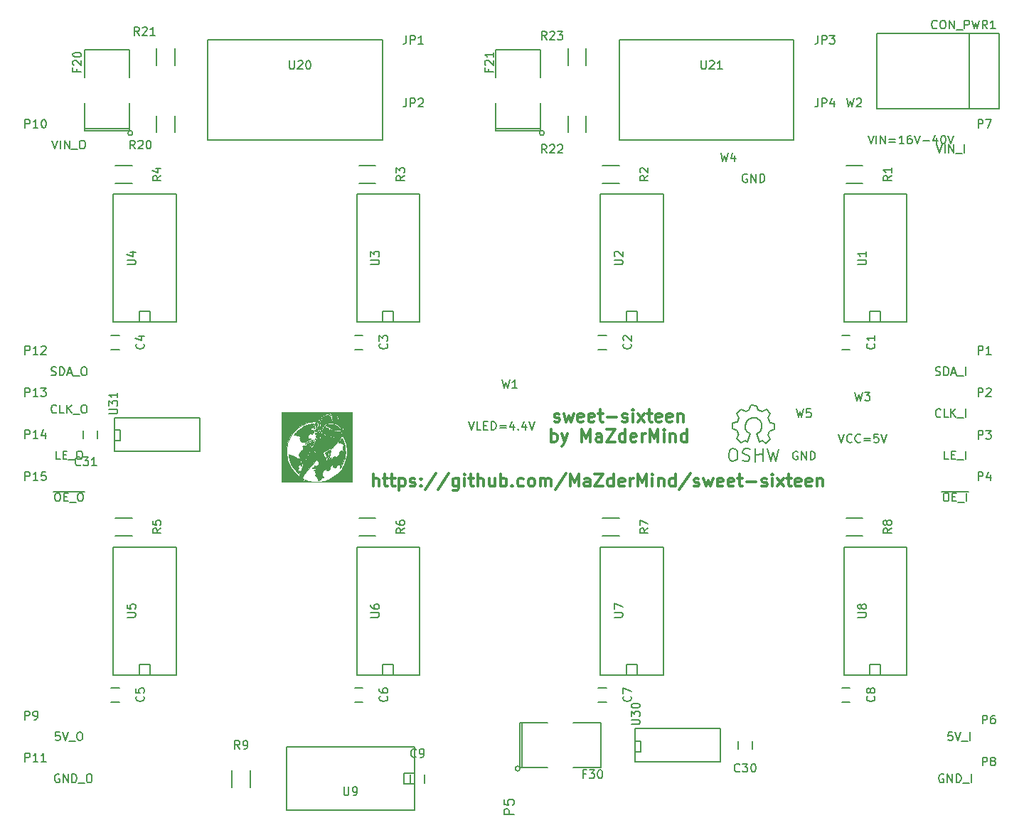
<source format=gto>
G04 #@! TF.FileFunction,Legend,Top*
%FSLAX46Y46*%
G04 Gerber Fmt 4.6, Leading zero omitted, Abs format (unit mm)*
G04 Created by KiCad (PCBNEW 4.0.2+dfsg1-stable) date So 05 Mär 2017 23:49:52 CET*
%MOMM*%
G01*
G04 APERTURE LIST*
%ADD10C,0.100000*%
%ADD11C,0.300000*%
%ADD12C,0.150000*%
%ADD13C,0.010000*%
G04 APERTURE END LIST*
D10*
D11*
X141749998Y-106178571D02*
X141749998Y-104678571D01*
X142392855Y-106178571D02*
X142392855Y-105392857D01*
X142321426Y-105250000D01*
X142178569Y-105178571D01*
X141964284Y-105178571D01*
X141821426Y-105250000D01*
X141749998Y-105321429D01*
X142892855Y-105178571D02*
X143464284Y-105178571D01*
X143107141Y-104678571D02*
X143107141Y-105964286D01*
X143178569Y-106107143D01*
X143321427Y-106178571D01*
X143464284Y-106178571D01*
X143749998Y-105178571D02*
X144321427Y-105178571D01*
X143964284Y-104678571D02*
X143964284Y-105964286D01*
X144035712Y-106107143D01*
X144178570Y-106178571D01*
X144321427Y-106178571D01*
X144821427Y-105178571D02*
X144821427Y-106678571D01*
X144821427Y-105250000D02*
X144964284Y-105178571D01*
X145249998Y-105178571D01*
X145392855Y-105250000D01*
X145464284Y-105321429D01*
X145535713Y-105464286D01*
X145535713Y-105892857D01*
X145464284Y-106035714D01*
X145392855Y-106107143D01*
X145249998Y-106178571D01*
X144964284Y-106178571D01*
X144821427Y-106107143D01*
X146107141Y-106107143D02*
X146249998Y-106178571D01*
X146535713Y-106178571D01*
X146678570Y-106107143D01*
X146749998Y-105964286D01*
X146749998Y-105892857D01*
X146678570Y-105750000D01*
X146535713Y-105678571D01*
X146321427Y-105678571D01*
X146178570Y-105607143D01*
X146107141Y-105464286D01*
X146107141Y-105392857D01*
X146178570Y-105250000D01*
X146321427Y-105178571D01*
X146535713Y-105178571D01*
X146678570Y-105250000D01*
X147392856Y-106035714D02*
X147464284Y-106107143D01*
X147392856Y-106178571D01*
X147321427Y-106107143D01*
X147392856Y-106035714D01*
X147392856Y-106178571D01*
X147392856Y-105250000D02*
X147464284Y-105321429D01*
X147392856Y-105392857D01*
X147321427Y-105321429D01*
X147392856Y-105250000D01*
X147392856Y-105392857D01*
X149178570Y-104607143D02*
X147892856Y-106535714D01*
X150749999Y-104607143D02*
X149464285Y-106535714D01*
X151892857Y-105178571D02*
X151892857Y-106392857D01*
X151821428Y-106535714D01*
X151750000Y-106607143D01*
X151607143Y-106678571D01*
X151392857Y-106678571D01*
X151250000Y-106607143D01*
X151892857Y-106107143D02*
X151750000Y-106178571D01*
X151464286Y-106178571D01*
X151321428Y-106107143D01*
X151250000Y-106035714D01*
X151178571Y-105892857D01*
X151178571Y-105464286D01*
X151250000Y-105321429D01*
X151321428Y-105250000D01*
X151464286Y-105178571D01*
X151750000Y-105178571D01*
X151892857Y-105250000D01*
X152607143Y-106178571D02*
X152607143Y-105178571D01*
X152607143Y-104678571D02*
X152535714Y-104750000D01*
X152607143Y-104821429D01*
X152678571Y-104750000D01*
X152607143Y-104678571D01*
X152607143Y-104821429D01*
X153107143Y-105178571D02*
X153678572Y-105178571D01*
X153321429Y-104678571D02*
X153321429Y-105964286D01*
X153392857Y-106107143D01*
X153535715Y-106178571D01*
X153678572Y-106178571D01*
X154178572Y-106178571D02*
X154178572Y-104678571D01*
X154821429Y-106178571D02*
X154821429Y-105392857D01*
X154750000Y-105250000D01*
X154607143Y-105178571D01*
X154392858Y-105178571D01*
X154250000Y-105250000D01*
X154178572Y-105321429D01*
X156178572Y-105178571D02*
X156178572Y-106178571D01*
X155535715Y-105178571D02*
X155535715Y-105964286D01*
X155607143Y-106107143D01*
X155750001Y-106178571D01*
X155964286Y-106178571D01*
X156107143Y-106107143D01*
X156178572Y-106035714D01*
X156892858Y-106178571D02*
X156892858Y-104678571D01*
X156892858Y-105250000D02*
X157035715Y-105178571D01*
X157321429Y-105178571D01*
X157464286Y-105250000D01*
X157535715Y-105321429D01*
X157607144Y-105464286D01*
X157607144Y-105892857D01*
X157535715Y-106035714D01*
X157464286Y-106107143D01*
X157321429Y-106178571D01*
X157035715Y-106178571D01*
X156892858Y-106107143D01*
X158250001Y-106035714D02*
X158321429Y-106107143D01*
X158250001Y-106178571D01*
X158178572Y-106107143D01*
X158250001Y-106035714D01*
X158250001Y-106178571D01*
X159607144Y-106107143D02*
X159464287Y-106178571D01*
X159178573Y-106178571D01*
X159035715Y-106107143D01*
X158964287Y-106035714D01*
X158892858Y-105892857D01*
X158892858Y-105464286D01*
X158964287Y-105321429D01*
X159035715Y-105250000D01*
X159178573Y-105178571D01*
X159464287Y-105178571D01*
X159607144Y-105250000D01*
X160464287Y-106178571D02*
X160321429Y-106107143D01*
X160250001Y-106035714D01*
X160178572Y-105892857D01*
X160178572Y-105464286D01*
X160250001Y-105321429D01*
X160321429Y-105250000D01*
X160464287Y-105178571D01*
X160678572Y-105178571D01*
X160821429Y-105250000D01*
X160892858Y-105321429D01*
X160964287Y-105464286D01*
X160964287Y-105892857D01*
X160892858Y-106035714D01*
X160821429Y-106107143D01*
X160678572Y-106178571D01*
X160464287Y-106178571D01*
X161607144Y-106178571D02*
X161607144Y-105178571D01*
X161607144Y-105321429D02*
X161678572Y-105250000D01*
X161821430Y-105178571D01*
X162035715Y-105178571D01*
X162178572Y-105250000D01*
X162250001Y-105392857D01*
X162250001Y-106178571D01*
X162250001Y-105392857D02*
X162321430Y-105250000D01*
X162464287Y-105178571D01*
X162678572Y-105178571D01*
X162821430Y-105250000D01*
X162892858Y-105392857D01*
X162892858Y-106178571D01*
X164678572Y-104607143D02*
X163392858Y-106535714D01*
X165178573Y-106178571D02*
X165178573Y-104678571D01*
X165678573Y-105750000D01*
X166178573Y-104678571D01*
X166178573Y-106178571D01*
X167535716Y-106178571D02*
X167535716Y-105392857D01*
X167464287Y-105250000D01*
X167321430Y-105178571D01*
X167035716Y-105178571D01*
X166892859Y-105250000D01*
X167535716Y-106107143D02*
X167392859Y-106178571D01*
X167035716Y-106178571D01*
X166892859Y-106107143D01*
X166821430Y-105964286D01*
X166821430Y-105821429D01*
X166892859Y-105678571D01*
X167035716Y-105607143D01*
X167392859Y-105607143D01*
X167535716Y-105535714D01*
X168107145Y-104678571D02*
X169107145Y-104678571D01*
X168107145Y-106178571D01*
X169107145Y-106178571D01*
X170321430Y-106178571D02*
X170321430Y-104678571D01*
X170321430Y-106107143D02*
X170178573Y-106178571D01*
X169892859Y-106178571D01*
X169750001Y-106107143D01*
X169678573Y-106035714D01*
X169607144Y-105892857D01*
X169607144Y-105464286D01*
X169678573Y-105321429D01*
X169750001Y-105250000D01*
X169892859Y-105178571D01*
X170178573Y-105178571D01*
X170321430Y-105250000D01*
X171607144Y-106107143D02*
X171464287Y-106178571D01*
X171178573Y-106178571D01*
X171035716Y-106107143D01*
X170964287Y-105964286D01*
X170964287Y-105392857D01*
X171035716Y-105250000D01*
X171178573Y-105178571D01*
X171464287Y-105178571D01*
X171607144Y-105250000D01*
X171678573Y-105392857D01*
X171678573Y-105535714D01*
X170964287Y-105678571D01*
X172321430Y-106178571D02*
X172321430Y-105178571D01*
X172321430Y-105464286D02*
X172392858Y-105321429D01*
X172464287Y-105250000D01*
X172607144Y-105178571D01*
X172750001Y-105178571D01*
X173250001Y-106178571D02*
X173250001Y-104678571D01*
X173750001Y-105750000D01*
X174250001Y-104678571D01*
X174250001Y-106178571D01*
X174964287Y-106178571D02*
X174964287Y-105178571D01*
X174964287Y-104678571D02*
X174892858Y-104750000D01*
X174964287Y-104821429D01*
X175035715Y-104750000D01*
X174964287Y-104678571D01*
X174964287Y-104821429D01*
X175678573Y-105178571D02*
X175678573Y-106178571D01*
X175678573Y-105321429D02*
X175750001Y-105250000D01*
X175892859Y-105178571D01*
X176107144Y-105178571D01*
X176250001Y-105250000D01*
X176321430Y-105392857D01*
X176321430Y-106178571D01*
X177678573Y-106178571D02*
X177678573Y-104678571D01*
X177678573Y-106107143D02*
X177535716Y-106178571D01*
X177250002Y-106178571D01*
X177107144Y-106107143D01*
X177035716Y-106035714D01*
X176964287Y-105892857D01*
X176964287Y-105464286D01*
X177035716Y-105321429D01*
X177107144Y-105250000D01*
X177250002Y-105178571D01*
X177535716Y-105178571D01*
X177678573Y-105250000D01*
X179464287Y-104607143D02*
X178178573Y-106535714D01*
X179892859Y-106107143D02*
X180035716Y-106178571D01*
X180321431Y-106178571D01*
X180464288Y-106107143D01*
X180535716Y-105964286D01*
X180535716Y-105892857D01*
X180464288Y-105750000D01*
X180321431Y-105678571D01*
X180107145Y-105678571D01*
X179964288Y-105607143D01*
X179892859Y-105464286D01*
X179892859Y-105392857D01*
X179964288Y-105250000D01*
X180107145Y-105178571D01*
X180321431Y-105178571D01*
X180464288Y-105250000D01*
X181035717Y-105178571D02*
X181321431Y-106178571D01*
X181607145Y-105464286D01*
X181892860Y-106178571D01*
X182178574Y-105178571D01*
X183321431Y-106107143D02*
X183178574Y-106178571D01*
X182892860Y-106178571D01*
X182750003Y-106107143D01*
X182678574Y-105964286D01*
X182678574Y-105392857D01*
X182750003Y-105250000D01*
X182892860Y-105178571D01*
X183178574Y-105178571D01*
X183321431Y-105250000D01*
X183392860Y-105392857D01*
X183392860Y-105535714D01*
X182678574Y-105678571D01*
X184607145Y-106107143D02*
X184464288Y-106178571D01*
X184178574Y-106178571D01*
X184035717Y-106107143D01*
X183964288Y-105964286D01*
X183964288Y-105392857D01*
X184035717Y-105250000D01*
X184178574Y-105178571D01*
X184464288Y-105178571D01*
X184607145Y-105250000D01*
X184678574Y-105392857D01*
X184678574Y-105535714D01*
X183964288Y-105678571D01*
X185107145Y-105178571D02*
X185678574Y-105178571D01*
X185321431Y-104678571D02*
X185321431Y-105964286D01*
X185392859Y-106107143D01*
X185535717Y-106178571D01*
X185678574Y-106178571D01*
X186178574Y-105607143D02*
X187321431Y-105607143D01*
X187964288Y-106107143D02*
X188107145Y-106178571D01*
X188392860Y-106178571D01*
X188535717Y-106107143D01*
X188607145Y-105964286D01*
X188607145Y-105892857D01*
X188535717Y-105750000D01*
X188392860Y-105678571D01*
X188178574Y-105678571D01*
X188035717Y-105607143D01*
X187964288Y-105464286D01*
X187964288Y-105392857D01*
X188035717Y-105250000D01*
X188178574Y-105178571D01*
X188392860Y-105178571D01*
X188535717Y-105250000D01*
X189250003Y-106178571D02*
X189250003Y-105178571D01*
X189250003Y-104678571D02*
X189178574Y-104750000D01*
X189250003Y-104821429D01*
X189321431Y-104750000D01*
X189250003Y-104678571D01*
X189250003Y-104821429D01*
X189821432Y-106178571D02*
X190607146Y-105178571D01*
X189821432Y-105178571D02*
X190607146Y-106178571D01*
X190964289Y-105178571D02*
X191535718Y-105178571D01*
X191178575Y-104678571D02*
X191178575Y-105964286D01*
X191250003Y-106107143D01*
X191392861Y-106178571D01*
X191535718Y-106178571D01*
X192607146Y-106107143D02*
X192464289Y-106178571D01*
X192178575Y-106178571D01*
X192035718Y-106107143D01*
X191964289Y-105964286D01*
X191964289Y-105392857D01*
X192035718Y-105250000D01*
X192178575Y-105178571D01*
X192464289Y-105178571D01*
X192607146Y-105250000D01*
X192678575Y-105392857D01*
X192678575Y-105535714D01*
X191964289Y-105678571D01*
X193892860Y-106107143D02*
X193750003Y-106178571D01*
X193464289Y-106178571D01*
X193321432Y-106107143D01*
X193250003Y-105964286D01*
X193250003Y-105392857D01*
X193321432Y-105250000D01*
X193464289Y-105178571D01*
X193750003Y-105178571D01*
X193892860Y-105250000D01*
X193964289Y-105392857D01*
X193964289Y-105535714D01*
X193250003Y-105678571D01*
X194607146Y-105178571D02*
X194607146Y-106178571D01*
X194607146Y-105321429D02*
X194678574Y-105250000D01*
X194821432Y-105178571D01*
X195035717Y-105178571D01*
X195178574Y-105250000D01*
X195250003Y-105392857D01*
X195250003Y-106178571D01*
X163285714Y-98407143D02*
X163428571Y-98478571D01*
X163714286Y-98478571D01*
X163857143Y-98407143D01*
X163928571Y-98264286D01*
X163928571Y-98192857D01*
X163857143Y-98050000D01*
X163714286Y-97978571D01*
X163500000Y-97978571D01*
X163357143Y-97907143D01*
X163285714Y-97764286D01*
X163285714Y-97692857D01*
X163357143Y-97550000D01*
X163500000Y-97478571D01*
X163714286Y-97478571D01*
X163857143Y-97550000D01*
X164428572Y-97478571D02*
X164714286Y-98478571D01*
X165000000Y-97764286D01*
X165285715Y-98478571D01*
X165571429Y-97478571D01*
X166714286Y-98407143D02*
X166571429Y-98478571D01*
X166285715Y-98478571D01*
X166142858Y-98407143D01*
X166071429Y-98264286D01*
X166071429Y-97692857D01*
X166142858Y-97550000D01*
X166285715Y-97478571D01*
X166571429Y-97478571D01*
X166714286Y-97550000D01*
X166785715Y-97692857D01*
X166785715Y-97835714D01*
X166071429Y-97978571D01*
X168000000Y-98407143D02*
X167857143Y-98478571D01*
X167571429Y-98478571D01*
X167428572Y-98407143D01*
X167357143Y-98264286D01*
X167357143Y-97692857D01*
X167428572Y-97550000D01*
X167571429Y-97478571D01*
X167857143Y-97478571D01*
X168000000Y-97550000D01*
X168071429Y-97692857D01*
X168071429Y-97835714D01*
X167357143Y-97978571D01*
X168500000Y-97478571D02*
X169071429Y-97478571D01*
X168714286Y-96978571D02*
X168714286Y-98264286D01*
X168785714Y-98407143D01*
X168928572Y-98478571D01*
X169071429Y-98478571D01*
X169571429Y-97907143D02*
X170714286Y-97907143D01*
X171357143Y-98407143D02*
X171500000Y-98478571D01*
X171785715Y-98478571D01*
X171928572Y-98407143D01*
X172000000Y-98264286D01*
X172000000Y-98192857D01*
X171928572Y-98050000D01*
X171785715Y-97978571D01*
X171571429Y-97978571D01*
X171428572Y-97907143D01*
X171357143Y-97764286D01*
X171357143Y-97692857D01*
X171428572Y-97550000D01*
X171571429Y-97478571D01*
X171785715Y-97478571D01*
X171928572Y-97550000D01*
X172642858Y-98478571D02*
X172642858Y-97478571D01*
X172642858Y-96978571D02*
X172571429Y-97050000D01*
X172642858Y-97121429D01*
X172714286Y-97050000D01*
X172642858Y-96978571D01*
X172642858Y-97121429D01*
X173214287Y-98478571D02*
X174000001Y-97478571D01*
X173214287Y-97478571D02*
X174000001Y-98478571D01*
X174357144Y-97478571D02*
X174928573Y-97478571D01*
X174571430Y-96978571D02*
X174571430Y-98264286D01*
X174642858Y-98407143D01*
X174785716Y-98478571D01*
X174928573Y-98478571D01*
X176000001Y-98407143D02*
X175857144Y-98478571D01*
X175571430Y-98478571D01*
X175428573Y-98407143D01*
X175357144Y-98264286D01*
X175357144Y-97692857D01*
X175428573Y-97550000D01*
X175571430Y-97478571D01*
X175857144Y-97478571D01*
X176000001Y-97550000D01*
X176071430Y-97692857D01*
X176071430Y-97835714D01*
X175357144Y-97978571D01*
X177285715Y-98407143D02*
X177142858Y-98478571D01*
X176857144Y-98478571D01*
X176714287Y-98407143D01*
X176642858Y-98264286D01*
X176642858Y-97692857D01*
X176714287Y-97550000D01*
X176857144Y-97478571D01*
X177142858Y-97478571D01*
X177285715Y-97550000D01*
X177357144Y-97692857D01*
X177357144Y-97835714D01*
X176642858Y-97978571D01*
X178000001Y-97478571D02*
X178000001Y-98478571D01*
X178000001Y-97621429D02*
X178071429Y-97550000D01*
X178214287Y-97478571D01*
X178428572Y-97478571D01*
X178571429Y-97550000D01*
X178642858Y-97692857D01*
X178642858Y-98478571D01*
X162928572Y-100878571D02*
X162928572Y-99378571D01*
X162928572Y-99950000D02*
X163071429Y-99878571D01*
X163357143Y-99878571D01*
X163500000Y-99950000D01*
X163571429Y-100021429D01*
X163642858Y-100164286D01*
X163642858Y-100592857D01*
X163571429Y-100735714D01*
X163500000Y-100807143D01*
X163357143Y-100878571D01*
X163071429Y-100878571D01*
X162928572Y-100807143D01*
X164142858Y-99878571D02*
X164500001Y-100878571D01*
X164857143Y-99878571D02*
X164500001Y-100878571D01*
X164357143Y-101235714D01*
X164285715Y-101307143D01*
X164142858Y-101378571D01*
X166571429Y-100878571D02*
X166571429Y-99378571D01*
X167071429Y-100450000D01*
X167571429Y-99378571D01*
X167571429Y-100878571D01*
X168928572Y-100878571D02*
X168928572Y-100092857D01*
X168857143Y-99950000D01*
X168714286Y-99878571D01*
X168428572Y-99878571D01*
X168285715Y-99950000D01*
X168928572Y-100807143D02*
X168785715Y-100878571D01*
X168428572Y-100878571D01*
X168285715Y-100807143D01*
X168214286Y-100664286D01*
X168214286Y-100521429D01*
X168285715Y-100378571D01*
X168428572Y-100307143D01*
X168785715Y-100307143D01*
X168928572Y-100235714D01*
X169500001Y-99378571D02*
X170500001Y-99378571D01*
X169500001Y-100878571D01*
X170500001Y-100878571D01*
X171714286Y-100878571D02*
X171714286Y-99378571D01*
X171714286Y-100807143D02*
X171571429Y-100878571D01*
X171285715Y-100878571D01*
X171142857Y-100807143D01*
X171071429Y-100735714D01*
X171000000Y-100592857D01*
X171000000Y-100164286D01*
X171071429Y-100021429D01*
X171142857Y-99950000D01*
X171285715Y-99878571D01*
X171571429Y-99878571D01*
X171714286Y-99950000D01*
X173000000Y-100807143D02*
X172857143Y-100878571D01*
X172571429Y-100878571D01*
X172428572Y-100807143D01*
X172357143Y-100664286D01*
X172357143Y-100092857D01*
X172428572Y-99950000D01*
X172571429Y-99878571D01*
X172857143Y-99878571D01*
X173000000Y-99950000D01*
X173071429Y-100092857D01*
X173071429Y-100235714D01*
X172357143Y-100378571D01*
X173714286Y-100878571D02*
X173714286Y-99878571D01*
X173714286Y-100164286D02*
X173785714Y-100021429D01*
X173857143Y-99950000D01*
X174000000Y-99878571D01*
X174142857Y-99878571D01*
X174642857Y-100878571D02*
X174642857Y-99378571D01*
X175142857Y-100450000D01*
X175642857Y-99378571D01*
X175642857Y-100878571D01*
X176357143Y-100878571D02*
X176357143Y-99878571D01*
X176357143Y-99378571D02*
X176285714Y-99450000D01*
X176357143Y-99521429D01*
X176428571Y-99450000D01*
X176357143Y-99378571D01*
X176357143Y-99521429D01*
X177071429Y-99878571D02*
X177071429Y-100878571D01*
X177071429Y-100021429D02*
X177142857Y-99950000D01*
X177285715Y-99878571D01*
X177500000Y-99878571D01*
X177642857Y-99950000D01*
X177714286Y-100092857D01*
X177714286Y-100878571D01*
X179071429Y-100878571D02*
X179071429Y-99378571D01*
X179071429Y-100807143D02*
X178928572Y-100878571D01*
X178642858Y-100878571D01*
X178500000Y-100807143D01*
X178428572Y-100735714D01*
X178357143Y-100592857D01*
X178357143Y-100164286D01*
X178428572Y-100021429D01*
X178500000Y-99950000D01*
X178642858Y-99878571D01*
X178928572Y-99878571D01*
X179071429Y-99950000D01*
D12*
X197750000Y-71380000D02*
X205250000Y-71380000D01*
X197750000Y-86620000D02*
X205250000Y-86620000D01*
X197750000Y-71380000D02*
X197750000Y-86620000D01*
X200865000Y-86620000D02*
X200865000Y-85350000D01*
X200865000Y-85350000D02*
X202135000Y-85350000D01*
X202135000Y-85350000D02*
X202135000Y-86620000D01*
X205250000Y-86620000D02*
X205250000Y-71380000D01*
X198500000Y-88150000D02*
X197500000Y-88150000D01*
X197500000Y-89850000D02*
X198500000Y-89850000D01*
X169500000Y-88150000D02*
X168500000Y-88150000D01*
X168500000Y-89850000D02*
X169500000Y-89850000D01*
X140500000Y-88150000D02*
X139500000Y-88150000D01*
X139500000Y-89850000D02*
X140500000Y-89850000D01*
X111500000Y-88150000D02*
X110500000Y-88150000D01*
X110500000Y-89850000D02*
X111500000Y-89850000D01*
X111500000Y-130150000D02*
X110500000Y-130150000D01*
X110500000Y-131850000D02*
X111500000Y-131850000D01*
X140500000Y-130150000D02*
X139500000Y-130150000D01*
X139500000Y-131850000D02*
X140500000Y-131850000D01*
X169500000Y-130150000D02*
X168500000Y-130150000D01*
X168500000Y-131850000D02*
X169500000Y-131850000D01*
X198500000Y-130150000D02*
X197500000Y-130150000D01*
X197500000Y-131850000D02*
X198500000Y-131850000D01*
X146150000Y-140500000D02*
X146150000Y-141500000D01*
X147850000Y-141500000D02*
X147850000Y-140500000D01*
X212700900Y-61199880D02*
X212700900Y-52198120D01*
X216201020Y-61199880D02*
X216201020Y-52198120D01*
X216201020Y-52198120D02*
X201700160Y-52198120D01*
X201700160Y-52198120D02*
X201700160Y-61199880D01*
X201700160Y-61199880D02*
X216201020Y-61199880D01*
X198000000Y-67925000D02*
X200000000Y-67925000D01*
X200000000Y-70075000D02*
X198000000Y-70075000D01*
X169000000Y-67925000D02*
X171000000Y-67925000D01*
X171000000Y-70075000D02*
X169000000Y-70075000D01*
X140000000Y-67925000D02*
X142000000Y-67925000D01*
X142000000Y-70075000D02*
X140000000Y-70075000D01*
X111000000Y-67925000D02*
X113000000Y-67925000D01*
X113000000Y-70075000D02*
X111000000Y-70075000D01*
X111000000Y-109925000D02*
X113000000Y-109925000D01*
X113000000Y-112075000D02*
X111000000Y-112075000D01*
X140000000Y-109925000D02*
X142000000Y-109925000D01*
X142000000Y-112075000D02*
X140000000Y-112075000D01*
X169000000Y-109925000D02*
X171000000Y-109925000D01*
X171000000Y-112075000D02*
X169000000Y-112075000D01*
X198000000Y-109925000D02*
X200000000Y-109925000D01*
X200000000Y-112075000D02*
X198000000Y-112075000D01*
X124925000Y-142000000D02*
X124925000Y-140000000D01*
X127075000Y-140000000D02*
X127075000Y-142000000D01*
X186850000Y-137500000D02*
X186850000Y-136500000D01*
X185150000Y-136500000D02*
X185150000Y-137500000D01*
X108850000Y-100500000D02*
X108850000Y-99500000D01*
X107150000Y-99500000D02*
X107150000Y-100500000D01*
X113077981Y-64080000D02*
G75*
G03X113077981Y-64080000I-283981J0D01*
G01*
X107333000Y-63572000D02*
X112667000Y-63572000D01*
X107333000Y-63826000D02*
X112667000Y-63826000D01*
X112667000Y-60524000D02*
X112667000Y-63826000D01*
X107333000Y-60524000D02*
X107333000Y-63826000D01*
X107333000Y-57476000D02*
X107333000Y-54174000D01*
X107333000Y-54174000D02*
X112667000Y-54174000D01*
X112667000Y-54174000D02*
X112667000Y-57476000D01*
X162077981Y-64080000D02*
G75*
G03X162077981Y-64080000I-283981J0D01*
G01*
X156333000Y-63572000D02*
X161667000Y-63572000D01*
X156333000Y-63826000D02*
X161667000Y-63826000D01*
X161667000Y-60524000D02*
X161667000Y-63826000D01*
X156333000Y-60524000D02*
X156333000Y-63826000D01*
X156333000Y-57476000D02*
X156333000Y-54174000D01*
X156333000Y-54174000D02*
X161667000Y-54174000D01*
X161667000Y-54174000D02*
X161667000Y-57476000D01*
X159203981Y-139794000D02*
G75*
G03X159203981Y-139794000I-283981J0D01*
G01*
X159428000Y-134333000D02*
X159428000Y-139667000D01*
X159174000Y-134333000D02*
X159174000Y-139667000D01*
X162476000Y-139667000D02*
X159174000Y-139667000D01*
X162476000Y-134333000D02*
X159174000Y-134333000D01*
X165524000Y-134333000D02*
X168826000Y-134333000D01*
X168826000Y-134333000D02*
X168826000Y-139667000D01*
X168826000Y-139667000D02*
X165524000Y-139667000D01*
X115925000Y-64000000D02*
X115925000Y-62000000D01*
X118075000Y-62000000D02*
X118075000Y-64000000D01*
X118075000Y-54000000D02*
X118075000Y-56000000D01*
X115925000Y-56000000D02*
X115925000Y-54000000D01*
X164925000Y-64000000D02*
X164925000Y-62000000D01*
X167075000Y-62000000D02*
X167075000Y-64000000D01*
X167075000Y-54000000D02*
X167075000Y-56000000D01*
X164925000Y-56000000D02*
X164925000Y-54000000D01*
X121080000Y-98050000D02*
X121080000Y-101950000D01*
X121080000Y-101950000D02*
X110920000Y-101950000D01*
X110920000Y-101950000D02*
X110920000Y-98050000D01*
X110920000Y-98050000D02*
X121080000Y-98050000D01*
X110920000Y-99492000D02*
X111555000Y-99492000D01*
X111555000Y-99492000D02*
X111555000Y-100762000D01*
X111555000Y-100762000D02*
X110920000Y-100762000D01*
X183080000Y-135050000D02*
X183080000Y-138950000D01*
X183080000Y-138950000D02*
X172920000Y-138950000D01*
X172920000Y-138950000D02*
X172920000Y-135050000D01*
X172920000Y-135050000D02*
X183080000Y-135050000D01*
X172920000Y-136492000D02*
X173555000Y-136492000D01*
X173555000Y-136492000D02*
X173555000Y-137762000D01*
X173555000Y-137762000D02*
X172920000Y-137762000D01*
D13*
G36*
X139165600Y-105665600D02*
X130834400Y-105665600D01*
X130834400Y-102043323D01*
X131406417Y-102043323D01*
X131407337Y-102161743D01*
X131409845Y-102273880D01*
X131413935Y-102373409D01*
X131419461Y-102452500D01*
X131455777Y-102715090D01*
X131515771Y-102979381D01*
X131598180Y-103242283D01*
X131701737Y-103500709D01*
X131825178Y-103751570D01*
X131967236Y-103991778D01*
X132126648Y-104218245D01*
X132160928Y-104262156D01*
X132222393Y-104335829D01*
X132297340Y-104419826D01*
X132381147Y-104509430D01*
X132469191Y-104599926D01*
X132556853Y-104686596D01*
X132639510Y-104764725D01*
X132712542Y-104829596D01*
X132736512Y-104849549D01*
X132793538Y-104897783D01*
X132830079Y-104933250D01*
X132847037Y-104956887D01*
X132848206Y-104965716D01*
X132842094Y-104997579D01*
X132836047Y-105048377D01*
X132830471Y-105111648D01*
X132825770Y-105180930D01*
X132822351Y-105249759D01*
X132820616Y-105311673D01*
X132820973Y-105360211D01*
X132822276Y-105379494D01*
X132841566Y-105471572D01*
X132876330Y-105546821D01*
X132925251Y-105603528D01*
X132987015Y-105639982D01*
X133031500Y-105651712D01*
X133046367Y-105650335D01*
X133079054Y-105645762D01*
X133120155Y-105639354D01*
X133217393Y-105615905D01*
X133325796Y-105574969D01*
X133447342Y-105515736D01*
X133520776Y-105474911D01*
X133654431Y-105397763D01*
X133810809Y-105448638D01*
X134008047Y-105509070D01*
X134191212Y-105556667D01*
X134366870Y-105592391D01*
X134541590Y-105617207D01*
X134721939Y-105632076D01*
X134914485Y-105637961D01*
X135093011Y-105636611D01*
X135323511Y-105626514D01*
X135536233Y-105605887D01*
X135737045Y-105573478D01*
X135931813Y-105528039D01*
X136126404Y-105468317D01*
X136326685Y-105393063D01*
X136420810Y-105353547D01*
X136688297Y-105224926D01*
X136941450Y-105076251D01*
X137181671Y-104906547D01*
X137410363Y-104714842D01*
X137585027Y-104545938D01*
X137786311Y-104322033D01*
X137966761Y-104085615D01*
X138125768Y-103837972D01*
X138262720Y-103580395D01*
X138377007Y-103314172D01*
X138468018Y-103040594D01*
X138535143Y-102760949D01*
X138577771Y-102476527D01*
X138581171Y-102442561D01*
X138589816Y-102318286D01*
X138594097Y-102179045D01*
X138594239Y-102030354D01*
X138590466Y-101877729D01*
X138583002Y-101726686D01*
X138572071Y-101582743D01*
X138557896Y-101451415D01*
X138540702Y-101338220D01*
X138535168Y-101309500D01*
X138509499Y-101191708D01*
X138481769Y-101081920D01*
X138450334Y-100975455D01*
X138413555Y-100867633D01*
X138369791Y-100753773D01*
X138317400Y-100629195D01*
X138254741Y-100489220D01*
X138224820Y-100424395D01*
X138190962Y-100350321D01*
X138161140Y-100282693D01*
X138136961Y-100225351D01*
X138120030Y-100182137D01*
X138111955Y-100156893D01*
X138111500Y-100153474D01*
X138116462Y-100128801D01*
X138129525Y-100089341D01*
X138147952Y-100043278D01*
X138149587Y-100039528D01*
X138182341Y-99959592D01*
X138205400Y-99888200D01*
X138220274Y-99817521D01*
X138228473Y-99739727D01*
X138231507Y-99646985D01*
X138231635Y-99614050D01*
X138231661Y-99554640D01*
X138231088Y-99508514D01*
X138228747Y-99470780D01*
X138223468Y-99436545D01*
X138214082Y-99400917D01*
X138199422Y-99359001D01*
X138178318Y-99305906D01*
X138149601Y-99236740D01*
X138130625Y-99191246D01*
X138114811Y-99144755D01*
X138097648Y-99079950D01*
X138080810Y-99003736D01*
X138066645Y-98927092D01*
X138023456Y-98721798D01*
X137965353Y-98536225D01*
X137891701Y-98369086D01*
X137801869Y-98219098D01*
X137695225Y-98084977D01*
X137609965Y-97999602D01*
X137537068Y-97927704D01*
X137477263Y-97855389D01*
X137424273Y-97776543D01*
X137369453Y-97694070D01*
X137317915Y-97630945D01*
X137264801Y-97582456D01*
X137205251Y-97543890D01*
X137162504Y-97522686D01*
X137074485Y-97487328D01*
X136974637Y-97454805D01*
X136868546Y-97426300D01*
X136761798Y-97402993D01*
X136659980Y-97386065D01*
X136568676Y-97376697D01*
X136493475Y-97376070D01*
X136476187Y-97377607D01*
X136397314Y-97396695D01*
X136309433Y-97435419D01*
X136216711Y-97491697D01*
X136153270Y-97538736D01*
X136062547Y-97601557D01*
X135965606Y-97648158D01*
X135952500Y-97653185D01*
X135835252Y-97700402D01*
X135736359Y-97748418D01*
X135648996Y-97801365D01*
X135566336Y-97863374D01*
X135482600Y-97937588D01*
X135435739Y-97979691D01*
X135386324Y-98020788D01*
X135343660Y-98053200D01*
X135336550Y-98058104D01*
X135292106Y-98089958D01*
X135241226Y-98129287D01*
X135203200Y-98160599D01*
X135153671Y-98199095D01*
X135095220Y-98238976D01*
X135048860Y-98266836D01*
X134997428Y-98297690D01*
X134946215Y-98332592D01*
X134909160Y-98361621D01*
X134874705Y-98390810D01*
X134845223Y-98411605D01*
X134814893Y-98425993D01*
X134777893Y-98435959D01*
X134728402Y-98443492D01*
X134660599Y-98450579D01*
X134643933Y-98452155D01*
X134350370Y-98492371D01*
X134062136Y-98557119D01*
X133780411Y-98645870D01*
X133506375Y-98758098D01*
X133241210Y-98893276D01*
X132986094Y-99050874D01*
X132742210Y-99230366D01*
X132565112Y-99381084D01*
X132361806Y-99581173D01*
X132175025Y-99797886D01*
X132005861Y-100029079D01*
X131855406Y-100272608D01*
X131724750Y-100526330D01*
X131614985Y-100788099D01*
X131527202Y-101055773D01*
X131462492Y-101327208D01*
X131421946Y-101600259D01*
X131418727Y-101633350D01*
X131413239Y-101713635D01*
X131409362Y-101812944D01*
X131407090Y-101924948D01*
X131406417Y-102043323D01*
X130834400Y-102043323D01*
X130834400Y-97334400D01*
X139165600Y-97334400D01*
X139165600Y-105665600D01*
X139165600Y-105665600D01*
G37*
X139165600Y-105665600D02*
X130834400Y-105665600D01*
X130834400Y-102043323D01*
X131406417Y-102043323D01*
X131407337Y-102161743D01*
X131409845Y-102273880D01*
X131413935Y-102373409D01*
X131419461Y-102452500D01*
X131455777Y-102715090D01*
X131515771Y-102979381D01*
X131598180Y-103242283D01*
X131701737Y-103500709D01*
X131825178Y-103751570D01*
X131967236Y-103991778D01*
X132126648Y-104218245D01*
X132160928Y-104262156D01*
X132222393Y-104335829D01*
X132297340Y-104419826D01*
X132381147Y-104509430D01*
X132469191Y-104599926D01*
X132556853Y-104686596D01*
X132639510Y-104764725D01*
X132712542Y-104829596D01*
X132736512Y-104849549D01*
X132793538Y-104897783D01*
X132830079Y-104933250D01*
X132847037Y-104956887D01*
X132848206Y-104965716D01*
X132842094Y-104997579D01*
X132836047Y-105048377D01*
X132830471Y-105111648D01*
X132825770Y-105180930D01*
X132822351Y-105249759D01*
X132820616Y-105311673D01*
X132820973Y-105360211D01*
X132822276Y-105379494D01*
X132841566Y-105471572D01*
X132876330Y-105546821D01*
X132925251Y-105603528D01*
X132987015Y-105639982D01*
X133031500Y-105651712D01*
X133046367Y-105650335D01*
X133079054Y-105645762D01*
X133120155Y-105639354D01*
X133217393Y-105615905D01*
X133325796Y-105574969D01*
X133447342Y-105515736D01*
X133520776Y-105474911D01*
X133654431Y-105397763D01*
X133810809Y-105448638D01*
X134008047Y-105509070D01*
X134191212Y-105556667D01*
X134366870Y-105592391D01*
X134541590Y-105617207D01*
X134721939Y-105632076D01*
X134914485Y-105637961D01*
X135093011Y-105636611D01*
X135323511Y-105626514D01*
X135536233Y-105605887D01*
X135737045Y-105573478D01*
X135931813Y-105528039D01*
X136126404Y-105468317D01*
X136326685Y-105393063D01*
X136420810Y-105353547D01*
X136688297Y-105224926D01*
X136941450Y-105076251D01*
X137181671Y-104906547D01*
X137410363Y-104714842D01*
X137585027Y-104545938D01*
X137786311Y-104322033D01*
X137966761Y-104085615D01*
X138125768Y-103837972D01*
X138262720Y-103580395D01*
X138377007Y-103314172D01*
X138468018Y-103040594D01*
X138535143Y-102760949D01*
X138577771Y-102476527D01*
X138581171Y-102442561D01*
X138589816Y-102318286D01*
X138594097Y-102179045D01*
X138594239Y-102030354D01*
X138590466Y-101877729D01*
X138583002Y-101726686D01*
X138572071Y-101582743D01*
X138557896Y-101451415D01*
X138540702Y-101338220D01*
X138535168Y-101309500D01*
X138509499Y-101191708D01*
X138481769Y-101081920D01*
X138450334Y-100975455D01*
X138413555Y-100867633D01*
X138369791Y-100753773D01*
X138317400Y-100629195D01*
X138254741Y-100489220D01*
X138224820Y-100424395D01*
X138190962Y-100350321D01*
X138161140Y-100282693D01*
X138136961Y-100225351D01*
X138120030Y-100182137D01*
X138111955Y-100156893D01*
X138111500Y-100153474D01*
X138116462Y-100128801D01*
X138129525Y-100089341D01*
X138147952Y-100043278D01*
X138149587Y-100039528D01*
X138182341Y-99959592D01*
X138205400Y-99888200D01*
X138220274Y-99817521D01*
X138228473Y-99739727D01*
X138231507Y-99646985D01*
X138231635Y-99614050D01*
X138231661Y-99554640D01*
X138231088Y-99508514D01*
X138228747Y-99470780D01*
X138223468Y-99436545D01*
X138214082Y-99400917D01*
X138199422Y-99359001D01*
X138178318Y-99305906D01*
X138149601Y-99236740D01*
X138130625Y-99191246D01*
X138114811Y-99144755D01*
X138097648Y-99079950D01*
X138080810Y-99003736D01*
X138066645Y-98927092D01*
X138023456Y-98721798D01*
X137965353Y-98536225D01*
X137891701Y-98369086D01*
X137801869Y-98219098D01*
X137695225Y-98084977D01*
X137609965Y-97999602D01*
X137537068Y-97927704D01*
X137477263Y-97855389D01*
X137424273Y-97776543D01*
X137369453Y-97694070D01*
X137317915Y-97630945D01*
X137264801Y-97582456D01*
X137205251Y-97543890D01*
X137162504Y-97522686D01*
X137074485Y-97487328D01*
X136974637Y-97454805D01*
X136868546Y-97426300D01*
X136761798Y-97402993D01*
X136659980Y-97386065D01*
X136568676Y-97376697D01*
X136493475Y-97376070D01*
X136476187Y-97377607D01*
X136397314Y-97396695D01*
X136309433Y-97435419D01*
X136216711Y-97491697D01*
X136153270Y-97538736D01*
X136062547Y-97601557D01*
X135965606Y-97648158D01*
X135952500Y-97653185D01*
X135835252Y-97700402D01*
X135736359Y-97748418D01*
X135648996Y-97801365D01*
X135566336Y-97863374D01*
X135482600Y-97937588D01*
X135435739Y-97979691D01*
X135386324Y-98020788D01*
X135343660Y-98053200D01*
X135336550Y-98058104D01*
X135292106Y-98089958D01*
X135241226Y-98129287D01*
X135203200Y-98160599D01*
X135153671Y-98199095D01*
X135095220Y-98238976D01*
X135048860Y-98266836D01*
X134997428Y-98297690D01*
X134946215Y-98332592D01*
X134909160Y-98361621D01*
X134874705Y-98390810D01*
X134845223Y-98411605D01*
X134814893Y-98425993D01*
X134777893Y-98435959D01*
X134728402Y-98443492D01*
X134660599Y-98450579D01*
X134643933Y-98452155D01*
X134350370Y-98492371D01*
X134062136Y-98557119D01*
X133780411Y-98645870D01*
X133506375Y-98758098D01*
X133241210Y-98893276D01*
X132986094Y-99050874D01*
X132742210Y-99230366D01*
X132565112Y-99381084D01*
X132361806Y-99581173D01*
X132175025Y-99797886D01*
X132005861Y-100029079D01*
X131855406Y-100272608D01*
X131724750Y-100526330D01*
X131614985Y-100788099D01*
X131527202Y-101055773D01*
X131462492Y-101327208D01*
X131421946Y-101600259D01*
X131418727Y-101633350D01*
X131413239Y-101713635D01*
X131409362Y-101812944D01*
X131407090Y-101924948D01*
X131406417Y-102043323D01*
X130834400Y-102043323D01*
X130834400Y-97334400D01*
X139165600Y-97334400D01*
X139165600Y-105665600D01*
G36*
X137992834Y-100444508D02*
X138014130Y-100476235D01*
X138041156Y-100525084D01*
X138072233Y-100587756D01*
X138105679Y-100660954D01*
X138139812Y-100741381D01*
X138153781Y-100776100D01*
X138244425Y-101031565D01*
X138312549Y-101284755D01*
X138359107Y-101540701D01*
X138385047Y-101804433D01*
X138391603Y-102033400D01*
X138390218Y-102179132D01*
X138385594Y-102306288D01*
X138376890Y-102421576D01*
X138363263Y-102531705D01*
X138343873Y-102643385D01*
X138317879Y-102763326D01*
X138284439Y-102898236D01*
X138281973Y-102907742D01*
X138197704Y-103181472D01*
X138089385Y-103447744D01*
X137957644Y-103705106D01*
X137882207Y-103831554D01*
X137846244Y-103888731D01*
X137814957Y-103938022D01*
X137790847Y-103975522D01*
X137776416Y-103997326D01*
X137773608Y-104001124D01*
X137762524Y-103998936D01*
X137750248Y-103971541D01*
X137736843Y-103919103D01*
X137730191Y-103885963D01*
X137721910Y-103838041D01*
X137719714Y-103805643D01*
X137724293Y-103779472D01*
X137736341Y-103750230D01*
X137741024Y-103740478D01*
X137757808Y-103696812D01*
X137767582Y-103653733D01*
X137768600Y-103639852D01*
X137765202Y-103608452D01*
X137751281Y-103593015D01*
X137736099Y-103587826D01*
X137707524Y-103585739D01*
X137661852Y-103587642D01*
X137606750Y-103592631D01*
X137549886Y-103599800D01*
X137498928Y-103608244D01*
X137461542Y-103617057D01*
X137449699Y-103621649D01*
X137432744Y-103640518D01*
X137415606Y-103674606D01*
X137408245Y-103695690D01*
X137371173Y-103791427D01*
X137323589Y-103865311D01*
X137266087Y-103916760D01*
X137199259Y-103945197D01*
X137146988Y-103951100D01*
X137115503Y-103949706D01*
X137098396Y-103941096D01*
X137088052Y-103918626D01*
X137081475Y-103893950D01*
X137069566Y-103858514D01*
X137052579Y-103840231D01*
X137024811Y-103836849D01*
X136980558Y-103846117D01*
X136968707Y-103849440D01*
X136925657Y-103856502D01*
X136894260Y-103851421D01*
X136879944Y-103835292D01*
X136879599Y-103831472D01*
X136886626Y-103811593D01*
X136904166Y-103781877D01*
X136911078Y-103772003D01*
X136943058Y-103726285D01*
X136960259Y-103694949D01*
X136964120Y-103672827D01*
X136956083Y-103654754D01*
X136946690Y-103644246D01*
X136911381Y-103624830D01*
X136862542Y-103618304D01*
X136808932Y-103625380D01*
X136789839Y-103631512D01*
X136730742Y-103666871D01*
X136677671Y-103723988D01*
X136632461Y-103799567D01*
X136596943Y-103890317D01*
X136572951Y-103992941D01*
X136567642Y-104030835D01*
X136556705Y-104089680D01*
X136536776Y-104135698D01*
X136503763Y-104173892D01*
X136453574Y-104209270D01*
X136397000Y-104239557D01*
X136344231Y-104263784D01*
X136294689Y-104283184D01*
X136256220Y-104294811D01*
X136244806Y-104296707D01*
X136220544Y-104297234D01*
X136203248Y-104290750D01*
X136187308Y-104272469D01*
X136167113Y-104237606D01*
X136160025Y-104224396D01*
X136124493Y-104165232D01*
X136091255Y-104127564D01*
X136056701Y-104108185D01*
X136024118Y-104103694D01*
X135990137Y-104106573D01*
X135967557Y-104118650D01*
X135948790Y-104145706D01*
X135936830Y-104170175D01*
X135914945Y-104205590D01*
X135892988Y-104215849D01*
X135869827Y-104201174D01*
X135858152Y-104185645D01*
X135840324Y-104165028D01*
X135826598Y-104159978D01*
X135826401Y-104160092D01*
X135817472Y-104173864D01*
X135801461Y-104206130D01*
X135780771Y-104251823D01*
X135761472Y-104297022D01*
X135734088Y-104360406D01*
X135704670Y-104424618D01*
X135677606Y-104480235D01*
X135664436Y-104505353D01*
X135621647Y-104583357D01*
X135635760Y-104733953D01*
X135642932Y-104809841D01*
X135648831Y-104864374D01*
X135654737Y-104901466D01*
X135661931Y-104925034D01*
X135671692Y-104938993D01*
X135685299Y-104947259D01*
X135704033Y-104953747D01*
X135708019Y-104955018D01*
X135762020Y-104979577D01*
X135791850Y-105009797D01*
X135797716Y-105044217D01*
X135779827Y-105081376D01*
X135738393Y-105119810D01*
X135679450Y-105155145D01*
X135584278Y-105215763D01*
X135501587Y-105295907D01*
X135483430Y-105318023D01*
X135439081Y-105367117D01*
X135393578Y-105399634D01*
X135340028Y-105418670D01*
X135271538Y-105427323D01*
X135237284Y-105428593D01*
X135133870Y-105430650D01*
X135113508Y-105335400D01*
X135095591Y-105255028D01*
X135078877Y-105193493D01*
X135060018Y-105144644D01*
X135035668Y-105102327D01*
X135002482Y-105060390D01*
X134957112Y-105012681D01*
X134915967Y-104972219D01*
X134869169Y-104926181D01*
X134829681Y-104886323D01*
X134800739Y-104855990D01*
X134785580Y-104838529D01*
X134784100Y-104835877D01*
X134794554Y-104826511D01*
X134821959Y-104809763D01*
X134860300Y-104789300D01*
X134907304Y-104762445D01*
X134931273Y-104739979D01*
X134933690Y-104719676D01*
X134918830Y-104701545D01*
X134906213Y-104680596D01*
X134895461Y-104645341D01*
X134892652Y-104630140D01*
X134884889Y-104593854D01*
X134873599Y-104576971D01*
X134858686Y-104573400D01*
X134822608Y-104566418D01*
X134794871Y-104549041D01*
X134784100Y-104527161D01*
X134791836Y-104504955D01*
X134810935Y-104475564D01*
X134815850Y-104469483D01*
X134840101Y-104435229D01*
X134844858Y-104407417D01*
X134829828Y-104377608D01*
X134811920Y-104356068D01*
X134783770Y-104330207D01*
X134751768Y-104316292D01*
X134709263Y-104309700D01*
X134661094Y-104300390D01*
X134635611Y-104285539D01*
X134631348Y-104267470D01*
X134646840Y-104248506D01*
X134680619Y-104230972D01*
X134731221Y-104217191D01*
X134771239Y-104211466D01*
X134816457Y-104205405D01*
X134850991Y-104197941D01*
X134867705Y-104190636D01*
X134867959Y-104190281D01*
X134872138Y-104162956D01*
X134863302Y-104124068D01*
X134844141Y-104082017D01*
X134823782Y-104052448D01*
X134787444Y-104008921D01*
X134630197Y-104002235D01*
X134472950Y-103995550D01*
X134472950Y-103963800D01*
X134476995Y-103942182D01*
X134493662Y-103929430D01*
X134523750Y-103921094D01*
X134586615Y-103907151D01*
X134629401Y-103895186D01*
X134656852Y-103881804D01*
X134673713Y-103863609D01*
X134684730Y-103837204D01*
X134694648Y-103799194D01*
X134694769Y-103798700D01*
X134706520Y-103754038D01*
X134717494Y-103718327D01*
X134724839Y-103700275D01*
X134744771Y-103685192D01*
X134767516Y-103692827D01*
X134787080Y-103719325D01*
X134804939Y-103744481D01*
X134830287Y-103750937D01*
X134841748Y-103750110D01*
X134894926Y-103735230D01*
X134959061Y-103702539D01*
X135030024Y-103654655D01*
X135103682Y-103594199D01*
X135138116Y-103562130D01*
X135192818Y-103509112D01*
X137127520Y-103509112D01*
X137134616Y-103518158D01*
X137150588Y-103519300D01*
X137177953Y-103510461D01*
X137208666Y-103488618D01*
X137214663Y-103482751D01*
X137254298Y-103453359D01*
X137305694Y-103439893D01*
X137307248Y-103439713D01*
X137352741Y-103429910D01*
X137383919Y-103413998D01*
X137397025Y-103394841D01*
X137389819Y-103376739D01*
X137368051Y-103363931D01*
X137333003Y-103351235D01*
X137321224Y-103348074D01*
X137285665Y-103336259D01*
X137266963Y-103318976D01*
X137258128Y-103295250D01*
X137238242Y-103260696D01*
X137205108Y-103244541D01*
X137165548Y-103249611D01*
X137157358Y-103253478D01*
X137143740Y-103262965D01*
X137136710Y-103277150D01*
X137135189Y-103302351D01*
X137138099Y-103344886D01*
X137139376Y-103358786D01*
X137142213Y-103416461D01*
X137139590Y-103463073D01*
X137134721Y-103484600D01*
X137127520Y-103509112D01*
X135192818Y-103509112D01*
X135244615Y-103458910D01*
X135235527Y-103386172D01*
X135217120Y-103284984D01*
X135189825Y-103206942D01*
X135153163Y-103151226D01*
X135106655Y-103117013D01*
X135072213Y-103106155D01*
X135044739Y-103100154D01*
X135026270Y-103092435D01*
X135017864Y-103080624D01*
X135020580Y-103062349D01*
X135035476Y-103035234D01*
X135063611Y-102996909D01*
X135106044Y-102944998D01*
X135163833Y-102877130D01*
X135185746Y-102851650D01*
X135253044Y-102773314D01*
X135305406Y-102711798D01*
X135344570Y-102664761D01*
X135372275Y-102629861D01*
X135390257Y-102604757D01*
X135400255Y-102587109D01*
X135404007Y-102574574D01*
X135403250Y-102564811D01*
X135401844Y-102560548D01*
X135384251Y-102542808D01*
X135357448Y-102541892D01*
X135329662Y-102556155D01*
X135311623Y-102578584D01*
X135298433Y-102597516D01*
X135270676Y-102632623D01*
X135230684Y-102681119D01*
X135180789Y-102740217D01*
X135123324Y-102807131D01*
X135060623Y-102879075D01*
X135048463Y-102892909D01*
X134820223Y-103153860D01*
X134603893Y-103404510D01*
X134399972Y-103644225D01*
X134208957Y-103872372D01*
X134031346Y-104088317D01*
X133867639Y-104291426D01*
X133718333Y-104481066D01*
X133583927Y-104656601D01*
X133464919Y-104817400D01*
X133361808Y-104962827D01*
X133275090Y-105092249D01*
X133205266Y-105205032D01*
X133152834Y-105300543D01*
X133148133Y-105310000D01*
X133123745Y-105362678D01*
X133109523Y-105404269D01*
X133102780Y-105445592D01*
X133100829Y-105497467D01*
X133100810Y-105500500D01*
X133100270Y-105595750D01*
X133049596Y-105599520D01*
X132997062Y-105594660D01*
X132955573Y-105574077D01*
X132910226Y-105534035D01*
X132880004Y-105482946D01*
X132862401Y-105415705D01*
X132857555Y-105374533D01*
X132856670Y-105266085D01*
X132870377Y-105137378D01*
X132898522Y-104988837D01*
X132940956Y-104820885D01*
X132997528Y-104633948D01*
X133068084Y-104428450D01*
X133152476Y-104204816D01*
X133250550Y-103963470D01*
X133362156Y-103704838D01*
X133487142Y-103429344D01*
X133625358Y-103137412D01*
X133733590Y-102916050D01*
X133804728Y-102773005D01*
X133874127Y-102634707D01*
X133940796Y-102503049D01*
X133963395Y-102458850D01*
X134860300Y-102458850D01*
X134866650Y-102465200D01*
X134873000Y-102458850D01*
X134866650Y-102452500D01*
X134860300Y-102458850D01*
X133963395Y-102458850D01*
X134003750Y-102379925D01*
X134061999Y-102267227D01*
X134114556Y-102166848D01*
X134160433Y-102080682D01*
X134198641Y-102010621D01*
X134228193Y-101958559D01*
X134248100Y-101926388D01*
X134254519Y-101917925D01*
X134270002Y-101898058D01*
X134269283Y-101880981D01*
X134257118Y-101860272D01*
X134241179Y-101838735D01*
X134228481Y-101836812D01*
X134210163Y-101851355D01*
X134200338Y-101866344D01*
X134180205Y-101902225D01*
X134150728Y-101957131D01*
X134112872Y-102029193D01*
X134067600Y-102116542D01*
X134015877Y-102217309D01*
X133958668Y-102329627D01*
X133896936Y-102451627D01*
X133831647Y-102581439D01*
X133777020Y-102690625D01*
X133709946Y-102824625D01*
X133645947Y-102951757D01*
X133585950Y-103070223D01*
X133530883Y-103178224D01*
X133481674Y-103273963D01*
X133439251Y-103355642D01*
X133404541Y-103421464D01*
X133378472Y-103469629D01*
X133361972Y-103498341D01*
X133356188Y-103506110D01*
X133341038Y-103496020D01*
X133321073Y-103471778D01*
X133317250Y-103466037D01*
X133292220Y-103433915D01*
X133265872Y-103409571D01*
X133264216Y-103408453D01*
X133242611Y-103397740D01*
X133228875Y-103405757D01*
X133220167Y-103419950D01*
X133212223Y-103445399D01*
X133204743Y-103488756D01*
X133198885Y-103542539D01*
X133197001Y-103569659D01*
X133193564Y-103625626D01*
X133189534Y-103662144D01*
X133182935Y-103685126D01*
X133171788Y-103700486D01*
X133154117Y-103714136D01*
X133147099Y-103718882D01*
X133109672Y-103736544D01*
X133083721Y-103732533D01*
X133070785Y-103707390D01*
X133069600Y-103691622D01*
X133062816Y-103654587D01*
X133040325Y-103630221D01*
X132998911Y-103616300D01*
X132953660Y-103611385D01*
X132902384Y-103610568D01*
X132866272Y-103616276D01*
X132835546Y-103630230D01*
X132831048Y-103632983D01*
X132802901Y-103653772D01*
X132786167Y-103672009D01*
X132784873Y-103674947D01*
X132778921Y-103696463D01*
X132769438Y-103731184D01*
X132765959Y-103743993D01*
X132750596Y-103781840D01*
X132724614Y-103828524D01*
X132695820Y-103870910D01*
X132669493Y-103908049D01*
X132651754Y-103937623D01*
X132646032Y-103953833D01*
X132646308Y-103954593D01*
X132661236Y-103959395D01*
X132694203Y-103962159D01*
X132735313Y-103962324D01*
X132792629Y-103965327D01*
X132826786Y-103978548D01*
X132838141Y-104002608D01*
X132827052Y-104038127D01*
X132801152Y-104076637D01*
X132785490Y-104109484D01*
X132777983Y-104153598D01*
X132777630Y-104204458D01*
X132783429Y-104257541D01*
X132794376Y-104308327D01*
X132809471Y-104352292D01*
X132827711Y-104384916D01*
X132848093Y-104401676D01*
X132869616Y-104398051D01*
X132871987Y-104396232D01*
X132889185Y-104371317D01*
X132894212Y-104354699D01*
X132907217Y-104324693D01*
X132930237Y-104310305D01*
X132955657Y-104315390D01*
X132961837Y-104320494D01*
X132983632Y-104357061D01*
X132990725Y-104402371D01*
X132984226Y-104448390D01*
X132965242Y-104487082D01*
X132935661Y-104510123D01*
X132905415Y-104528326D01*
X132874451Y-104556516D01*
X132870804Y-104560696D01*
X132843875Y-104585471D01*
X132818044Y-104598304D01*
X132813584Y-104598800D01*
X132780640Y-104588702D01*
X132735382Y-104559886D01*
X132679879Y-104514571D01*
X132616200Y-104454973D01*
X132546416Y-104383309D01*
X132472596Y-104301797D01*
X132396808Y-104212654D01*
X132321123Y-104118098D01*
X132247610Y-104020345D01*
X132178339Y-103921613D01*
X132170134Y-103909392D01*
X132038821Y-103698819D01*
X131928471Y-103490208D01*
X131895989Y-103415160D01*
X132828300Y-103415160D01*
X132836180Y-103456065D01*
X132856828Y-103477833D01*
X132885755Y-103479963D01*
X132918471Y-103461953D01*
X132947244Y-103428420D01*
X132971557Y-103384823D01*
X132976487Y-103355737D01*
X132961523Y-103338676D01*
X132927342Y-103331251D01*
X132880182Y-103337536D01*
X132845917Y-103362436D01*
X132829201Y-103402008D01*
X132828300Y-103415160D01*
X131895989Y-103415160D01*
X131836151Y-103276913D01*
X131813886Y-103212150D01*
X132989825Y-103212150D01*
X132993867Y-103237195D01*
X133003386Y-103255336D01*
X133032079Y-103287338D01*
X133072316Y-103313851D01*
X133112737Y-103327813D01*
X133121088Y-103328510D01*
X133142305Y-103322198D01*
X133175699Y-103305670D01*
X133200463Y-103290979D01*
X133241328Y-103259959D01*
X133260558Y-103233676D01*
X133257903Y-103214127D01*
X133233113Y-103203310D01*
X133211652Y-103201800D01*
X133178094Y-103198847D01*
X133158021Y-103185292D01*
X133141821Y-103156958D01*
X133123300Y-103126047D01*
X133104657Y-103106545D01*
X133101270Y-103104762D01*
X133073812Y-103106386D01*
X133042178Y-103125241D01*
X133013653Y-103155890D01*
X132999847Y-103180458D01*
X132989825Y-103212150D01*
X131813886Y-103212150D01*
X131758926Y-103052289D01*
X131705159Y-102856404D01*
X131681757Y-102757668D01*
X131661408Y-102663572D01*
X131644593Y-102577133D01*
X131631793Y-102501367D01*
X131623489Y-102439291D01*
X131620161Y-102393921D01*
X131622290Y-102368273D01*
X131626599Y-102363600D01*
X131640255Y-102368024D01*
X131668204Y-102379015D01*
X131676991Y-102382650D01*
X131716717Y-102393703D01*
X131766973Y-102400576D01*
X131793642Y-102401700D01*
X131853974Y-102407262D01*
X131914421Y-102426050D01*
X131943275Y-102438821D01*
X132001532Y-102461470D01*
X132064465Y-102478532D01*
X132098877Y-102484245D01*
X132142749Y-102490307D01*
X132177471Y-102497503D01*
X132192579Y-102502854D01*
X132203232Y-102518143D01*
X132193641Y-102532696D01*
X132168499Y-102540964D01*
X132159965Y-102541400D01*
X132121384Y-102547542D01*
X132093161Y-102562992D01*
X132079363Y-102583287D01*
X132084058Y-102603963D01*
X132094659Y-102613079D01*
X132113147Y-102617055D01*
X132151132Y-102620355D01*
X132202712Y-102622590D01*
X132250721Y-102623353D01*
X132312237Y-102623853D01*
X132354473Y-102625639D01*
X132383548Y-102630077D01*
X132405583Y-102638529D01*
X132426698Y-102652360D01*
X132445095Y-102666675D01*
X132482064Y-102699762D01*
X132524189Y-102743056D01*
X132557162Y-102780975D01*
X132588256Y-102817759D01*
X132615145Y-102846880D01*
X132632273Y-102862338D01*
X132632852Y-102862691D01*
X132653182Y-102868201D01*
X132691579Y-102873841D01*
X132740735Y-102878602D01*
X132755248Y-102879628D01*
X132805542Y-102882357D01*
X132842126Y-102881497D01*
X132873803Y-102875163D01*
X132909377Y-102861472D01*
X132957652Y-102838540D01*
X132965711Y-102834589D01*
X133016234Y-102808903D01*
X133047419Y-102790110D01*
X133063260Y-102775066D01*
X133067753Y-102760628D01*
X133067311Y-102754623D01*
X133054189Y-102730596D01*
X133024041Y-102718521D01*
X132991280Y-102709924D01*
X132969449Y-102701045D01*
X132960951Y-102686469D01*
X132972990Y-102670107D01*
X133001280Y-102655569D01*
X133032790Y-102647670D01*
X133072677Y-102634917D01*
X133089110Y-102616147D01*
X133092212Y-102590547D01*
X133079003Y-102574254D01*
X133045631Y-102563763D01*
X133028258Y-102560780D01*
X132965620Y-102548305D01*
X132923150Y-102530399D01*
X132897099Y-102502462D01*
X132883718Y-102459896D01*
X132879260Y-102398102D01*
X132879100Y-102377778D01*
X132885202Y-102293840D01*
X132902290Y-102217135D01*
X132928534Y-102154336D01*
X132948153Y-102125830D01*
X132978247Y-102090844D01*
X133028827Y-102119272D01*
X133074501Y-102139341D01*
X133114636Y-102146952D01*
X133143332Y-102141572D01*
X133153198Y-102130496D01*
X133152546Y-102109895D01*
X133143953Y-102074729D01*
X133133756Y-102044771D01*
X133114895Y-101990672D01*
X133107827Y-101956315D01*
X133112790Y-101938826D01*
X133130024Y-101935328D01*
X133142625Y-101937748D01*
X133195106Y-101948764D01*
X133230864Y-101948008D01*
X133256780Y-101933097D01*
X133279730Y-101901651D01*
X133287680Y-101887507D01*
X133308841Y-101837340D01*
X133328765Y-101770507D01*
X133345513Y-101695728D01*
X133357143Y-101621727D01*
X133361717Y-101557227D01*
X133361725Y-101554573D01*
X133359111Y-101519934D01*
X133347653Y-101494918D01*
X133321865Y-101469358D01*
X133310900Y-101460372D01*
X133274148Y-101427296D01*
X133259668Y-101402988D01*
X133268281Y-101385046D01*
X133300809Y-101371065D01*
X133344842Y-101361070D01*
X133390519Y-101350612D01*
X133432417Y-101338177D01*
X133444250Y-101333770D01*
X133472954Y-101327715D01*
X133522352Y-101323323D01*
X133587795Y-101320532D01*
X133664635Y-101319285D01*
X133748223Y-101319519D01*
X133833913Y-101321176D01*
X133917054Y-101324194D01*
X133992999Y-101328515D01*
X134057100Y-101334078D01*
X134104709Y-101340822D01*
X134112272Y-101342405D01*
X134173886Y-101359114D01*
X134217371Y-101379802D01*
X134248396Y-101409829D01*
X134272633Y-101454553D01*
X134294122Y-101514248D01*
X134360749Y-101683248D01*
X134445866Y-101835905D01*
X134548461Y-101971273D01*
X134667521Y-102088404D01*
X134802036Y-102186352D01*
X134950993Y-102264168D01*
X135113379Y-102320906D01*
X135171240Y-102335176D01*
X135214823Y-102341818D01*
X135277965Y-102347497D01*
X135354839Y-102352055D01*
X135439616Y-102355336D01*
X135526469Y-102357181D01*
X135609570Y-102357432D01*
X135683091Y-102355933D01*
X135741204Y-102352524D01*
X135755650Y-102350997D01*
X135806450Y-102344745D01*
X135808594Y-102395447D01*
X135810351Y-102443118D01*
X135811707Y-102490052D01*
X135811769Y-102492787D01*
X135824155Y-102544983D01*
X135854966Y-102595705D01*
X135898021Y-102637187D01*
X135945949Y-102661339D01*
X135972566Y-102670650D01*
X135993022Y-102684241D01*
X136009135Y-102705955D01*
X136022720Y-102739632D01*
X136035598Y-102789115D01*
X136049584Y-102858246D01*
X136056337Y-102894673D01*
X136071410Y-102970364D01*
X136084789Y-103022525D01*
X136096993Y-103052926D01*
X136105377Y-103062355D01*
X136126138Y-103067150D01*
X136165891Y-103071391D01*
X136218230Y-103074516D01*
X136258011Y-103075722D01*
X136390259Y-103078179D01*
X136483699Y-102927264D01*
X136527089Y-102857665D01*
X136559919Y-102806871D01*
X136584747Y-102771938D01*
X136604130Y-102749920D01*
X136620626Y-102737872D01*
X136636794Y-102732848D01*
X136653366Y-102731900D01*
X136683126Y-102737672D01*
X136697186Y-102756679D01*
X136696055Y-102791451D01*
X136680244Y-102844520D01*
X136677528Y-102851856D01*
X136657229Y-102906450D01*
X136645307Y-102941585D01*
X136641110Y-102961545D01*
X136643985Y-102970610D01*
X136653280Y-102973063D01*
X136659043Y-102973152D01*
X136689817Y-102964989D01*
X136729204Y-102944291D01*
X136767979Y-102916606D01*
X136792638Y-102892827D01*
X136811616Y-102866895D01*
X136836561Y-102828215D01*
X136856121Y-102795400D01*
X136891081Y-102738301D01*
X136922127Y-102698937D01*
X136955200Y-102671635D01*
X136996241Y-102650718D01*
X137015518Y-102643129D01*
X137062594Y-102627529D01*
X137104144Y-102619914D01*
X137148162Y-102620130D01*
X137202643Y-102628025D01*
X137253635Y-102638553D01*
X137348992Y-102659506D01*
X137401415Y-102623176D01*
X137458718Y-102575677D01*
X137518878Y-102512826D01*
X137574989Y-102442721D01*
X137620142Y-102373457D01*
X137629782Y-102355510D01*
X137650027Y-102308758D01*
X137672112Y-102246769D01*
X137692761Y-102179190D01*
X137703267Y-102139274D01*
X137736850Y-102001650D01*
X137806468Y-101964343D01*
X137860852Y-101941816D01*
X137917778Y-101929005D01*
X137969292Y-101926950D01*
X138007438Y-101936691D01*
X138009385Y-101937832D01*
X138022118Y-101953680D01*
X138039968Y-101985349D01*
X138054327Y-102015517D01*
X138073643Y-102055136D01*
X138090011Y-102076046D01*
X138108428Y-102083662D01*
X138117728Y-102084200D01*
X138154009Y-102073145D01*
X138188888Y-102044854D01*
X138214435Y-102006640D01*
X138220448Y-101989492D01*
X138220332Y-101944989D01*
X138202853Y-101891129D01*
X138170751Y-101834078D01*
X138127848Y-101781123D01*
X138096009Y-101746477D01*
X138070477Y-101715905D01*
X138058523Y-101698842D01*
X138051818Y-101660117D01*
X138066958Y-101610225D01*
X138093101Y-101565268D01*
X138118217Y-101511645D01*
X138124200Y-101460566D01*
X138129768Y-101412139D01*
X138143788Y-101359543D01*
X138151038Y-101340955D01*
X138166646Y-101301172D01*
X138171096Y-101271503D01*
X138165656Y-101239907D01*
X138162751Y-101229800D01*
X138135893Y-101176037D01*
X138090425Y-101122184D01*
X138032452Y-101074009D01*
X137968080Y-101037280D01*
X137951999Y-101030674D01*
X137899632Y-101015183D01*
X137833553Y-101001679D01*
X137765449Y-100992514D01*
X137759886Y-100992005D01*
X137697341Y-100985913D01*
X137655937Y-100979723D01*
X137631451Y-100972012D01*
X137619656Y-100961357D01*
X137616331Y-100946334D01*
X137616301Y-100943625D01*
X137623558Y-100921339D01*
X137643510Y-100883521D01*
X137673614Y-100833747D01*
X137711330Y-100775595D01*
X137754115Y-100712643D01*
X137799429Y-100648466D01*
X137844729Y-100586643D01*
X137887475Y-100530750D01*
X137925124Y-100484365D01*
X137955135Y-100451064D01*
X137974967Y-100434426D01*
X137978952Y-100433200D01*
X137992834Y-100444508D01*
X137992834Y-100444508D01*
G37*
X137992834Y-100444508D02*
X138014130Y-100476235D01*
X138041156Y-100525084D01*
X138072233Y-100587756D01*
X138105679Y-100660954D01*
X138139812Y-100741381D01*
X138153781Y-100776100D01*
X138244425Y-101031565D01*
X138312549Y-101284755D01*
X138359107Y-101540701D01*
X138385047Y-101804433D01*
X138391603Y-102033400D01*
X138390218Y-102179132D01*
X138385594Y-102306288D01*
X138376890Y-102421576D01*
X138363263Y-102531705D01*
X138343873Y-102643385D01*
X138317879Y-102763326D01*
X138284439Y-102898236D01*
X138281973Y-102907742D01*
X138197704Y-103181472D01*
X138089385Y-103447744D01*
X137957644Y-103705106D01*
X137882207Y-103831554D01*
X137846244Y-103888731D01*
X137814957Y-103938022D01*
X137790847Y-103975522D01*
X137776416Y-103997326D01*
X137773608Y-104001124D01*
X137762524Y-103998936D01*
X137750248Y-103971541D01*
X137736843Y-103919103D01*
X137730191Y-103885963D01*
X137721910Y-103838041D01*
X137719714Y-103805643D01*
X137724293Y-103779472D01*
X137736341Y-103750230D01*
X137741024Y-103740478D01*
X137757808Y-103696812D01*
X137767582Y-103653733D01*
X137768600Y-103639852D01*
X137765202Y-103608452D01*
X137751281Y-103593015D01*
X137736099Y-103587826D01*
X137707524Y-103585739D01*
X137661852Y-103587642D01*
X137606750Y-103592631D01*
X137549886Y-103599800D01*
X137498928Y-103608244D01*
X137461542Y-103617057D01*
X137449699Y-103621649D01*
X137432744Y-103640518D01*
X137415606Y-103674606D01*
X137408245Y-103695690D01*
X137371173Y-103791427D01*
X137323589Y-103865311D01*
X137266087Y-103916760D01*
X137199259Y-103945197D01*
X137146988Y-103951100D01*
X137115503Y-103949706D01*
X137098396Y-103941096D01*
X137088052Y-103918626D01*
X137081475Y-103893950D01*
X137069566Y-103858514D01*
X137052579Y-103840231D01*
X137024811Y-103836849D01*
X136980558Y-103846117D01*
X136968707Y-103849440D01*
X136925657Y-103856502D01*
X136894260Y-103851421D01*
X136879944Y-103835292D01*
X136879599Y-103831472D01*
X136886626Y-103811593D01*
X136904166Y-103781877D01*
X136911078Y-103772003D01*
X136943058Y-103726285D01*
X136960259Y-103694949D01*
X136964120Y-103672827D01*
X136956083Y-103654754D01*
X136946690Y-103644246D01*
X136911381Y-103624830D01*
X136862542Y-103618304D01*
X136808932Y-103625380D01*
X136789839Y-103631512D01*
X136730742Y-103666871D01*
X136677671Y-103723988D01*
X136632461Y-103799567D01*
X136596943Y-103890317D01*
X136572951Y-103992941D01*
X136567642Y-104030835D01*
X136556705Y-104089680D01*
X136536776Y-104135698D01*
X136503763Y-104173892D01*
X136453574Y-104209270D01*
X136397000Y-104239557D01*
X136344231Y-104263784D01*
X136294689Y-104283184D01*
X136256220Y-104294811D01*
X136244806Y-104296707D01*
X136220544Y-104297234D01*
X136203248Y-104290750D01*
X136187308Y-104272469D01*
X136167113Y-104237606D01*
X136160025Y-104224396D01*
X136124493Y-104165232D01*
X136091255Y-104127564D01*
X136056701Y-104108185D01*
X136024118Y-104103694D01*
X135990137Y-104106573D01*
X135967557Y-104118650D01*
X135948790Y-104145706D01*
X135936830Y-104170175D01*
X135914945Y-104205590D01*
X135892988Y-104215849D01*
X135869827Y-104201174D01*
X135858152Y-104185645D01*
X135840324Y-104165028D01*
X135826598Y-104159978D01*
X135826401Y-104160092D01*
X135817472Y-104173864D01*
X135801461Y-104206130D01*
X135780771Y-104251823D01*
X135761472Y-104297022D01*
X135734088Y-104360406D01*
X135704670Y-104424618D01*
X135677606Y-104480235D01*
X135664436Y-104505353D01*
X135621647Y-104583357D01*
X135635760Y-104733953D01*
X135642932Y-104809841D01*
X135648831Y-104864374D01*
X135654737Y-104901466D01*
X135661931Y-104925034D01*
X135671692Y-104938993D01*
X135685299Y-104947259D01*
X135704033Y-104953747D01*
X135708019Y-104955018D01*
X135762020Y-104979577D01*
X135791850Y-105009797D01*
X135797716Y-105044217D01*
X135779827Y-105081376D01*
X135738393Y-105119810D01*
X135679450Y-105155145D01*
X135584278Y-105215763D01*
X135501587Y-105295907D01*
X135483430Y-105318023D01*
X135439081Y-105367117D01*
X135393578Y-105399634D01*
X135340028Y-105418670D01*
X135271538Y-105427323D01*
X135237284Y-105428593D01*
X135133870Y-105430650D01*
X135113508Y-105335400D01*
X135095591Y-105255028D01*
X135078877Y-105193493D01*
X135060018Y-105144644D01*
X135035668Y-105102327D01*
X135002482Y-105060390D01*
X134957112Y-105012681D01*
X134915967Y-104972219D01*
X134869169Y-104926181D01*
X134829681Y-104886323D01*
X134800739Y-104855990D01*
X134785580Y-104838529D01*
X134784100Y-104835877D01*
X134794554Y-104826511D01*
X134821959Y-104809763D01*
X134860300Y-104789300D01*
X134907304Y-104762445D01*
X134931273Y-104739979D01*
X134933690Y-104719676D01*
X134918830Y-104701545D01*
X134906213Y-104680596D01*
X134895461Y-104645341D01*
X134892652Y-104630140D01*
X134884889Y-104593854D01*
X134873599Y-104576971D01*
X134858686Y-104573400D01*
X134822608Y-104566418D01*
X134794871Y-104549041D01*
X134784100Y-104527161D01*
X134791836Y-104504955D01*
X134810935Y-104475564D01*
X134815850Y-104469483D01*
X134840101Y-104435229D01*
X134844858Y-104407417D01*
X134829828Y-104377608D01*
X134811920Y-104356068D01*
X134783770Y-104330207D01*
X134751768Y-104316292D01*
X134709263Y-104309700D01*
X134661094Y-104300390D01*
X134635611Y-104285539D01*
X134631348Y-104267470D01*
X134646840Y-104248506D01*
X134680619Y-104230972D01*
X134731221Y-104217191D01*
X134771239Y-104211466D01*
X134816457Y-104205405D01*
X134850991Y-104197941D01*
X134867705Y-104190636D01*
X134867959Y-104190281D01*
X134872138Y-104162956D01*
X134863302Y-104124068D01*
X134844141Y-104082017D01*
X134823782Y-104052448D01*
X134787444Y-104008921D01*
X134630197Y-104002235D01*
X134472950Y-103995550D01*
X134472950Y-103963800D01*
X134476995Y-103942182D01*
X134493662Y-103929430D01*
X134523750Y-103921094D01*
X134586615Y-103907151D01*
X134629401Y-103895186D01*
X134656852Y-103881804D01*
X134673713Y-103863609D01*
X134684730Y-103837204D01*
X134694648Y-103799194D01*
X134694769Y-103798700D01*
X134706520Y-103754038D01*
X134717494Y-103718327D01*
X134724839Y-103700275D01*
X134744771Y-103685192D01*
X134767516Y-103692827D01*
X134787080Y-103719325D01*
X134804939Y-103744481D01*
X134830287Y-103750937D01*
X134841748Y-103750110D01*
X134894926Y-103735230D01*
X134959061Y-103702539D01*
X135030024Y-103654655D01*
X135103682Y-103594199D01*
X135138116Y-103562130D01*
X135192818Y-103509112D01*
X137127520Y-103509112D01*
X137134616Y-103518158D01*
X137150588Y-103519300D01*
X137177953Y-103510461D01*
X137208666Y-103488618D01*
X137214663Y-103482751D01*
X137254298Y-103453359D01*
X137305694Y-103439893D01*
X137307248Y-103439713D01*
X137352741Y-103429910D01*
X137383919Y-103413998D01*
X137397025Y-103394841D01*
X137389819Y-103376739D01*
X137368051Y-103363931D01*
X137333003Y-103351235D01*
X137321224Y-103348074D01*
X137285665Y-103336259D01*
X137266963Y-103318976D01*
X137258128Y-103295250D01*
X137238242Y-103260696D01*
X137205108Y-103244541D01*
X137165548Y-103249611D01*
X137157358Y-103253478D01*
X137143740Y-103262965D01*
X137136710Y-103277150D01*
X137135189Y-103302351D01*
X137138099Y-103344886D01*
X137139376Y-103358786D01*
X137142213Y-103416461D01*
X137139590Y-103463073D01*
X137134721Y-103484600D01*
X137127520Y-103509112D01*
X135192818Y-103509112D01*
X135244615Y-103458910D01*
X135235527Y-103386172D01*
X135217120Y-103284984D01*
X135189825Y-103206942D01*
X135153163Y-103151226D01*
X135106655Y-103117013D01*
X135072213Y-103106155D01*
X135044739Y-103100154D01*
X135026270Y-103092435D01*
X135017864Y-103080624D01*
X135020580Y-103062349D01*
X135035476Y-103035234D01*
X135063611Y-102996909D01*
X135106044Y-102944998D01*
X135163833Y-102877130D01*
X135185746Y-102851650D01*
X135253044Y-102773314D01*
X135305406Y-102711798D01*
X135344570Y-102664761D01*
X135372275Y-102629861D01*
X135390257Y-102604757D01*
X135400255Y-102587109D01*
X135404007Y-102574574D01*
X135403250Y-102564811D01*
X135401844Y-102560548D01*
X135384251Y-102542808D01*
X135357448Y-102541892D01*
X135329662Y-102556155D01*
X135311623Y-102578584D01*
X135298433Y-102597516D01*
X135270676Y-102632623D01*
X135230684Y-102681119D01*
X135180789Y-102740217D01*
X135123324Y-102807131D01*
X135060623Y-102879075D01*
X135048463Y-102892909D01*
X134820223Y-103153860D01*
X134603893Y-103404510D01*
X134399972Y-103644225D01*
X134208957Y-103872372D01*
X134031346Y-104088317D01*
X133867639Y-104291426D01*
X133718333Y-104481066D01*
X133583927Y-104656601D01*
X133464919Y-104817400D01*
X133361808Y-104962827D01*
X133275090Y-105092249D01*
X133205266Y-105205032D01*
X133152834Y-105300543D01*
X133148133Y-105310000D01*
X133123745Y-105362678D01*
X133109523Y-105404269D01*
X133102780Y-105445592D01*
X133100829Y-105497467D01*
X133100810Y-105500500D01*
X133100270Y-105595750D01*
X133049596Y-105599520D01*
X132997062Y-105594660D01*
X132955573Y-105574077D01*
X132910226Y-105534035D01*
X132880004Y-105482946D01*
X132862401Y-105415705D01*
X132857555Y-105374533D01*
X132856670Y-105266085D01*
X132870377Y-105137378D01*
X132898522Y-104988837D01*
X132940956Y-104820885D01*
X132997528Y-104633948D01*
X133068084Y-104428450D01*
X133152476Y-104204816D01*
X133250550Y-103963470D01*
X133362156Y-103704838D01*
X133487142Y-103429344D01*
X133625358Y-103137412D01*
X133733590Y-102916050D01*
X133804728Y-102773005D01*
X133874127Y-102634707D01*
X133940796Y-102503049D01*
X133963395Y-102458850D01*
X134860300Y-102458850D01*
X134866650Y-102465200D01*
X134873000Y-102458850D01*
X134866650Y-102452500D01*
X134860300Y-102458850D01*
X133963395Y-102458850D01*
X134003750Y-102379925D01*
X134061999Y-102267227D01*
X134114556Y-102166848D01*
X134160433Y-102080682D01*
X134198641Y-102010621D01*
X134228193Y-101958559D01*
X134248100Y-101926388D01*
X134254519Y-101917925D01*
X134270002Y-101898058D01*
X134269283Y-101880981D01*
X134257118Y-101860272D01*
X134241179Y-101838735D01*
X134228481Y-101836812D01*
X134210163Y-101851355D01*
X134200338Y-101866344D01*
X134180205Y-101902225D01*
X134150728Y-101957131D01*
X134112872Y-102029193D01*
X134067600Y-102116542D01*
X134015877Y-102217309D01*
X133958668Y-102329627D01*
X133896936Y-102451627D01*
X133831647Y-102581439D01*
X133777020Y-102690625D01*
X133709946Y-102824625D01*
X133645947Y-102951757D01*
X133585950Y-103070223D01*
X133530883Y-103178224D01*
X133481674Y-103273963D01*
X133439251Y-103355642D01*
X133404541Y-103421464D01*
X133378472Y-103469629D01*
X133361972Y-103498341D01*
X133356188Y-103506110D01*
X133341038Y-103496020D01*
X133321073Y-103471778D01*
X133317250Y-103466037D01*
X133292220Y-103433915D01*
X133265872Y-103409571D01*
X133264216Y-103408453D01*
X133242611Y-103397740D01*
X133228875Y-103405757D01*
X133220167Y-103419950D01*
X133212223Y-103445399D01*
X133204743Y-103488756D01*
X133198885Y-103542539D01*
X133197001Y-103569659D01*
X133193564Y-103625626D01*
X133189534Y-103662144D01*
X133182935Y-103685126D01*
X133171788Y-103700486D01*
X133154117Y-103714136D01*
X133147099Y-103718882D01*
X133109672Y-103736544D01*
X133083721Y-103732533D01*
X133070785Y-103707390D01*
X133069600Y-103691622D01*
X133062816Y-103654587D01*
X133040325Y-103630221D01*
X132998911Y-103616300D01*
X132953660Y-103611385D01*
X132902384Y-103610568D01*
X132866272Y-103616276D01*
X132835546Y-103630230D01*
X132831048Y-103632983D01*
X132802901Y-103653772D01*
X132786167Y-103672009D01*
X132784873Y-103674947D01*
X132778921Y-103696463D01*
X132769438Y-103731184D01*
X132765959Y-103743993D01*
X132750596Y-103781840D01*
X132724614Y-103828524D01*
X132695820Y-103870910D01*
X132669493Y-103908049D01*
X132651754Y-103937623D01*
X132646032Y-103953833D01*
X132646308Y-103954593D01*
X132661236Y-103959395D01*
X132694203Y-103962159D01*
X132735313Y-103962324D01*
X132792629Y-103965327D01*
X132826786Y-103978548D01*
X132838141Y-104002608D01*
X132827052Y-104038127D01*
X132801152Y-104076637D01*
X132785490Y-104109484D01*
X132777983Y-104153598D01*
X132777630Y-104204458D01*
X132783429Y-104257541D01*
X132794376Y-104308327D01*
X132809471Y-104352292D01*
X132827711Y-104384916D01*
X132848093Y-104401676D01*
X132869616Y-104398051D01*
X132871987Y-104396232D01*
X132889185Y-104371317D01*
X132894212Y-104354699D01*
X132907217Y-104324693D01*
X132930237Y-104310305D01*
X132955657Y-104315390D01*
X132961837Y-104320494D01*
X132983632Y-104357061D01*
X132990725Y-104402371D01*
X132984226Y-104448390D01*
X132965242Y-104487082D01*
X132935661Y-104510123D01*
X132905415Y-104528326D01*
X132874451Y-104556516D01*
X132870804Y-104560696D01*
X132843875Y-104585471D01*
X132818044Y-104598304D01*
X132813584Y-104598800D01*
X132780640Y-104588702D01*
X132735382Y-104559886D01*
X132679879Y-104514571D01*
X132616200Y-104454973D01*
X132546416Y-104383309D01*
X132472596Y-104301797D01*
X132396808Y-104212654D01*
X132321123Y-104118098D01*
X132247610Y-104020345D01*
X132178339Y-103921613D01*
X132170134Y-103909392D01*
X132038821Y-103698819D01*
X131928471Y-103490208D01*
X131895989Y-103415160D01*
X132828300Y-103415160D01*
X132836180Y-103456065D01*
X132856828Y-103477833D01*
X132885755Y-103479963D01*
X132918471Y-103461953D01*
X132947244Y-103428420D01*
X132971557Y-103384823D01*
X132976487Y-103355737D01*
X132961523Y-103338676D01*
X132927342Y-103331251D01*
X132880182Y-103337536D01*
X132845917Y-103362436D01*
X132829201Y-103402008D01*
X132828300Y-103415160D01*
X131895989Y-103415160D01*
X131836151Y-103276913D01*
X131813886Y-103212150D01*
X132989825Y-103212150D01*
X132993867Y-103237195D01*
X133003386Y-103255336D01*
X133032079Y-103287338D01*
X133072316Y-103313851D01*
X133112737Y-103327813D01*
X133121088Y-103328510D01*
X133142305Y-103322198D01*
X133175699Y-103305670D01*
X133200463Y-103290979D01*
X133241328Y-103259959D01*
X133260558Y-103233676D01*
X133257903Y-103214127D01*
X133233113Y-103203310D01*
X133211652Y-103201800D01*
X133178094Y-103198847D01*
X133158021Y-103185292D01*
X133141821Y-103156958D01*
X133123300Y-103126047D01*
X133104657Y-103106545D01*
X133101270Y-103104762D01*
X133073812Y-103106386D01*
X133042178Y-103125241D01*
X133013653Y-103155890D01*
X132999847Y-103180458D01*
X132989825Y-103212150D01*
X131813886Y-103212150D01*
X131758926Y-103052289D01*
X131705159Y-102856404D01*
X131681757Y-102757668D01*
X131661408Y-102663572D01*
X131644593Y-102577133D01*
X131631793Y-102501367D01*
X131623489Y-102439291D01*
X131620161Y-102393921D01*
X131622290Y-102368273D01*
X131626599Y-102363600D01*
X131640255Y-102368024D01*
X131668204Y-102379015D01*
X131676991Y-102382650D01*
X131716717Y-102393703D01*
X131766973Y-102400576D01*
X131793642Y-102401700D01*
X131853974Y-102407262D01*
X131914421Y-102426050D01*
X131943275Y-102438821D01*
X132001532Y-102461470D01*
X132064465Y-102478532D01*
X132098877Y-102484245D01*
X132142749Y-102490307D01*
X132177471Y-102497503D01*
X132192579Y-102502854D01*
X132203232Y-102518143D01*
X132193641Y-102532696D01*
X132168499Y-102540964D01*
X132159965Y-102541400D01*
X132121384Y-102547542D01*
X132093161Y-102562992D01*
X132079363Y-102583287D01*
X132084058Y-102603963D01*
X132094659Y-102613079D01*
X132113147Y-102617055D01*
X132151132Y-102620355D01*
X132202712Y-102622590D01*
X132250721Y-102623353D01*
X132312237Y-102623853D01*
X132354473Y-102625639D01*
X132383548Y-102630077D01*
X132405583Y-102638529D01*
X132426698Y-102652360D01*
X132445095Y-102666675D01*
X132482064Y-102699762D01*
X132524189Y-102743056D01*
X132557162Y-102780975D01*
X132588256Y-102817759D01*
X132615145Y-102846880D01*
X132632273Y-102862338D01*
X132632852Y-102862691D01*
X132653182Y-102868201D01*
X132691579Y-102873841D01*
X132740735Y-102878602D01*
X132755248Y-102879628D01*
X132805542Y-102882357D01*
X132842126Y-102881497D01*
X132873803Y-102875163D01*
X132909377Y-102861472D01*
X132957652Y-102838540D01*
X132965711Y-102834589D01*
X133016234Y-102808903D01*
X133047419Y-102790110D01*
X133063260Y-102775066D01*
X133067753Y-102760628D01*
X133067311Y-102754623D01*
X133054189Y-102730596D01*
X133024041Y-102718521D01*
X132991280Y-102709924D01*
X132969449Y-102701045D01*
X132960951Y-102686469D01*
X132972990Y-102670107D01*
X133001280Y-102655569D01*
X133032790Y-102647670D01*
X133072677Y-102634917D01*
X133089110Y-102616147D01*
X133092212Y-102590547D01*
X133079003Y-102574254D01*
X133045631Y-102563763D01*
X133028258Y-102560780D01*
X132965620Y-102548305D01*
X132923150Y-102530399D01*
X132897099Y-102502462D01*
X132883718Y-102459896D01*
X132879260Y-102398102D01*
X132879100Y-102377778D01*
X132885202Y-102293840D01*
X132902290Y-102217135D01*
X132928534Y-102154336D01*
X132948153Y-102125830D01*
X132978247Y-102090844D01*
X133028827Y-102119272D01*
X133074501Y-102139341D01*
X133114636Y-102146952D01*
X133143332Y-102141572D01*
X133153198Y-102130496D01*
X133152546Y-102109895D01*
X133143953Y-102074729D01*
X133133756Y-102044771D01*
X133114895Y-101990672D01*
X133107827Y-101956315D01*
X133112790Y-101938826D01*
X133130024Y-101935328D01*
X133142625Y-101937748D01*
X133195106Y-101948764D01*
X133230864Y-101948008D01*
X133256780Y-101933097D01*
X133279730Y-101901651D01*
X133287680Y-101887507D01*
X133308841Y-101837340D01*
X133328765Y-101770507D01*
X133345513Y-101695728D01*
X133357143Y-101621727D01*
X133361717Y-101557227D01*
X133361725Y-101554573D01*
X133359111Y-101519934D01*
X133347653Y-101494918D01*
X133321865Y-101469358D01*
X133310900Y-101460372D01*
X133274148Y-101427296D01*
X133259668Y-101402988D01*
X133268281Y-101385046D01*
X133300809Y-101371065D01*
X133344842Y-101361070D01*
X133390519Y-101350612D01*
X133432417Y-101338177D01*
X133444250Y-101333770D01*
X133472954Y-101327715D01*
X133522352Y-101323323D01*
X133587795Y-101320532D01*
X133664635Y-101319285D01*
X133748223Y-101319519D01*
X133833913Y-101321176D01*
X133917054Y-101324194D01*
X133992999Y-101328515D01*
X134057100Y-101334078D01*
X134104709Y-101340822D01*
X134112272Y-101342405D01*
X134173886Y-101359114D01*
X134217371Y-101379802D01*
X134248396Y-101409829D01*
X134272633Y-101454553D01*
X134294122Y-101514248D01*
X134360749Y-101683248D01*
X134445866Y-101835905D01*
X134548461Y-101971273D01*
X134667521Y-102088404D01*
X134802036Y-102186352D01*
X134950993Y-102264168D01*
X135113379Y-102320906D01*
X135171240Y-102335176D01*
X135214823Y-102341818D01*
X135277965Y-102347497D01*
X135354839Y-102352055D01*
X135439616Y-102355336D01*
X135526469Y-102357181D01*
X135609570Y-102357432D01*
X135683091Y-102355933D01*
X135741204Y-102352524D01*
X135755650Y-102350997D01*
X135806450Y-102344745D01*
X135808594Y-102395447D01*
X135810351Y-102443118D01*
X135811707Y-102490052D01*
X135811769Y-102492787D01*
X135824155Y-102544983D01*
X135854966Y-102595705D01*
X135898021Y-102637187D01*
X135945949Y-102661339D01*
X135972566Y-102670650D01*
X135993022Y-102684241D01*
X136009135Y-102705955D01*
X136022720Y-102739632D01*
X136035598Y-102789115D01*
X136049584Y-102858246D01*
X136056337Y-102894673D01*
X136071410Y-102970364D01*
X136084789Y-103022525D01*
X136096993Y-103052926D01*
X136105377Y-103062355D01*
X136126138Y-103067150D01*
X136165891Y-103071391D01*
X136218230Y-103074516D01*
X136258011Y-103075722D01*
X136390259Y-103078179D01*
X136483699Y-102927264D01*
X136527089Y-102857665D01*
X136559919Y-102806871D01*
X136584747Y-102771938D01*
X136604130Y-102749920D01*
X136620626Y-102737872D01*
X136636794Y-102732848D01*
X136653366Y-102731900D01*
X136683126Y-102737672D01*
X136697186Y-102756679D01*
X136696055Y-102791451D01*
X136680244Y-102844520D01*
X136677528Y-102851856D01*
X136657229Y-102906450D01*
X136645307Y-102941585D01*
X136641110Y-102961545D01*
X136643985Y-102970610D01*
X136653280Y-102973063D01*
X136659043Y-102973152D01*
X136689817Y-102964989D01*
X136729204Y-102944291D01*
X136767979Y-102916606D01*
X136792638Y-102892827D01*
X136811616Y-102866895D01*
X136836561Y-102828215D01*
X136856121Y-102795400D01*
X136891081Y-102738301D01*
X136922127Y-102698937D01*
X136955200Y-102671635D01*
X136996241Y-102650718D01*
X137015518Y-102643129D01*
X137062594Y-102627529D01*
X137104144Y-102619914D01*
X137148162Y-102620130D01*
X137202643Y-102628025D01*
X137253635Y-102638553D01*
X137348992Y-102659506D01*
X137401415Y-102623176D01*
X137458718Y-102575677D01*
X137518878Y-102512826D01*
X137574989Y-102442721D01*
X137620142Y-102373457D01*
X137629782Y-102355510D01*
X137650027Y-102308758D01*
X137672112Y-102246769D01*
X137692761Y-102179190D01*
X137703267Y-102139274D01*
X137736850Y-102001650D01*
X137806468Y-101964343D01*
X137860852Y-101941816D01*
X137917778Y-101929005D01*
X137969292Y-101926950D01*
X138007438Y-101936691D01*
X138009385Y-101937832D01*
X138022118Y-101953680D01*
X138039968Y-101985349D01*
X138054327Y-102015517D01*
X138073643Y-102055136D01*
X138090011Y-102076046D01*
X138108428Y-102083662D01*
X138117728Y-102084200D01*
X138154009Y-102073145D01*
X138188888Y-102044854D01*
X138214435Y-102006640D01*
X138220448Y-101989492D01*
X138220332Y-101944989D01*
X138202853Y-101891129D01*
X138170751Y-101834078D01*
X138127848Y-101781123D01*
X138096009Y-101746477D01*
X138070477Y-101715905D01*
X138058523Y-101698842D01*
X138051818Y-101660117D01*
X138066958Y-101610225D01*
X138093101Y-101565268D01*
X138118217Y-101511645D01*
X138124200Y-101460566D01*
X138129768Y-101412139D01*
X138143788Y-101359543D01*
X138151038Y-101340955D01*
X138166646Y-101301172D01*
X138171096Y-101271503D01*
X138165656Y-101239907D01*
X138162751Y-101229800D01*
X138135893Y-101176037D01*
X138090425Y-101122184D01*
X138032452Y-101074009D01*
X137968080Y-101037280D01*
X137951999Y-101030674D01*
X137899632Y-101015183D01*
X137833553Y-101001679D01*
X137765449Y-100992514D01*
X137759886Y-100992005D01*
X137697341Y-100985913D01*
X137655937Y-100979723D01*
X137631451Y-100972012D01*
X137619656Y-100961357D01*
X137616331Y-100946334D01*
X137616301Y-100943625D01*
X137623558Y-100921339D01*
X137643510Y-100883521D01*
X137673614Y-100833747D01*
X137711330Y-100775595D01*
X137754115Y-100712643D01*
X137799429Y-100648466D01*
X137844729Y-100586643D01*
X137887475Y-100530750D01*
X137925124Y-100484365D01*
X137955135Y-100451064D01*
X137974967Y-100434426D01*
X137978952Y-100433200D01*
X137992834Y-100444508D01*
G36*
X133317250Y-105486579D02*
X133259520Y-105513269D01*
X133219047Y-105528299D01*
X133191293Y-105533049D01*
X133174375Y-105530062D01*
X133159701Y-105513417D01*
X133158500Y-105506281D01*
X133170723Y-105491086D01*
X133205489Y-105477043D01*
X133259943Y-105465011D01*
X133323600Y-105456593D01*
X133393450Y-105449550D01*
X133317250Y-105486579D01*
X133317250Y-105486579D01*
G37*
X133317250Y-105486579D02*
X133259520Y-105513269D01*
X133219047Y-105528299D01*
X133191293Y-105533049D01*
X133174375Y-105530062D01*
X133159701Y-105513417D01*
X133158500Y-105506281D01*
X133170723Y-105491086D01*
X133205489Y-105477043D01*
X133259943Y-105465011D01*
X133323600Y-105456593D01*
X133393450Y-105449550D01*
X133317250Y-105486579D01*
G36*
X133285168Y-105226221D02*
X133321873Y-105239577D01*
X133365039Y-105258155D01*
X133408311Y-105278944D01*
X133445338Y-105298930D01*
X133469767Y-105315102D01*
X133476000Y-105322919D01*
X133464603Y-105337590D01*
X133434297Y-105355847D01*
X133390904Y-105375501D01*
X133340249Y-105394358D01*
X133288155Y-105410227D01*
X133240447Y-105420917D01*
X133206596Y-105424300D01*
X133177505Y-105418256D01*
X133163165Y-105405439D01*
X133164684Y-105385220D01*
X133175505Y-105349825D01*
X133193329Y-105306674D01*
X133194646Y-105303839D01*
X133217697Y-105258357D01*
X133236061Y-105232539D01*
X133253261Y-105222013D01*
X133261275Y-105221100D01*
X133285168Y-105226221D01*
X133285168Y-105226221D01*
G37*
X133285168Y-105226221D02*
X133321873Y-105239577D01*
X133365039Y-105258155D01*
X133408311Y-105278944D01*
X133445338Y-105298930D01*
X133469767Y-105315102D01*
X133476000Y-105322919D01*
X133464603Y-105337590D01*
X133434297Y-105355847D01*
X133390904Y-105375501D01*
X133340249Y-105394358D01*
X133288155Y-105410227D01*
X133240447Y-105420917D01*
X133206596Y-105424300D01*
X133177505Y-105418256D01*
X133163165Y-105405439D01*
X133164684Y-105385220D01*
X133175505Y-105349825D01*
X133193329Y-105306674D01*
X133194646Y-105303839D01*
X133217697Y-105258357D01*
X133236061Y-105232539D01*
X133253261Y-105222013D01*
X133261275Y-105221100D01*
X133285168Y-105226221D01*
G36*
X136577881Y-101783886D02*
X136601812Y-101800474D01*
X136601819Y-101800484D01*
X136610835Y-101825181D01*
X136616661Y-101870421D01*
X136619411Y-101931559D01*
X136619195Y-102003953D01*
X136616127Y-102082960D01*
X136610317Y-102163937D01*
X136601878Y-102242241D01*
X136590921Y-102313229D01*
X136589247Y-102322042D01*
X136559288Y-102450347D01*
X136519662Y-102582136D01*
X136473603Y-102707660D01*
X136426204Y-102813482D01*
X136392489Y-102878558D01*
X136365946Y-102923657D01*
X136343782Y-102952165D01*
X136323205Y-102967471D01*
X136301423Y-102972960D01*
X136294535Y-102973200D01*
X136268160Y-102969395D01*
X136257300Y-102960339D01*
X136262002Y-102944548D01*
X136274917Y-102909987D01*
X136294255Y-102861235D01*
X136318227Y-102802872D01*
X136327315Y-102781177D01*
X136383141Y-102640219D01*
X136426827Y-102509145D01*
X136460131Y-102380436D01*
X136484812Y-102246575D01*
X136502628Y-102100041D01*
X136511379Y-101994178D01*
X136516534Y-101926342D01*
X136521696Y-101867465D01*
X136526402Y-101822212D01*
X136530189Y-101795251D01*
X136531622Y-101790040D01*
X136550641Y-101779837D01*
X136577881Y-101783886D01*
X136577881Y-101783886D01*
G37*
X136577881Y-101783886D02*
X136601812Y-101800474D01*
X136601819Y-101800484D01*
X136610835Y-101825181D01*
X136616661Y-101870421D01*
X136619411Y-101931559D01*
X136619195Y-102003953D01*
X136616127Y-102082960D01*
X136610317Y-102163937D01*
X136601878Y-102242241D01*
X136590921Y-102313229D01*
X136589247Y-102322042D01*
X136559288Y-102450347D01*
X136519662Y-102582136D01*
X136473603Y-102707660D01*
X136426204Y-102813482D01*
X136392489Y-102878558D01*
X136365946Y-102923657D01*
X136343782Y-102952165D01*
X136323205Y-102967471D01*
X136301423Y-102972960D01*
X136294535Y-102973200D01*
X136268160Y-102969395D01*
X136257300Y-102960339D01*
X136262002Y-102944548D01*
X136274917Y-102909987D01*
X136294255Y-102861235D01*
X136318227Y-102802872D01*
X136327315Y-102781177D01*
X136383141Y-102640219D01*
X136426827Y-102509145D01*
X136460131Y-102380436D01*
X136484812Y-102246575D01*
X136502628Y-102100041D01*
X136511379Y-101994178D01*
X136516534Y-101926342D01*
X136521696Y-101867465D01*
X136526402Y-101822212D01*
X136530189Y-101795251D01*
X136531622Y-101790040D01*
X136550641Y-101779837D01*
X136577881Y-101783886D01*
G36*
X136395817Y-101911613D02*
X136394161Y-101942984D01*
X136391823Y-101964932D01*
X136370324Y-102134385D01*
X136347453Y-102278510D01*
X136323204Y-102397341D01*
X136312585Y-102439800D01*
X136295955Y-102497996D01*
X136276021Y-102561567D01*
X136254655Y-102625215D01*
X136233730Y-102683639D01*
X136215119Y-102731542D01*
X136200696Y-102763625D01*
X136194745Y-102773174D01*
X136188128Y-102766900D01*
X136179132Y-102741230D01*
X136170056Y-102703324D01*
X136149992Y-102627579D01*
X136119016Y-102538778D01*
X136080398Y-102444939D01*
X136037409Y-102354078D01*
X135998691Y-102283175D01*
X135972797Y-102238959D01*
X135952705Y-102203743D01*
X135941320Y-102182661D01*
X135939800Y-102179043D01*
X135950275Y-102171552D01*
X135978356Y-102155356D01*
X136019020Y-102133296D01*
X136042742Y-102120829D01*
X136100818Y-102088399D01*
X136167852Y-102047608D01*
X136232551Y-102005426D01*
X136255703Y-101989402D01*
X136302925Y-101956119D01*
X136343570Y-101927732D01*
X136372447Y-101907851D01*
X136383047Y-101900823D01*
X136392308Y-101898993D01*
X136395817Y-101911613D01*
X136395817Y-101911613D01*
G37*
X136395817Y-101911613D02*
X136394161Y-101942984D01*
X136391823Y-101964932D01*
X136370324Y-102134385D01*
X136347453Y-102278510D01*
X136323204Y-102397341D01*
X136312585Y-102439800D01*
X136295955Y-102497996D01*
X136276021Y-102561567D01*
X136254655Y-102625215D01*
X136233730Y-102683639D01*
X136215119Y-102731542D01*
X136200696Y-102763625D01*
X136194745Y-102773174D01*
X136188128Y-102766900D01*
X136179132Y-102741230D01*
X136170056Y-102703324D01*
X136149992Y-102627579D01*
X136119016Y-102538778D01*
X136080398Y-102444939D01*
X136037409Y-102354078D01*
X135998691Y-102283175D01*
X135972797Y-102238959D01*
X135952705Y-102203743D01*
X135941320Y-102182661D01*
X135939800Y-102179043D01*
X135950275Y-102171552D01*
X135978356Y-102155356D01*
X136019020Y-102133296D01*
X136042742Y-102120829D01*
X136100818Y-102088399D01*
X136167852Y-102047608D01*
X136232551Y-102005426D01*
X136255703Y-101989402D01*
X136302925Y-101956119D01*
X136343570Y-101927732D01*
X136372447Y-101907851D01*
X136383047Y-101900823D01*
X136392308Y-101898993D01*
X136395817Y-101911613D01*
G36*
X136581150Y-98739433D02*
X136781326Y-98748175D01*
X136964077Y-98774078D01*
X137131034Y-98817512D01*
X137283828Y-98878844D01*
X137349500Y-98912996D01*
X137415029Y-98955641D01*
X137485087Y-99011246D01*
X137554524Y-99074751D01*
X137618191Y-99141091D01*
X137670938Y-99205204D01*
X137707617Y-99262025D01*
X137710716Y-99268160D01*
X137732090Y-99319148D01*
X137746942Y-99368598D01*
X137754397Y-99411235D01*
X137753583Y-99441787D01*
X137743626Y-99454983D01*
X137741676Y-99455149D01*
X137723550Y-99453969D01*
X137684859Y-99450809D01*
X137630323Y-99446074D01*
X137564666Y-99440172D01*
X137520950Y-99436151D01*
X137441612Y-99429429D01*
X137361600Y-99423758D01*
X137288575Y-99419608D01*
X137230195Y-99417451D01*
X137213216Y-99417251D01*
X137161754Y-99417633D01*
X137130179Y-99419869D01*
X137112981Y-99425506D01*
X137104649Y-99436088D01*
X137100758Y-99448778D01*
X137098231Y-99488060D01*
X137104062Y-99542234D01*
X137116506Y-99602888D01*
X137133821Y-99661608D01*
X137154261Y-99709983D01*
X137155300Y-99711918D01*
X137204906Y-99777031D01*
X137273184Y-99826039D01*
X137329171Y-99849246D01*
X137399720Y-99859921D01*
X137480637Y-99852961D01*
X137565743Y-99829998D01*
X137648859Y-99792666D01*
X137719476Y-99746072D01*
X137749355Y-99724667D01*
X137770800Y-99713466D01*
X137776822Y-99713289D01*
X137778920Y-99729883D01*
X137775505Y-99765906D01*
X137767516Y-99816221D01*
X137755890Y-99875690D01*
X137741564Y-99939176D01*
X137725476Y-100001540D01*
X137721936Y-100014100D01*
X137706900Y-100060741D01*
X137683933Y-100124705D01*
X137655292Y-100200046D01*
X137623233Y-100280819D01*
X137591740Y-100357000D01*
X137550386Y-100455573D01*
X137517872Y-100535072D01*
X137492750Y-100599649D01*
X137473574Y-100653453D01*
X137458896Y-100700635D01*
X137447271Y-100745345D01*
X137437251Y-100791734D01*
X137433537Y-100810800D01*
X137421516Y-100862765D01*
X137404898Y-100910528D01*
X137380939Y-100959370D01*
X137346897Y-101014571D01*
X137300028Y-101081411D01*
X137276009Y-101114022D01*
X137223372Y-101181055D01*
X137161090Y-101254269D01*
X137092271Y-101330555D01*
X137020023Y-101406804D01*
X136947456Y-101479906D01*
X136877677Y-101546752D01*
X136813795Y-101604232D01*
X136758918Y-101649237D01*
X136716156Y-101678657D01*
X136706300Y-101683910D01*
X136684917Y-101692715D01*
X136663996Y-101695802D01*
X136636765Y-101692638D01*
X136596450Y-101682691D01*
X136560410Y-101672449D01*
X136454471Y-101641765D01*
X136386787Y-101701057D01*
X136254695Y-101807041D01*
X136102784Y-101911643D01*
X135936524Y-102011140D01*
X135906847Y-102027486D01*
X135845627Y-102061410D01*
X135793112Y-102091705D01*
X135753019Y-102116128D01*
X135729069Y-102132436D01*
X135723900Y-102137794D01*
X135730266Y-102155334D01*
X135744284Y-102179703D01*
X135756823Y-102202072D01*
X135751969Y-102214204D01*
X135728409Y-102224912D01*
X135696725Y-102231987D01*
X135645624Y-102237560D01*
X135581056Y-102241478D01*
X135508968Y-102243586D01*
X135435309Y-102243729D01*
X135366027Y-102241753D01*
X135307069Y-102237503D01*
X135295389Y-102236161D01*
X135172806Y-102211315D01*
X135039730Y-102166813D01*
X134900018Y-102103957D01*
X134892414Y-102100094D01*
X134771820Y-102025019D01*
X134666600Y-101931854D01*
X134579657Y-101823498D01*
X134530334Y-101738372D01*
X134505402Y-101683195D01*
X134484935Y-101628911D01*
X134472150Y-101584412D01*
X134469890Y-101571198D01*
X134467066Y-101535426D01*
X134470638Y-101518171D01*
X134482714Y-101512913D01*
X134488793Y-101512700D01*
X134516748Y-101504949D01*
X134528106Y-101496052D01*
X134536440Y-101478952D01*
X134550914Y-101441951D01*
X134569960Y-101389349D01*
X134592013Y-101325448D01*
X134610921Y-101268613D01*
X134689896Y-101055464D01*
X134770110Y-100882995D01*
X134808562Y-100806802D01*
X134835386Y-100747872D01*
X134851535Y-100701406D01*
X134857965Y-100662603D01*
X134855630Y-100626663D01*
X134845486Y-100588786D01*
X134834508Y-100559206D01*
X134821307Y-100518614D01*
X134815152Y-100484774D01*
X134815939Y-100471019D01*
X134822121Y-100459784D01*
X134833955Y-100459425D01*
X134856778Y-100471422D01*
X134885758Y-100490389D01*
X134960494Y-100528924D01*
X135043906Y-100552472D01*
X135128029Y-100559707D01*
X135204898Y-100549305D01*
X135217179Y-100545515D01*
X135293080Y-100507031D01*
X135365081Y-100445801D01*
X135431141Y-100364411D01*
X135489222Y-100265448D01*
X135537284Y-100151498D01*
X135544383Y-100130606D01*
X135560160Y-100078931D01*
X135573331Y-100026401D01*
X135584777Y-99967990D01*
X135586688Y-99955493D01*
X135751250Y-99955493D01*
X135757849Y-99976793D01*
X135759816Y-99978896D01*
X135775574Y-99988458D01*
X135810346Y-100006190D01*
X135859855Y-100030134D01*
X135919820Y-100058334D01*
X135985964Y-100088832D01*
X136054006Y-100119670D01*
X136119669Y-100148891D01*
X136178674Y-100174538D01*
X136226741Y-100194653D01*
X136257300Y-100206475D01*
X136308604Y-100219882D01*
X136383934Y-100232371D01*
X136481925Y-100243740D01*
X136543050Y-100249279D01*
X136647711Y-100258846D01*
X136732454Y-100269060D01*
X136802751Y-100281305D01*
X136864071Y-100296963D01*
X136921886Y-100317416D01*
X136981667Y-100344046D01*
X137044700Y-100376029D01*
X137101841Y-100405798D01*
X137142903Y-100425479D01*
X137174228Y-100436913D01*
X137202163Y-100441944D01*
X137233049Y-100442412D01*
X137266950Y-100440562D01*
X137321029Y-100434918D01*
X137372890Y-100425892D01*
X137406650Y-100416895D01*
X137437904Y-100403386D01*
X137455804Y-100390934D01*
X137457450Y-100387471D01*
X137445680Y-100382145D01*
X137414094Y-100377292D01*
X137368273Y-100373626D01*
X137339627Y-100372393D01*
X137283175Y-100370112D01*
X137243564Y-100365828D01*
X137212239Y-100357078D01*
X137180644Y-100341401D01*
X137140225Y-100316332D01*
X137136427Y-100313894D01*
X137052566Y-100265190D01*
X136965829Y-100226069D01*
X136871777Y-100195329D01*
X136765971Y-100171769D01*
X136643972Y-100154186D01*
X136501341Y-100141378D01*
X136498600Y-100141187D01*
X136411481Y-100134904D01*
X136344905Y-100129228D01*
X136294058Y-100123291D01*
X136254124Y-100116224D01*
X136220289Y-100107161D01*
X136187739Y-100095231D01*
X136151659Y-100079567D01*
X136148166Y-100077986D01*
X136084367Y-100045135D01*
X136042931Y-100013663D01*
X136021132Y-99980966D01*
X136016000Y-99951584D01*
X136011991Y-99925225D01*
X135995237Y-99909286D01*
X135970247Y-99899370D01*
X135926524Y-99891286D01*
X135879407Y-99892553D01*
X135833610Y-99901387D01*
X135793843Y-99916009D01*
X135764819Y-99934638D01*
X135751250Y-99955493D01*
X135586688Y-99955493D01*
X135595380Y-99898672D01*
X135606021Y-99813423D01*
X135616028Y-99722079D01*
X135629419Y-99609270D01*
X135644347Y-99515677D01*
X135662172Y-99435115D01*
X135684257Y-99361403D01*
X135711081Y-99290486D01*
X135778441Y-99155409D01*
X135843966Y-99064088D01*
X135965035Y-99064088D01*
X135996867Y-99101918D01*
X136013446Y-99124720D01*
X136023068Y-99149182D01*
X136027547Y-99183047D01*
X136028697Y-99234058D01*
X136028700Y-99237880D01*
X136035959Y-99324023D01*
X136059599Y-99398091D01*
X136102412Y-99466082D01*
X136166144Y-99533037D01*
X136255141Y-99599215D01*
X136352399Y-99644285D01*
X136454158Y-99667317D01*
X136556654Y-99667382D01*
X136638523Y-99649677D01*
X136700651Y-99619966D01*
X136764183Y-99573336D01*
X136821326Y-99516549D01*
X136864289Y-99456362D01*
X136866898Y-99451570D01*
X136885873Y-99407670D01*
X136886168Y-99375601D01*
X136865872Y-99348287D01*
X136832581Y-99324510D01*
X136800523Y-99305530D01*
X136751912Y-99278212D01*
X136690166Y-99244356D01*
X136618705Y-99205759D01*
X136540945Y-99164221D01*
X136460306Y-99121539D01*
X136380205Y-99079512D01*
X136304062Y-99039939D01*
X136235293Y-99004618D01*
X136177318Y-98975347D01*
X136133555Y-98953925D01*
X136107421Y-98942150D01*
X136102879Y-98940592D01*
X136082494Y-98938594D01*
X136064058Y-98946492D01*
X136041726Y-98968215D01*
X136017072Y-98998257D01*
X135965035Y-99064088D01*
X135843966Y-99064088D01*
X135861775Y-99039269D01*
X135962210Y-98941035D01*
X136080873Y-98859678D01*
X136218890Y-98794166D01*
X136276350Y-98773311D01*
X136317108Y-98760245D01*
X136352850Y-98751010D01*
X136389409Y-98744958D01*
X136432617Y-98741441D01*
X136488304Y-98739810D01*
X136562302Y-98739418D01*
X136581150Y-98739433D01*
X136581150Y-98739433D01*
G37*
X136581150Y-98739433D02*
X136781326Y-98748175D01*
X136964077Y-98774078D01*
X137131034Y-98817512D01*
X137283828Y-98878844D01*
X137349500Y-98912996D01*
X137415029Y-98955641D01*
X137485087Y-99011246D01*
X137554524Y-99074751D01*
X137618191Y-99141091D01*
X137670938Y-99205204D01*
X137707617Y-99262025D01*
X137710716Y-99268160D01*
X137732090Y-99319148D01*
X137746942Y-99368598D01*
X137754397Y-99411235D01*
X137753583Y-99441787D01*
X137743626Y-99454983D01*
X137741676Y-99455149D01*
X137723550Y-99453969D01*
X137684859Y-99450809D01*
X137630323Y-99446074D01*
X137564666Y-99440172D01*
X137520950Y-99436151D01*
X137441612Y-99429429D01*
X137361600Y-99423758D01*
X137288575Y-99419608D01*
X137230195Y-99417451D01*
X137213216Y-99417251D01*
X137161754Y-99417633D01*
X137130179Y-99419869D01*
X137112981Y-99425506D01*
X137104649Y-99436088D01*
X137100758Y-99448778D01*
X137098231Y-99488060D01*
X137104062Y-99542234D01*
X137116506Y-99602888D01*
X137133821Y-99661608D01*
X137154261Y-99709983D01*
X137155300Y-99711918D01*
X137204906Y-99777031D01*
X137273184Y-99826039D01*
X137329171Y-99849246D01*
X137399720Y-99859921D01*
X137480637Y-99852961D01*
X137565743Y-99829998D01*
X137648859Y-99792666D01*
X137719476Y-99746072D01*
X137749355Y-99724667D01*
X137770800Y-99713466D01*
X137776822Y-99713289D01*
X137778920Y-99729883D01*
X137775505Y-99765906D01*
X137767516Y-99816221D01*
X137755890Y-99875690D01*
X137741564Y-99939176D01*
X137725476Y-100001540D01*
X137721936Y-100014100D01*
X137706900Y-100060741D01*
X137683933Y-100124705D01*
X137655292Y-100200046D01*
X137623233Y-100280819D01*
X137591740Y-100357000D01*
X137550386Y-100455573D01*
X137517872Y-100535072D01*
X137492750Y-100599649D01*
X137473574Y-100653453D01*
X137458896Y-100700635D01*
X137447271Y-100745345D01*
X137437251Y-100791734D01*
X137433537Y-100810800D01*
X137421516Y-100862765D01*
X137404898Y-100910528D01*
X137380939Y-100959370D01*
X137346897Y-101014571D01*
X137300028Y-101081411D01*
X137276009Y-101114022D01*
X137223372Y-101181055D01*
X137161090Y-101254269D01*
X137092271Y-101330555D01*
X137020023Y-101406804D01*
X136947456Y-101479906D01*
X136877677Y-101546752D01*
X136813795Y-101604232D01*
X136758918Y-101649237D01*
X136716156Y-101678657D01*
X136706300Y-101683910D01*
X136684917Y-101692715D01*
X136663996Y-101695802D01*
X136636765Y-101692638D01*
X136596450Y-101682691D01*
X136560410Y-101672449D01*
X136454471Y-101641765D01*
X136386787Y-101701057D01*
X136254695Y-101807041D01*
X136102784Y-101911643D01*
X135936524Y-102011140D01*
X135906847Y-102027486D01*
X135845627Y-102061410D01*
X135793112Y-102091705D01*
X135753019Y-102116128D01*
X135729069Y-102132436D01*
X135723900Y-102137794D01*
X135730266Y-102155334D01*
X135744284Y-102179703D01*
X135756823Y-102202072D01*
X135751969Y-102214204D01*
X135728409Y-102224912D01*
X135696725Y-102231987D01*
X135645624Y-102237560D01*
X135581056Y-102241478D01*
X135508968Y-102243586D01*
X135435309Y-102243729D01*
X135366027Y-102241753D01*
X135307069Y-102237503D01*
X135295389Y-102236161D01*
X135172806Y-102211315D01*
X135039730Y-102166813D01*
X134900018Y-102103957D01*
X134892414Y-102100094D01*
X134771820Y-102025019D01*
X134666600Y-101931854D01*
X134579657Y-101823498D01*
X134530334Y-101738372D01*
X134505402Y-101683195D01*
X134484935Y-101628911D01*
X134472150Y-101584412D01*
X134469890Y-101571198D01*
X134467066Y-101535426D01*
X134470638Y-101518171D01*
X134482714Y-101512913D01*
X134488793Y-101512700D01*
X134516748Y-101504949D01*
X134528106Y-101496052D01*
X134536440Y-101478952D01*
X134550914Y-101441951D01*
X134569960Y-101389349D01*
X134592013Y-101325448D01*
X134610921Y-101268613D01*
X134689896Y-101055464D01*
X134770110Y-100882995D01*
X134808562Y-100806802D01*
X134835386Y-100747872D01*
X134851535Y-100701406D01*
X134857965Y-100662603D01*
X134855630Y-100626663D01*
X134845486Y-100588786D01*
X134834508Y-100559206D01*
X134821307Y-100518614D01*
X134815152Y-100484774D01*
X134815939Y-100471019D01*
X134822121Y-100459784D01*
X134833955Y-100459425D01*
X134856778Y-100471422D01*
X134885758Y-100490389D01*
X134960494Y-100528924D01*
X135043906Y-100552472D01*
X135128029Y-100559707D01*
X135204898Y-100549305D01*
X135217179Y-100545515D01*
X135293080Y-100507031D01*
X135365081Y-100445801D01*
X135431141Y-100364411D01*
X135489222Y-100265448D01*
X135537284Y-100151498D01*
X135544383Y-100130606D01*
X135560160Y-100078931D01*
X135573331Y-100026401D01*
X135584777Y-99967990D01*
X135586688Y-99955493D01*
X135751250Y-99955493D01*
X135757849Y-99976793D01*
X135759816Y-99978896D01*
X135775574Y-99988458D01*
X135810346Y-100006190D01*
X135859855Y-100030134D01*
X135919820Y-100058334D01*
X135985964Y-100088832D01*
X136054006Y-100119670D01*
X136119669Y-100148891D01*
X136178674Y-100174538D01*
X136226741Y-100194653D01*
X136257300Y-100206475D01*
X136308604Y-100219882D01*
X136383934Y-100232371D01*
X136481925Y-100243740D01*
X136543050Y-100249279D01*
X136647711Y-100258846D01*
X136732454Y-100269060D01*
X136802751Y-100281305D01*
X136864071Y-100296963D01*
X136921886Y-100317416D01*
X136981667Y-100344046D01*
X137044700Y-100376029D01*
X137101841Y-100405798D01*
X137142903Y-100425479D01*
X137174228Y-100436913D01*
X137202163Y-100441944D01*
X137233049Y-100442412D01*
X137266950Y-100440562D01*
X137321029Y-100434918D01*
X137372890Y-100425892D01*
X137406650Y-100416895D01*
X137437904Y-100403386D01*
X137455804Y-100390934D01*
X137457450Y-100387471D01*
X137445680Y-100382145D01*
X137414094Y-100377292D01*
X137368273Y-100373626D01*
X137339627Y-100372393D01*
X137283175Y-100370112D01*
X137243564Y-100365828D01*
X137212239Y-100357078D01*
X137180644Y-100341401D01*
X137140225Y-100316332D01*
X137136427Y-100313894D01*
X137052566Y-100265190D01*
X136965829Y-100226069D01*
X136871777Y-100195329D01*
X136765971Y-100171769D01*
X136643972Y-100154186D01*
X136501341Y-100141378D01*
X136498600Y-100141187D01*
X136411481Y-100134904D01*
X136344905Y-100129228D01*
X136294058Y-100123291D01*
X136254124Y-100116224D01*
X136220289Y-100107161D01*
X136187739Y-100095231D01*
X136151659Y-100079567D01*
X136148166Y-100077986D01*
X136084367Y-100045135D01*
X136042931Y-100013663D01*
X136021132Y-99980966D01*
X136016000Y-99951584D01*
X136011991Y-99925225D01*
X135995237Y-99909286D01*
X135970247Y-99899370D01*
X135926524Y-99891286D01*
X135879407Y-99892553D01*
X135833610Y-99901387D01*
X135793843Y-99916009D01*
X135764819Y-99934638D01*
X135751250Y-99955493D01*
X135586688Y-99955493D01*
X135595380Y-99898672D01*
X135606021Y-99813423D01*
X135616028Y-99722079D01*
X135629419Y-99609270D01*
X135644347Y-99515677D01*
X135662172Y-99435115D01*
X135684257Y-99361403D01*
X135711081Y-99290486D01*
X135778441Y-99155409D01*
X135843966Y-99064088D01*
X135965035Y-99064088D01*
X135996867Y-99101918D01*
X136013446Y-99124720D01*
X136023068Y-99149182D01*
X136027547Y-99183047D01*
X136028697Y-99234058D01*
X136028700Y-99237880D01*
X136035959Y-99324023D01*
X136059599Y-99398091D01*
X136102412Y-99466082D01*
X136166144Y-99533037D01*
X136255141Y-99599215D01*
X136352399Y-99644285D01*
X136454158Y-99667317D01*
X136556654Y-99667382D01*
X136638523Y-99649677D01*
X136700651Y-99619966D01*
X136764183Y-99573336D01*
X136821326Y-99516549D01*
X136864289Y-99456362D01*
X136866898Y-99451570D01*
X136885873Y-99407670D01*
X136886168Y-99375601D01*
X136865872Y-99348287D01*
X136832581Y-99324510D01*
X136800523Y-99305530D01*
X136751912Y-99278212D01*
X136690166Y-99244356D01*
X136618705Y-99205759D01*
X136540945Y-99164221D01*
X136460306Y-99121539D01*
X136380205Y-99079512D01*
X136304062Y-99039939D01*
X136235293Y-99004618D01*
X136177318Y-98975347D01*
X136133555Y-98953925D01*
X136107421Y-98942150D01*
X136102879Y-98940592D01*
X136082494Y-98938594D01*
X136064058Y-98946492D01*
X136041726Y-98968215D01*
X136017072Y-98998257D01*
X135965035Y-99064088D01*
X135843966Y-99064088D01*
X135861775Y-99039269D01*
X135962210Y-98941035D01*
X136080873Y-98859678D01*
X136218890Y-98794166D01*
X136276350Y-98773311D01*
X136317108Y-98760245D01*
X136352850Y-98751010D01*
X136389409Y-98744958D01*
X136432617Y-98741441D01*
X136488304Y-98739810D01*
X136562302Y-98739418D01*
X136581150Y-98739433D01*
G36*
X134682500Y-100776012D02*
X134677464Y-100792521D01*
X134663809Y-100826768D01*
X134643712Y-100873499D01*
X134623032Y-100919462D01*
X134592993Y-100989028D01*
X134560611Y-101070559D01*
X134530706Y-101151653D01*
X134515969Y-101194904D01*
X134496756Y-101251489D01*
X134479447Y-101298365D01*
X134465918Y-101330715D01*
X134458045Y-101343727D01*
X134457962Y-101343756D01*
X134442074Y-101340718D01*
X134409112Y-101329901D01*
X134365390Y-101313431D01*
X134352300Y-101308185D01*
X134215406Y-101261505D01*
X134072363Y-101228743D01*
X133952250Y-101213781D01*
X133894745Y-101209391D01*
X133838825Y-101204440D01*
X133795933Y-101199947D01*
X133793500Y-101199649D01*
X133736350Y-101192547D01*
X133789154Y-101146248D01*
X133855548Y-101096013D01*
X133942784Y-101042430D01*
X134046866Y-100987456D01*
X134163797Y-100933051D01*
X134289579Y-100881171D01*
X134420217Y-100833776D01*
X134441200Y-100826774D01*
X134531593Y-100798050D01*
X134599739Y-100778893D01*
X134646818Y-100769055D01*
X134674009Y-100768289D01*
X134682500Y-100776012D01*
X134682500Y-100776012D01*
G37*
X134682500Y-100776012D02*
X134677464Y-100792521D01*
X134663809Y-100826768D01*
X134643712Y-100873499D01*
X134623032Y-100919462D01*
X134592993Y-100989028D01*
X134560611Y-101070559D01*
X134530706Y-101151653D01*
X134515969Y-101194904D01*
X134496756Y-101251489D01*
X134479447Y-101298365D01*
X134465918Y-101330715D01*
X134458045Y-101343727D01*
X134457962Y-101343756D01*
X134442074Y-101340718D01*
X134409112Y-101329901D01*
X134365390Y-101313431D01*
X134352300Y-101308185D01*
X134215406Y-101261505D01*
X134072363Y-101228743D01*
X133952250Y-101213781D01*
X133894745Y-101209391D01*
X133838825Y-101204440D01*
X133795933Y-101199947D01*
X133793500Y-101199649D01*
X133736350Y-101192547D01*
X133789154Y-101146248D01*
X133855548Y-101096013D01*
X133942784Y-101042430D01*
X134046866Y-100987456D01*
X134163797Y-100933051D01*
X134289579Y-100881171D01*
X134420217Y-100833776D01*
X134441200Y-100826774D01*
X134531593Y-100798050D01*
X134599739Y-100778893D01*
X134646818Y-100769055D01*
X134674009Y-100768289D01*
X134682500Y-100776012D01*
G36*
X134675725Y-100602729D02*
X134690960Y-100612967D01*
X134685064Y-100624517D01*
X134656973Y-100637922D01*
X134605621Y-100653729D01*
X134547373Y-100668398D01*
X134331236Y-100731292D01*
X134117560Y-100815888D01*
X133913429Y-100919118D01*
X133780800Y-101000301D01*
X133718289Y-101041681D01*
X133673915Y-101070820D01*
X133644580Y-101089418D01*
X133627187Y-101099172D01*
X133618638Y-101101780D01*
X133615837Y-101098942D01*
X133615684Y-101092354D01*
X133615700Y-101090825D01*
X133622177Y-101066870D01*
X133643136Y-101039120D01*
X133680867Y-101005392D01*
X133737663Y-100963502D01*
X133778071Y-100936049D01*
X133869722Y-100879228D01*
X133972769Y-100822360D01*
X134080318Y-100768776D01*
X134185472Y-100721806D01*
X134281338Y-100684782D01*
X134331298Y-100668795D01*
X134417554Y-100645354D01*
X134497825Y-100626065D01*
X134568140Y-100611690D01*
X134624526Y-100602991D01*
X134663010Y-100600730D01*
X134675725Y-100602729D01*
X134675725Y-100602729D01*
G37*
X134675725Y-100602729D02*
X134690960Y-100612967D01*
X134685064Y-100624517D01*
X134656973Y-100637922D01*
X134605621Y-100653729D01*
X134547373Y-100668398D01*
X134331236Y-100731292D01*
X134117560Y-100815888D01*
X133913429Y-100919118D01*
X133780800Y-101000301D01*
X133718289Y-101041681D01*
X133673915Y-101070820D01*
X133644580Y-101089418D01*
X133627187Y-101099172D01*
X133618638Y-101101780D01*
X133615837Y-101098942D01*
X133615684Y-101092354D01*
X133615700Y-101090825D01*
X133622177Y-101066870D01*
X133643136Y-101039120D01*
X133680867Y-101005392D01*
X133737663Y-100963502D01*
X133778071Y-100936049D01*
X133869722Y-100879228D01*
X133972769Y-100822360D01*
X134080318Y-100768776D01*
X134185472Y-100721806D01*
X134281338Y-100684782D01*
X134331298Y-100668795D01*
X134417554Y-100645354D01*
X134497825Y-100626065D01*
X134568140Y-100611690D01*
X134624526Y-100602991D01*
X134663010Y-100600730D01*
X134675725Y-100602729D01*
G36*
X134605544Y-98673798D02*
X134606202Y-98675784D01*
X134602610Y-98692813D01*
X134593290Y-98726664D01*
X134580417Y-98769500D01*
X134566130Y-98824060D01*
X134552593Y-98890330D01*
X134542559Y-98954700D01*
X134541964Y-98959581D01*
X134533136Y-99030522D01*
X134524326Y-99080559D01*
X134512552Y-99114013D01*
X134494829Y-99135202D01*
X134468173Y-99148444D01*
X134429600Y-99158059D01*
X134401010Y-99163596D01*
X134341474Y-99178237D01*
X134303420Y-99197150D01*
X134282953Y-99223536D01*
X134276178Y-99260598D01*
X134276100Y-99266308D01*
X134280000Y-99311242D01*
X134294054Y-99347288D01*
X134321787Y-99378319D01*
X134366727Y-99408206D01*
X134432401Y-99440822D01*
X134436934Y-99442886D01*
X134511362Y-99479486D01*
X134564815Y-99513759D01*
X134600941Y-99549606D01*
X134623391Y-99590924D01*
X134635815Y-99641614D01*
X134637951Y-99657649D01*
X134639469Y-99722665D01*
X134626040Y-99768311D01*
X134596892Y-99796291D01*
X134571214Y-99805380D01*
X134514665Y-99821071D01*
X134479577Y-99839800D01*
X134462022Y-99863941D01*
X134459538Y-99872832D01*
X134446442Y-99916323D01*
X134428100Y-99952023D01*
X134408823Y-99971817D01*
X134406438Y-99972810D01*
X134390996Y-99966121D01*
X134370806Y-99943148D01*
X134363087Y-99931160D01*
X134343682Y-99901821D01*
X134325416Y-99889719D01*
X134297856Y-99889478D01*
X134285229Y-99891048D01*
X134214363Y-99909981D01*
X134137112Y-99946328D01*
X134060190Y-99995744D01*
X133990312Y-100053881D01*
X133934192Y-100116392D01*
X133931522Y-100120030D01*
X133902942Y-100174693D01*
X133896565Y-100231976D01*
X133912158Y-100296477D01*
X133921527Y-100318900D01*
X133946213Y-100367507D01*
X133972890Y-100403567D01*
X134006281Y-100429881D01*
X134051111Y-100449251D01*
X134112104Y-100464478D01*
X134189148Y-100477634D01*
X134222413Y-100487622D01*
X134242299Y-100502935D01*
X134243429Y-100505232D01*
X134241191Y-100529064D01*
X134225023Y-100554800D01*
X134202853Y-100571400D01*
X134194756Y-100573016D01*
X134174447Y-100578952D01*
X134136315Y-100595130D01*
X134084685Y-100619355D01*
X134023883Y-100649433D01*
X133958233Y-100683170D01*
X133892060Y-100718371D01*
X133829690Y-100752842D01*
X133775446Y-100784388D01*
X133761899Y-100792648D01*
X133635048Y-100871030D01*
X133545999Y-100867649D01*
X133481678Y-100868664D01*
X133422078Y-100878606D01*
X133362650Y-100896384D01*
X133313764Y-100913104D01*
X133282127Y-100922740D01*
X133260705Y-100925659D01*
X133242463Y-100922231D01*
X133220369Y-100912822D01*
X133202950Y-100904738D01*
X133153021Y-100873704D01*
X133105239Y-100829646D01*
X133063375Y-100777967D01*
X133031203Y-100724068D01*
X133012497Y-100673351D01*
X133011029Y-100631219D01*
X133011254Y-100630292D01*
X133018405Y-100608929D01*
X133030975Y-100596081D01*
X133056145Y-100586923D01*
X133086299Y-100579861D01*
X133112203Y-100569415D01*
X133118677Y-100550158D01*
X133118049Y-100543876D01*
X133111968Y-100526603D01*
X133095577Y-100517233D01*
X133062140Y-100512545D01*
X133050872Y-100511762D01*
X132997417Y-100504663D01*
X132968512Y-100491691D01*
X132964232Y-100472897D01*
X132972527Y-100459954D01*
X132995889Y-100419197D01*
X133001181Y-100368187D01*
X132992936Y-100316966D01*
X132979800Y-100277103D01*
X132958076Y-100239014D01*
X132923245Y-100195533D01*
X132900867Y-100170987D01*
X132853635Y-100121890D01*
X132819093Y-100090315D01*
X132793708Y-100074238D01*
X132773947Y-100071636D01*
X132756278Y-100080488D01*
X132750846Y-100085084D01*
X132721012Y-100100480D01*
X132674981Y-100111021D01*
X132656725Y-100113063D01*
X132616923Y-100115318D01*
X132590349Y-100111250D01*
X132567022Y-100096984D01*
X132536963Y-100068648D01*
X132533556Y-100065245D01*
X132479968Y-100011657D01*
X132284464Y-100020535D01*
X132305557Y-99984181D01*
X132332699Y-99944267D01*
X132375099Y-99890551D01*
X132429563Y-99826687D01*
X132492896Y-99756326D01*
X132561905Y-99683122D01*
X132623989Y-99620048D01*
X132835138Y-99427786D01*
X133063452Y-99253265D01*
X133306651Y-99097887D01*
X133562453Y-98963054D01*
X133828578Y-98850167D01*
X133942940Y-98809616D01*
X134017032Y-98786389D01*
X134098618Y-98763443D01*
X134184235Y-98741475D01*
X134270421Y-98721185D01*
X134353712Y-98703270D01*
X134430645Y-98688431D01*
X134497758Y-98677365D01*
X134551588Y-98670772D01*
X134588671Y-98669350D01*
X134605544Y-98673798D01*
X134605544Y-98673798D01*
G37*
X134605544Y-98673798D02*
X134606202Y-98675784D01*
X134602610Y-98692813D01*
X134593290Y-98726664D01*
X134580417Y-98769500D01*
X134566130Y-98824060D01*
X134552593Y-98890330D01*
X134542559Y-98954700D01*
X134541964Y-98959581D01*
X134533136Y-99030522D01*
X134524326Y-99080559D01*
X134512552Y-99114013D01*
X134494829Y-99135202D01*
X134468173Y-99148444D01*
X134429600Y-99158059D01*
X134401010Y-99163596D01*
X134341474Y-99178237D01*
X134303420Y-99197150D01*
X134282953Y-99223536D01*
X134276178Y-99260598D01*
X134276100Y-99266308D01*
X134280000Y-99311242D01*
X134294054Y-99347288D01*
X134321787Y-99378319D01*
X134366727Y-99408206D01*
X134432401Y-99440822D01*
X134436934Y-99442886D01*
X134511362Y-99479486D01*
X134564815Y-99513759D01*
X134600941Y-99549606D01*
X134623391Y-99590924D01*
X134635815Y-99641614D01*
X134637951Y-99657649D01*
X134639469Y-99722665D01*
X134626040Y-99768311D01*
X134596892Y-99796291D01*
X134571214Y-99805380D01*
X134514665Y-99821071D01*
X134479577Y-99839800D01*
X134462022Y-99863941D01*
X134459538Y-99872832D01*
X134446442Y-99916323D01*
X134428100Y-99952023D01*
X134408823Y-99971817D01*
X134406438Y-99972810D01*
X134390996Y-99966121D01*
X134370806Y-99943148D01*
X134363087Y-99931160D01*
X134343682Y-99901821D01*
X134325416Y-99889719D01*
X134297856Y-99889478D01*
X134285229Y-99891048D01*
X134214363Y-99909981D01*
X134137112Y-99946328D01*
X134060190Y-99995744D01*
X133990312Y-100053881D01*
X133934192Y-100116392D01*
X133931522Y-100120030D01*
X133902942Y-100174693D01*
X133896565Y-100231976D01*
X133912158Y-100296477D01*
X133921527Y-100318900D01*
X133946213Y-100367507D01*
X133972890Y-100403567D01*
X134006281Y-100429881D01*
X134051111Y-100449251D01*
X134112104Y-100464478D01*
X134189148Y-100477634D01*
X134222413Y-100487622D01*
X134242299Y-100502935D01*
X134243429Y-100505232D01*
X134241191Y-100529064D01*
X134225023Y-100554800D01*
X134202853Y-100571400D01*
X134194756Y-100573016D01*
X134174447Y-100578952D01*
X134136315Y-100595130D01*
X134084685Y-100619355D01*
X134023883Y-100649433D01*
X133958233Y-100683170D01*
X133892060Y-100718371D01*
X133829690Y-100752842D01*
X133775446Y-100784388D01*
X133761899Y-100792648D01*
X133635048Y-100871030D01*
X133545999Y-100867649D01*
X133481678Y-100868664D01*
X133422078Y-100878606D01*
X133362650Y-100896384D01*
X133313764Y-100913104D01*
X133282127Y-100922740D01*
X133260705Y-100925659D01*
X133242463Y-100922231D01*
X133220369Y-100912822D01*
X133202950Y-100904738D01*
X133153021Y-100873704D01*
X133105239Y-100829646D01*
X133063375Y-100777967D01*
X133031203Y-100724068D01*
X133012497Y-100673351D01*
X133011029Y-100631219D01*
X133011254Y-100630292D01*
X133018405Y-100608929D01*
X133030975Y-100596081D01*
X133056145Y-100586923D01*
X133086299Y-100579861D01*
X133112203Y-100569415D01*
X133118677Y-100550158D01*
X133118049Y-100543876D01*
X133111968Y-100526603D01*
X133095577Y-100517233D01*
X133062140Y-100512545D01*
X133050872Y-100511762D01*
X132997417Y-100504663D01*
X132968512Y-100491691D01*
X132964232Y-100472897D01*
X132972527Y-100459954D01*
X132995889Y-100419197D01*
X133001181Y-100368187D01*
X132992936Y-100316966D01*
X132979800Y-100277103D01*
X132958076Y-100239014D01*
X132923245Y-100195533D01*
X132900867Y-100170987D01*
X132853635Y-100121890D01*
X132819093Y-100090315D01*
X132793708Y-100074238D01*
X132773947Y-100071636D01*
X132756278Y-100080488D01*
X132750846Y-100085084D01*
X132721012Y-100100480D01*
X132674981Y-100111021D01*
X132656725Y-100113063D01*
X132616923Y-100115318D01*
X132590349Y-100111250D01*
X132567022Y-100096984D01*
X132536963Y-100068648D01*
X132533556Y-100065245D01*
X132479968Y-100011657D01*
X132284464Y-100020535D01*
X132305557Y-99984181D01*
X132332699Y-99944267D01*
X132375099Y-99890551D01*
X132429563Y-99826687D01*
X132492896Y-99756326D01*
X132561905Y-99683122D01*
X132623989Y-99620048D01*
X132835138Y-99427786D01*
X133063452Y-99253265D01*
X133306651Y-99097887D01*
X133562453Y-98963054D01*
X133828578Y-98850167D01*
X133942940Y-98809616D01*
X134017032Y-98786389D01*
X134098618Y-98763443D01*
X134184235Y-98741475D01*
X134270421Y-98721185D01*
X134353712Y-98703270D01*
X134430645Y-98688431D01*
X134497758Y-98677365D01*
X134551588Y-98670772D01*
X134588671Y-98669350D01*
X134605544Y-98673798D01*
G36*
X136351576Y-97699248D02*
X136380280Y-97704506D01*
X136403984Y-97714476D01*
X136429487Y-97730535D01*
X136435185Y-97734450D01*
X136497095Y-97788348D01*
X136559684Y-97863478D01*
X136620534Y-97955859D01*
X136677223Y-98061513D01*
X136727331Y-98176460D01*
X136759606Y-98267850D01*
X136799907Y-98394850D01*
X136938178Y-98422971D01*
X137089454Y-98457997D01*
X137221943Y-98498218D01*
X137342064Y-98545686D01*
X137385369Y-98565840D01*
X137434721Y-98588558D01*
X137477613Y-98606113D01*
X137507480Y-98615912D01*
X137515055Y-98617100D01*
X137534612Y-98608573D01*
X137548985Y-98581968D01*
X137558414Y-98535749D01*
X137563140Y-98468379D01*
X137563403Y-98378321D01*
X137561736Y-98318650D01*
X137558921Y-98232046D01*
X137558260Y-98168813D01*
X137560704Y-98126953D01*
X137567204Y-98104464D01*
X137578710Y-98099347D01*
X137596174Y-98109601D01*
X137620545Y-98133228D01*
X137639935Y-98154146D01*
X137748773Y-98290361D01*
X137838403Y-98440467D01*
X137910274Y-98607020D01*
X137930938Y-98667900D01*
X137976372Y-98847459D01*
X138003793Y-99042198D01*
X138013228Y-99249420D01*
X138004707Y-99466427D01*
X137978258Y-99690521D01*
X137933910Y-99919004D01*
X137916941Y-99988700D01*
X137886217Y-100099965D01*
X137850410Y-100214197D01*
X137810947Y-100327954D01*
X137769256Y-100437795D01*
X137726763Y-100540279D01*
X137684896Y-100631966D01*
X137645083Y-100709416D01*
X137608751Y-100769186D01*
X137577326Y-100807836D01*
X137577050Y-100808096D01*
X137536748Y-100845950D01*
X137542810Y-100788762D01*
X137549629Y-100759082D01*
X137564951Y-100710929D01*
X137587064Y-100649086D01*
X137614257Y-100578337D01*
X137644820Y-100503464D01*
X137645010Y-100503012D01*
X137702771Y-100363618D01*
X137750321Y-100243403D01*
X137788592Y-100138724D01*
X137818517Y-100045934D01*
X137841028Y-99961389D01*
X137857058Y-99881443D01*
X137867540Y-99802452D01*
X137873404Y-99720771D01*
X137875585Y-99632754D01*
X137875654Y-99601350D01*
X137871657Y-99470222D01*
X137859294Y-99359153D01*
X137837047Y-99263741D01*
X137803395Y-99179581D01*
X137756817Y-99102273D01*
X137695793Y-99027415D01*
X137667000Y-98997172D01*
X137545429Y-98891183D01*
X137405411Y-98799321D01*
X137250393Y-98722840D01*
X137083823Y-98662996D01*
X136909150Y-98621042D01*
X136729820Y-98598232D01*
X136562100Y-98595291D01*
X136388978Y-98611349D01*
X136232213Y-98646384D01*
X136090775Y-98700858D01*
X135963632Y-98775231D01*
X135849754Y-98869965D01*
X135780358Y-98945064D01*
X135710610Y-99040150D01*
X135651550Y-99146862D01*
X135602197Y-99267930D01*
X135561568Y-99406085D01*
X135528680Y-99564060D01*
X135507750Y-99702950D01*
X135490012Y-99828999D01*
X135471991Y-99934098D01*
X135452600Y-100022682D01*
X135430748Y-100099187D01*
X135405348Y-100168049D01*
X135379681Y-100224861D01*
X135334481Y-100305424D01*
X135286082Y-100365562D01*
X135229824Y-100410207D01*
X135179854Y-100436408D01*
X135113972Y-100454604D01*
X135053446Y-100448352D01*
X134997989Y-100417499D01*
X134947316Y-100361892D01*
X134905358Y-100290136D01*
X134882674Y-100240786D01*
X134864129Y-100194836D01*
X134853267Y-100161163D01*
X134852508Y-100157664D01*
X134849660Y-100137677D01*
X134853085Y-100122902D01*
X134866921Y-100109297D01*
X134895304Y-100092820D01*
X134942371Y-100069429D01*
X134943271Y-100068990D01*
X135053586Y-100001751D01*
X135158556Y-99910934D01*
X135257260Y-99797974D01*
X135348780Y-99664305D01*
X135432197Y-99511361D01*
X135506591Y-99340575D01*
X135571043Y-99153382D01*
X135603039Y-99039665D01*
X135645349Y-98843931D01*
X135667218Y-98659888D01*
X135668993Y-98484628D01*
X135668951Y-98483750D01*
X135662441Y-98388890D01*
X135651829Y-98310898D01*
X135635193Y-98241334D01*
X135610608Y-98171759D01*
X135583790Y-98110127D01*
X135564438Y-98067454D01*
X135554302Y-98036814D01*
X135555479Y-98012886D01*
X135570068Y-97990350D01*
X135600165Y-97963885D01*
X135647870Y-97928172D01*
X135658673Y-97920215D01*
X135781980Y-97841106D01*
X135921792Y-97772229D01*
X136025108Y-97732343D01*
X136082358Y-97714693D01*
X136134839Y-97704067D01*
X136193263Y-97698815D01*
X136251979Y-97697368D01*
X136311075Y-97697328D01*
X136351576Y-97699248D01*
X136351576Y-97699248D01*
G37*
X136351576Y-97699248D02*
X136380280Y-97704506D01*
X136403984Y-97714476D01*
X136429487Y-97730535D01*
X136435185Y-97734450D01*
X136497095Y-97788348D01*
X136559684Y-97863478D01*
X136620534Y-97955859D01*
X136677223Y-98061513D01*
X136727331Y-98176460D01*
X136759606Y-98267850D01*
X136799907Y-98394850D01*
X136938178Y-98422971D01*
X137089454Y-98457997D01*
X137221943Y-98498218D01*
X137342064Y-98545686D01*
X137385369Y-98565840D01*
X137434721Y-98588558D01*
X137477613Y-98606113D01*
X137507480Y-98615912D01*
X137515055Y-98617100D01*
X137534612Y-98608573D01*
X137548985Y-98581968D01*
X137558414Y-98535749D01*
X137563140Y-98468379D01*
X137563403Y-98378321D01*
X137561736Y-98318650D01*
X137558921Y-98232046D01*
X137558260Y-98168813D01*
X137560704Y-98126953D01*
X137567204Y-98104464D01*
X137578710Y-98099347D01*
X137596174Y-98109601D01*
X137620545Y-98133228D01*
X137639935Y-98154146D01*
X137748773Y-98290361D01*
X137838403Y-98440467D01*
X137910274Y-98607020D01*
X137930938Y-98667900D01*
X137976372Y-98847459D01*
X138003793Y-99042198D01*
X138013228Y-99249420D01*
X138004707Y-99466427D01*
X137978258Y-99690521D01*
X137933910Y-99919004D01*
X137916941Y-99988700D01*
X137886217Y-100099965D01*
X137850410Y-100214197D01*
X137810947Y-100327954D01*
X137769256Y-100437795D01*
X137726763Y-100540279D01*
X137684896Y-100631966D01*
X137645083Y-100709416D01*
X137608751Y-100769186D01*
X137577326Y-100807836D01*
X137577050Y-100808096D01*
X137536748Y-100845950D01*
X137542810Y-100788762D01*
X137549629Y-100759082D01*
X137564951Y-100710929D01*
X137587064Y-100649086D01*
X137614257Y-100578337D01*
X137644820Y-100503464D01*
X137645010Y-100503012D01*
X137702771Y-100363618D01*
X137750321Y-100243403D01*
X137788592Y-100138724D01*
X137818517Y-100045934D01*
X137841028Y-99961389D01*
X137857058Y-99881443D01*
X137867540Y-99802452D01*
X137873404Y-99720771D01*
X137875585Y-99632754D01*
X137875654Y-99601350D01*
X137871657Y-99470222D01*
X137859294Y-99359153D01*
X137837047Y-99263741D01*
X137803395Y-99179581D01*
X137756817Y-99102273D01*
X137695793Y-99027415D01*
X137667000Y-98997172D01*
X137545429Y-98891183D01*
X137405411Y-98799321D01*
X137250393Y-98722840D01*
X137083823Y-98662996D01*
X136909150Y-98621042D01*
X136729820Y-98598232D01*
X136562100Y-98595291D01*
X136388978Y-98611349D01*
X136232213Y-98646384D01*
X136090775Y-98700858D01*
X135963632Y-98775231D01*
X135849754Y-98869965D01*
X135780358Y-98945064D01*
X135710610Y-99040150D01*
X135651550Y-99146862D01*
X135602197Y-99267930D01*
X135561568Y-99406085D01*
X135528680Y-99564060D01*
X135507750Y-99702950D01*
X135490012Y-99828999D01*
X135471991Y-99934098D01*
X135452600Y-100022682D01*
X135430748Y-100099187D01*
X135405348Y-100168049D01*
X135379681Y-100224861D01*
X135334481Y-100305424D01*
X135286082Y-100365562D01*
X135229824Y-100410207D01*
X135179854Y-100436408D01*
X135113972Y-100454604D01*
X135053446Y-100448352D01*
X134997989Y-100417499D01*
X134947316Y-100361892D01*
X134905358Y-100290136D01*
X134882674Y-100240786D01*
X134864129Y-100194836D01*
X134853267Y-100161163D01*
X134852508Y-100157664D01*
X134849660Y-100137677D01*
X134853085Y-100122902D01*
X134866921Y-100109297D01*
X134895304Y-100092820D01*
X134942371Y-100069429D01*
X134943271Y-100068990D01*
X135053586Y-100001751D01*
X135158556Y-99910934D01*
X135257260Y-99797974D01*
X135348780Y-99664305D01*
X135432197Y-99511361D01*
X135506591Y-99340575D01*
X135571043Y-99153382D01*
X135603039Y-99039665D01*
X135645349Y-98843931D01*
X135667218Y-98659888D01*
X135668993Y-98484628D01*
X135668951Y-98483750D01*
X135662441Y-98388890D01*
X135651829Y-98310898D01*
X135635193Y-98241334D01*
X135610608Y-98171759D01*
X135583790Y-98110127D01*
X135564438Y-98067454D01*
X135554302Y-98036814D01*
X135555479Y-98012886D01*
X135570068Y-97990350D01*
X135600165Y-97963885D01*
X135647870Y-97928172D01*
X135658673Y-97920215D01*
X135781980Y-97841106D01*
X135921792Y-97772229D01*
X136025108Y-97732343D01*
X136082358Y-97714693D01*
X136134839Y-97704067D01*
X136193263Y-97698815D01*
X136251979Y-97697368D01*
X136311075Y-97697328D01*
X136351576Y-97699248D01*
G36*
X138127455Y-99428076D02*
X138127820Y-99428440D01*
X138133727Y-99447443D01*
X138137953Y-99489567D01*
X138140350Y-99552584D01*
X138140828Y-99623370D01*
X138137408Y-99738214D01*
X138126991Y-99836380D01*
X138107797Y-99926048D01*
X138078043Y-100015399D01*
X138035948Y-100112614D01*
X138032841Y-100119193D01*
X138002769Y-100179459D01*
X137977860Y-100223134D01*
X137959392Y-100248369D01*
X137948645Y-100253316D01*
X137946400Y-100244053D01*
X137949441Y-100227075D01*
X137957790Y-100190404D01*
X137970285Y-100138906D01*
X137985763Y-100077451D01*
X137991339Y-100055774D01*
X138010636Y-99975557D01*
X138031078Y-99881258D01*
X138050378Y-99783962D01*
X138066250Y-99694755D01*
X138067915Y-99684501D01*
X138082239Y-99595339D01*
X138093229Y-99528337D01*
X138101570Y-99480573D01*
X138107945Y-99449125D01*
X138113038Y-99431073D01*
X138117532Y-99423495D01*
X138122110Y-99423469D01*
X138127455Y-99428076D01*
X138127455Y-99428076D01*
G37*
X138127455Y-99428076D02*
X138127820Y-99428440D01*
X138133727Y-99447443D01*
X138137953Y-99489567D01*
X138140350Y-99552584D01*
X138140828Y-99623370D01*
X138137408Y-99738214D01*
X138126991Y-99836380D01*
X138107797Y-99926048D01*
X138078043Y-100015399D01*
X138035948Y-100112614D01*
X138032841Y-100119193D01*
X138002769Y-100179459D01*
X137977860Y-100223134D01*
X137959392Y-100248369D01*
X137948645Y-100253316D01*
X137946400Y-100244053D01*
X137949441Y-100227075D01*
X137957790Y-100190404D01*
X137970285Y-100138906D01*
X137985763Y-100077451D01*
X137991339Y-100055774D01*
X138010636Y-99975557D01*
X138031078Y-99881258D01*
X138050378Y-99783962D01*
X138066250Y-99694755D01*
X138067915Y-99684501D01*
X138082239Y-99595339D01*
X138093229Y-99528337D01*
X138101570Y-99480573D01*
X138107945Y-99449125D01*
X138113038Y-99431073D01*
X138117532Y-99423495D01*
X138122110Y-99423469D01*
X138127455Y-99428076D01*
G36*
X135471041Y-98145541D02*
X135505006Y-98187510D01*
X135529024Y-98248081D01*
X135532268Y-98261754D01*
X135537921Y-98303490D01*
X135542068Y-98365364D01*
X135544742Y-98442161D01*
X135545978Y-98528666D01*
X135545811Y-98619663D01*
X135544274Y-98709937D01*
X135541403Y-98794274D01*
X135537232Y-98867458D01*
X135531795Y-98924273D01*
X135527724Y-98949365D01*
X135493352Y-99084271D01*
X135447917Y-99220461D01*
X135393262Y-99354669D01*
X135331230Y-99483630D01*
X135263665Y-99604078D01*
X135192411Y-99712747D01*
X135119310Y-99806371D01*
X135046206Y-99881686D01*
X134974942Y-99935424D01*
X134969250Y-99938765D01*
X134909086Y-99966927D01*
X134862088Y-99974401D01*
X134826870Y-99961324D01*
X134818302Y-99953310D01*
X134795713Y-99920550D01*
X134777360Y-99879912D01*
X134764615Y-99837474D01*
X134758852Y-99799312D01*
X134761443Y-99771505D01*
X134773761Y-99760128D01*
X134774658Y-99760100D01*
X134797030Y-99763420D01*
X134830387Y-99771523D01*
X134834283Y-99772623D01*
X134892237Y-99777953D01*
X134952948Y-99760580D01*
X135018711Y-99719792D01*
X135027975Y-99712554D01*
X135109446Y-99634671D01*
X135187513Y-99535429D01*
X135260044Y-99418835D01*
X135324911Y-99288899D01*
X135379982Y-99149627D01*
X135423129Y-99005028D01*
X135437590Y-98941706D01*
X135447220Y-98877769D01*
X135453561Y-98794105D01*
X135456746Y-98688559D01*
X135457200Y-98620128D01*
X135457047Y-98538604D01*
X135456243Y-98477920D01*
X135454271Y-98433517D01*
X135450612Y-98400837D01*
X135444749Y-98375320D01*
X135436163Y-98352408D01*
X135424337Y-98327540D01*
X135423849Y-98326561D01*
X135394064Y-98278585D01*
X135359833Y-98241086D01*
X135347806Y-98231992D01*
X135315853Y-98206979D01*
X135307317Y-98185451D01*
X135321638Y-98162503D01*
X135338262Y-98148121D01*
X135384788Y-98124160D01*
X135430008Y-98123862D01*
X135471041Y-98145541D01*
X135471041Y-98145541D01*
G37*
X135471041Y-98145541D02*
X135505006Y-98187510D01*
X135529024Y-98248081D01*
X135532268Y-98261754D01*
X135537921Y-98303490D01*
X135542068Y-98365364D01*
X135544742Y-98442161D01*
X135545978Y-98528666D01*
X135545811Y-98619663D01*
X135544274Y-98709937D01*
X135541403Y-98794274D01*
X135537232Y-98867458D01*
X135531795Y-98924273D01*
X135527724Y-98949365D01*
X135493352Y-99084271D01*
X135447917Y-99220461D01*
X135393262Y-99354669D01*
X135331230Y-99483630D01*
X135263665Y-99604078D01*
X135192411Y-99712747D01*
X135119310Y-99806371D01*
X135046206Y-99881686D01*
X134974942Y-99935424D01*
X134969250Y-99938765D01*
X134909086Y-99966927D01*
X134862088Y-99974401D01*
X134826870Y-99961324D01*
X134818302Y-99953310D01*
X134795713Y-99920550D01*
X134777360Y-99879912D01*
X134764615Y-99837474D01*
X134758852Y-99799312D01*
X134761443Y-99771505D01*
X134773761Y-99760128D01*
X134774658Y-99760100D01*
X134797030Y-99763420D01*
X134830387Y-99771523D01*
X134834283Y-99772623D01*
X134892237Y-99777953D01*
X134952948Y-99760580D01*
X135018711Y-99719792D01*
X135027975Y-99712554D01*
X135109446Y-99634671D01*
X135187513Y-99535429D01*
X135260044Y-99418835D01*
X135324911Y-99288899D01*
X135379982Y-99149627D01*
X135423129Y-99005028D01*
X135437590Y-98941706D01*
X135447220Y-98877769D01*
X135453561Y-98794105D01*
X135456746Y-98688559D01*
X135457200Y-98620128D01*
X135457047Y-98538604D01*
X135456243Y-98477920D01*
X135454271Y-98433517D01*
X135450612Y-98400837D01*
X135444749Y-98375320D01*
X135436163Y-98352408D01*
X135424337Y-98327540D01*
X135423849Y-98326561D01*
X135394064Y-98278585D01*
X135359833Y-98241086D01*
X135347806Y-98231992D01*
X135315853Y-98206979D01*
X135307317Y-98185451D01*
X135321638Y-98162503D01*
X135338262Y-98148121D01*
X135384788Y-98124160D01*
X135430008Y-98123862D01*
X135471041Y-98145541D01*
G36*
X137271488Y-99582101D02*
X137315451Y-99609979D01*
X137332977Y-99626998D01*
X137360554Y-99653301D01*
X137383709Y-99669127D01*
X137390811Y-99671200D01*
X137409192Y-99662664D01*
X137436389Y-99640987D01*
X137451100Y-99626750D01*
X137477275Y-99601839D01*
X137500334Y-99588732D01*
X137530066Y-99583923D01*
X137571066Y-99583802D01*
X137645408Y-99587891D01*
X137695681Y-99597385D01*
X137722816Y-99613208D01*
X137727747Y-99636285D01*
X137711405Y-99667541D01*
X137685441Y-99697223D01*
X137625786Y-99744430D01*
X137554053Y-99779794D01*
X137477842Y-99800861D01*
X137404756Y-99805176D01*
X137368550Y-99799497D01*
X137293973Y-99771681D01*
X137238527Y-99729841D01*
X137198386Y-99670823D01*
X137190033Y-99652393D01*
X137177818Y-99620466D01*
X137176503Y-99602721D01*
X137186448Y-99590229D01*
X137192723Y-99585394D01*
X137228777Y-99573372D01*
X137271488Y-99582101D01*
X137271488Y-99582101D01*
G37*
X137271488Y-99582101D02*
X137315451Y-99609979D01*
X137332977Y-99626998D01*
X137360554Y-99653301D01*
X137383709Y-99669127D01*
X137390811Y-99671200D01*
X137409192Y-99662664D01*
X137436389Y-99640987D01*
X137451100Y-99626750D01*
X137477275Y-99601839D01*
X137500334Y-99588732D01*
X137530066Y-99583923D01*
X137571066Y-99583802D01*
X137645408Y-99587891D01*
X137695681Y-99597385D01*
X137722816Y-99613208D01*
X137727747Y-99636285D01*
X137711405Y-99667541D01*
X137685441Y-99697223D01*
X137625786Y-99744430D01*
X137554053Y-99779794D01*
X137477842Y-99800861D01*
X137404756Y-99805176D01*
X137368550Y-99799497D01*
X137293973Y-99771681D01*
X137238527Y-99729841D01*
X137198386Y-99670823D01*
X137190033Y-99652393D01*
X137177818Y-99620466D01*
X137176503Y-99602721D01*
X137186448Y-99590229D01*
X137192723Y-99585394D01*
X137228777Y-99573372D01*
X137271488Y-99582101D01*
G36*
X135254258Y-98321143D02*
X135294107Y-98356530D01*
X135317500Y-98394850D01*
X135330434Y-98422540D01*
X135339225Y-98448400D01*
X135344604Y-98478104D01*
X135347300Y-98517326D01*
X135348043Y-98571741D01*
X135347725Y-98629800D01*
X135341193Y-98786899D01*
X135323428Y-98927593D01*
X135292698Y-99059030D01*
X135247275Y-99188360D01*
X135185429Y-99322732D01*
X135175271Y-99342527D01*
X135117840Y-99444291D01*
X135061272Y-99527237D01*
X135007045Y-99589466D01*
X134956635Y-99629076D01*
X134949734Y-99632827D01*
X134910032Y-99650943D01*
X134881041Y-99656497D01*
X134852118Y-99650687D01*
X134838048Y-99645394D01*
X134815091Y-99627807D01*
X134787453Y-99595578D01*
X134760820Y-99556933D01*
X134740876Y-99520097D01*
X134733300Y-99493845D01*
X134743845Y-99477606D01*
X134771731Y-99455118D01*
X134807573Y-99433030D01*
X134911639Y-99361806D01*
X135001821Y-99272095D01*
X135076696Y-99167539D01*
X135134842Y-99051780D01*
X135174836Y-98928460D01*
X135195257Y-98801221D01*
X135194682Y-98673706D01*
X135171688Y-98549557D01*
X135163235Y-98522326D01*
X135137428Y-98458994D01*
X135110629Y-98418081D01*
X135083975Y-98400216D01*
X135058605Y-98406025D01*
X135035657Y-98436137D01*
X135029896Y-98448825D01*
X135013768Y-98480105D01*
X134986853Y-98524316D01*
X134953712Y-98574152D01*
X134935836Y-98599447D01*
X134852174Y-98727349D01*
X134789905Y-98851915D01*
X134746792Y-98979128D01*
X134720597Y-99114969D01*
X134712501Y-99196796D01*
X134707908Y-99249223D01*
X134702511Y-99291320D01*
X134697153Y-99317189D01*
X134694532Y-99322362D01*
X134683477Y-99316924D01*
X134672128Y-99290575D01*
X134661657Y-99247763D01*
X134653235Y-99192934D01*
X134649238Y-99150500D01*
X134649909Y-99050535D01*
X134663753Y-98941297D01*
X134689011Y-98834061D01*
X134707006Y-98780348D01*
X134749564Y-98689969D01*
X134806967Y-98600305D01*
X134875193Y-98515603D01*
X134950218Y-98440108D01*
X135028021Y-98378068D01*
X135104577Y-98333726D01*
X135144597Y-98318451D01*
X135205247Y-98308815D01*
X135254258Y-98321143D01*
X135254258Y-98321143D01*
G37*
X135254258Y-98321143D02*
X135294107Y-98356530D01*
X135317500Y-98394850D01*
X135330434Y-98422540D01*
X135339225Y-98448400D01*
X135344604Y-98478104D01*
X135347300Y-98517326D01*
X135348043Y-98571741D01*
X135347725Y-98629800D01*
X135341193Y-98786899D01*
X135323428Y-98927593D01*
X135292698Y-99059030D01*
X135247275Y-99188360D01*
X135185429Y-99322732D01*
X135175271Y-99342527D01*
X135117840Y-99444291D01*
X135061272Y-99527237D01*
X135007045Y-99589466D01*
X134956635Y-99629076D01*
X134949734Y-99632827D01*
X134910032Y-99650943D01*
X134881041Y-99656497D01*
X134852118Y-99650687D01*
X134838048Y-99645394D01*
X134815091Y-99627807D01*
X134787453Y-99595578D01*
X134760820Y-99556933D01*
X134740876Y-99520097D01*
X134733300Y-99493845D01*
X134743845Y-99477606D01*
X134771731Y-99455118D01*
X134807573Y-99433030D01*
X134911639Y-99361806D01*
X135001821Y-99272095D01*
X135076696Y-99167539D01*
X135134842Y-99051780D01*
X135174836Y-98928460D01*
X135195257Y-98801221D01*
X135194682Y-98673706D01*
X135171688Y-98549557D01*
X135163235Y-98522326D01*
X135137428Y-98458994D01*
X135110629Y-98418081D01*
X135083975Y-98400216D01*
X135058605Y-98406025D01*
X135035657Y-98436137D01*
X135029896Y-98448825D01*
X135013768Y-98480105D01*
X134986853Y-98524316D01*
X134953712Y-98574152D01*
X134935836Y-98599447D01*
X134852174Y-98727349D01*
X134789905Y-98851915D01*
X134746792Y-98979128D01*
X134720597Y-99114969D01*
X134712501Y-99196796D01*
X134707908Y-99249223D01*
X134702511Y-99291320D01*
X134697153Y-99317189D01*
X134694532Y-99322362D01*
X134683477Y-99316924D01*
X134672128Y-99290575D01*
X134661657Y-99247763D01*
X134653235Y-99192934D01*
X134649238Y-99150500D01*
X134649909Y-99050535D01*
X134663753Y-98941297D01*
X134689011Y-98834061D01*
X134707006Y-98780348D01*
X134749564Y-98689969D01*
X134806967Y-98600305D01*
X134875193Y-98515603D01*
X134950218Y-98440108D01*
X135028021Y-98378068D01*
X135104577Y-98333726D01*
X135144597Y-98318451D01*
X135205247Y-98308815D01*
X135254258Y-98321143D01*
G36*
X135057888Y-98666789D02*
X135061981Y-98697140D01*
X135063500Y-98738685D01*
X135054377Y-98825379D01*
X135028780Y-98922131D01*
X134989367Y-99022295D01*
X134938793Y-99119220D01*
X134879716Y-99206257D01*
X134873573Y-99214000D01*
X134848001Y-99245750D01*
X134855468Y-99163200D01*
X134877244Y-99017099D01*
X134915656Y-98886079D01*
X134972521Y-98764594D01*
X135002057Y-98715525D01*
X135025049Y-98682575D01*
X135043901Y-98660664D01*
X135052123Y-98655200D01*
X135057888Y-98666789D01*
X135057888Y-98666789D01*
G37*
X135057888Y-98666789D02*
X135061981Y-98697140D01*
X135063500Y-98738685D01*
X135054377Y-98825379D01*
X135028780Y-98922131D01*
X134989367Y-99022295D01*
X134938793Y-99119220D01*
X134879716Y-99206257D01*
X134873573Y-99214000D01*
X134848001Y-99245750D01*
X134855468Y-99163200D01*
X134877244Y-99017099D01*
X134915656Y-98886079D01*
X134972521Y-98764594D01*
X135002057Y-98715525D01*
X135025049Y-98682575D01*
X135043901Y-98660664D01*
X135052123Y-98655200D01*
X135057888Y-98666789D01*
G36*
X136768193Y-97490512D02*
X136823218Y-97499506D01*
X136893884Y-97516587D01*
X136972665Y-97539423D01*
X137052036Y-97565685D01*
X137124471Y-97593042D01*
X137180608Y-97618228D01*
X137245171Y-97660301D01*
X137300393Y-97717863D01*
X137349810Y-97794969D01*
X137370690Y-97836269D01*
X137392111Y-97888999D01*
X137413010Y-97954262D01*
X137432795Y-98028400D01*
X137450876Y-98107755D01*
X137466663Y-98188669D01*
X137479563Y-98267483D01*
X137488987Y-98340539D01*
X137494345Y-98404178D01*
X137495044Y-98454744D01*
X137490496Y-98488576D01*
X137480108Y-98502018D01*
X137478193Y-98502068D01*
X137463189Y-98496789D01*
X137432412Y-98483831D01*
X137400300Y-98469512D01*
X137321469Y-98436587D01*
X137228595Y-98402444D01*
X137131758Y-98370474D01*
X137041042Y-98344069D01*
X136989775Y-98331417D01*
X136936272Y-98318070D01*
X136902965Y-98305556D01*
X136884835Y-98291642D01*
X136879374Y-98282238D01*
X136874065Y-98260154D01*
X136867091Y-98218203D01*
X136859245Y-98161799D01*
X136851322Y-98096356D01*
X136848899Y-98074391D01*
X136827850Y-97917880D01*
X136800704Y-97784321D01*
X136767053Y-97671908D01*
X136744706Y-97616385D01*
X136725260Y-97572385D01*
X136708532Y-97533511D01*
X136700279Y-97513501D01*
X136688303Y-97483052D01*
X136768193Y-97490512D01*
X136768193Y-97490512D01*
G37*
X136768193Y-97490512D02*
X136823218Y-97499506D01*
X136893884Y-97516587D01*
X136972665Y-97539423D01*
X137052036Y-97565685D01*
X137124471Y-97593042D01*
X137180608Y-97618228D01*
X137245171Y-97660301D01*
X137300393Y-97717863D01*
X137349810Y-97794969D01*
X137370690Y-97836269D01*
X137392111Y-97888999D01*
X137413010Y-97954262D01*
X137432795Y-98028400D01*
X137450876Y-98107755D01*
X137466663Y-98188669D01*
X137479563Y-98267483D01*
X137488987Y-98340539D01*
X137494345Y-98404178D01*
X137495044Y-98454744D01*
X137490496Y-98488576D01*
X137480108Y-98502018D01*
X137478193Y-98502068D01*
X137463189Y-98496789D01*
X137432412Y-98483831D01*
X137400300Y-98469512D01*
X137321469Y-98436587D01*
X137228595Y-98402444D01*
X137131758Y-98370474D01*
X137041042Y-98344069D01*
X136989775Y-98331417D01*
X136936272Y-98318070D01*
X136902965Y-98305556D01*
X136884835Y-98291642D01*
X136879374Y-98282238D01*
X136874065Y-98260154D01*
X136867091Y-98218203D01*
X136859245Y-98161799D01*
X136851322Y-98096356D01*
X136848899Y-98074391D01*
X136827850Y-97917880D01*
X136800704Y-97784321D01*
X136767053Y-97671908D01*
X136744706Y-97616385D01*
X136725260Y-97572385D01*
X136708532Y-97533511D01*
X136700279Y-97513501D01*
X136688303Y-97483052D01*
X136768193Y-97490512D01*
G36*
X136466729Y-97523142D02*
X136527988Y-97556555D01*
X136580127Y-97613321D01*
X136582772Y-97617155D01*
X136602778Y-97649503D01*
X136622277Y-97685707D01*
X136638221Y-97719332D01*
X136647562Y-97743944D01*
X136647253Y-97753108D01*
X136647164Y-97753096D01*
X136637554Y-97744730D01*
X136613738Y-97722548D01*
X136579789Y-97690368D01*
X136555750Y-97667371D01*
X136505341Y-97621546D01*
X136463713Y-97590659D01*
X136423665Y-97569903D01*
X136393533Y-97559084D01*
X136349866Y-97542590D01*
X136330993Y-97528830D01*
X136336890Y-97518690D01*
X136367533Y-97513056D01*
X136394772Y-97512200D01*
X136466729Y-97523142D01*
X136466729Y-97523142D01*
G37*
X136466729Y-97523142D02*
X136527988Y-97556555D01*
X136580127Y-97613321D01*
X136582772Y-97617155D01*
X136602778Y-97649503D01*
X136622277Y-97685707D01*
X136638221Y-97719332D01*
X136647562Y-97743944D01*
X136647253Y-97753108D01*
X136647164Y-97753096D01*
X136637554Y-97744730D01*
X136613738Y-97722548D01*
X136579789Y-97690368D01*
X136555750Y-97667371D01*
X136505341Y-97621546D01*
X136463713Y-97590659D01*
X136423665Y-97569903D01*
X136393533Y-97559084D01*
X136349866Y-97542590D01*
X136330993Y-97528830D01*
X136336890Y-97518690D01*
X136367533Y-97513056D01*
X136394772Y-97512200D01*
X136466729Y-97523142D01*
G36*
X136161034Y-99180886D02*
X136211072Y-99196991D01*
X136279626Y-99227004D01*
X136290755Y-99232244D01*
X136409700Y-99288588D01*
X136409700Y-99339287D01*
X136418238Y-99387568D01*
X136440800Y-99418522D01*
X136472809Y-99430028D01*
X136509686Y-99419963D01*
X136536700Y-99398150D01*
X136560739Y-99376564D01*
X136579363Y-99366496D01*
X136580547Y-99366400D01*
X136597972Y-99371592D01*
X136631638Y-99385365D01*
X136675031Y-99405011D01*
X136686283Y-99410354D01*
X136736306Y-99436260D01*
X136765554Y-99456681D01*
X136777360Y-99474123D01*
X136778000Y-99479296D01*
X136766116Y-99514025D01*
X136733440Y-99544784D01*
X136684433Y-99570321D01*
X136623555Y-99589386D01*
X136555270Y-99600726D01*
X136484037Y-99603091D01*
X136414319Y-99595228D01*
X136387483Y-99588835D01*
X136290587Y-99551686D01*
X136210917Y-99500436D01*
X136150254Y-99437047D01*
X136110380Y-99363478D01*
X136093076Y-99281691D01*
X136092478Y-99264164D01*
X136095236Y-99220327D01*
X136105796Y-99192123D01*
X136126835Y-99179119D01*
X136161034Y-99180886D01*
X136161034Y-99180886D01*
G37*
X136161034Y-99180886D02*
X136211072Y-99196991D01*
X136279626Y-99227004D01*
X136290755Y-99232244D01*
X136409700Y-99288588D01*
X136409700Y-99339287D01*
X136418238Y-99387568D01*
X136440800Y-99418522D01*
X136472809Y-99430028D01*
X136509686Y-99419963D01*
X136536700Y-99398150D01*
X136560739Y-99376564D01*
X136579363Y-99366496D01*
X136580547Y-99366400D01*
X136597972Y-99371592D01*
X136631638Y-99385365D01*
X136675031Y-99405011D01*
X136686283Y-99410354D01*
X136736306Y-99436260D01*
X136765554Y-99456681D01*
X136777360Y-99474123D01*
X136778000Y-99479296D01*
X136766116Y-99514025D01*
X136733440Y-99544784D01*
X136684433Y-99570321D01*
X136623555Y-99589386D01*
X136555270Y-99600726D01*
X136484037Y-99603091D01*
X136414319Y-99595228D01*
X136387483Y-99588835D01*
X136290587Y-99551686D01*
X136210917Y-99500436D01*
X136150254Y-99437047D01*
X136110380Y-99363478D01*
X136093076Y-99281691D01*
X136092478Y-99264164D01*
X136095236Y-99220327D01*
X136105796Y-99192123D01*
X136126835Y-99179119D01*
X136161034Y-99180886D01*
D12*
X188668780Y-101689860D02*
X189029460Y-103160520D01*
X189029460Y-103160520D02*
X189308860Y-102098800D01*
X189308860Y-102098800D02*
X189618740Y-103170680D01*
X189618740Y-103170680D02*
X189959100Y-101720340D01*
X187248920Y-102380740D02*
X188038860Y-102370580D01*
X188038860Y-102370580D02*
X188049020Y-102380740D01*
X188049020Y-102380740D02*
X188049020Y-102370580D01*
X188089660Y-101659380D02*
X188089660Y-103201160D01*
X187200660Y-101649220D02*
X187200660Y-103218940D01*
X187200660Y-103218940D02*
X187210820Y-103208780D01*
X186649480Y-101750820D02*
X186298960Y-101669540D01*
X186298960Y-101669540D02*
X185978920Y-101659380D01*
X185978920Y-101659380D02*
X185740160Y-101860040D01*
X185740160Y-101860040D02*
X185709680Y-102129280D01*
X185709680Y-102129280D02*
X185950980Y-102370580D01*
X185950980Y-102370580D02*
X186339600Y-102500120D01*
X186339600Y-102500120D02*
X186519940Y-102660140D01*
X186519940Y-102660140D02*
X186560580Y-102959860D01*
X186560580Y-102959860D02*
X186329440Y-103180840D01*
X186329440Y-103180840D02*
X186009400Y-103208780D01*
X186009400Y-103208780D02*
X185658880Y-103099560D01*
X184620020Y-101649220D02*
X184371100Y-101669540D01*
X184371100Y-101669540D02*
X184129800Y-101910840D01*
X184129800Y-101910840D02*
X184040900Y-102401060D01*
X184040900Y-102401060D02*
X184068840Y-102749040D01*
X184068840Y-102749040D02*
X184269500Y-103069080D01*
X184269500Y-103069080D02*
X184520960Y-103191000D01*
X184520960Y-103191000D02*
X184830840Y-103119880D01*
X184830840Y-103119880D02*
X185049280Y-102939540D01*
X185049280Y-102939540D02*
X185120400Y-102479800D01*
X185120400Y-102479800D02*
X185069600Y-102070860D01*
X185069600Y-102070860D02*
X184960380Y-101788920D01*
X184960380Y-101788920D02*
X184599700Y-101659380D01*
X185219460Y-99929640D02*
X184960380Y-100490980D01*
X184960380Y-100490980D02*
X185498860Y-101009140D01*
X185498860Y-101009140D02*
X186019560Y-100739900D01*
X186019560Y-100739900D02*
X186298960Y-100899920D01*
X187739140Y-100879600D02*
X188069340Y-100689100D01*
X188069340Y-100689100D02*
X188508760Y-101019300D01*
X188508760Y-101019300D02*
X188981200Y-100529080D01*
X188981200Y-100529080D02*
X188699260Y-100049020D01*
X188699260Y-100049020D02*
X188889760Y-99579120D01*
X188889760Y-99579120D02*
X189499360Y-99391160D01*
X189499360Y-99391160D02*
X189499360Y-98710440D01*
X189499360Y-98710440D02*
X188940560Y-98570740D01*
X188940560Y-98570740D02*
X188739900Y-97999240D01*
X188739900Y-97999240D02*
X189009140Y-97529340D01*
X189009140Y-97529340D02*
X188539240Y-97018800D01*
X188539240Y-97018800D02*
X188021080Y-97280420D01*
X188021080Y-97280420D02*
X187551180Y-97079760D01*
X187551180Y-97079760D02*
X187381000Y-96538740D01*
X187381000Y-96538740D02*
X186690120Y-96520960D01*
X186690120Y-96520960D02*
X186479300Y-97069600D01*
X186479300Y-97069600D02*
X186060200Y-97239780D01*
X186060200Y-97239780D02*
X185509020Y-96970540D01*
X185509020Y-96970540D02*
X184990860Y-97498860D01*
X184990860Y-97498860D02*
X185239780Y-98039880D01*
X185239780Y-98039880D02*
X185069600Y-98519940D01*
X185069600Y-98519940D02*
X184520960Y-98619000D01*
X184520960Y-98619000D02*
X184510800Y-99320040D01*
X184510800Y-99320040D02*
X185069600Y-99520700D01*
X185069600Y-99520700D02*
X185209300Y-99919480D01*
X187350520Y-99899160D02*
X187650240Y-99749300D01*
X187650240Y-99749300D02*
X187850900Y-99551180D01*
X187850900Y-99551180D02*
X188000760Y-99149860D01*
X188000760Y-99149860D02*
X188000760Y-98751080D01*
X188000760Y-98751080D02*
X187850900Y-98400560D01*
X187850900Y-98400560D02*
X187398780Y-98050040D01*
X187398780Y-98050040D02*
X186949200Y-97999240D01*
X186949200Y-97999240D02*
X186550420Y-98100840D01*
X186550420Y-98100840D02*
X186149100Y-98448820D01*
X186149100Y-98448820D02*
X185999240Y-98900940D01*
X185999240Y-98900940D02*
X186050040Y-99398780D01*
X186050040Y-99398780D02*
X186298960Y-99701040D01*
X186298960Y-99701040D02*
X186649480Y-99899160D01*
X186649480Y-99899160D02*
X186298960Y-100899920D01*
X187350520Y-99899160D02*
X187749300Y-100899920D01*
X122000000Y-64900000D02*
X142800000Y-64900000D01*
X142800000Y-53000000D02*
X142800000Y-64900000D01*
X122000000Y-53000000D02*
X122000000Y-64900000D01*
X122000000Y-53000000D02*
X142800000Y-53000000D01*
X171000000Y-64900000D02*
X191800000Y-64900000D01*
X191800000Y-53000000D02*
X191800000Y-64900000D01*
X171000000Y-53000000D02*
X171000000Y-64900000D01*
X171000000Y-53000000D02*
X191800000Y-53000000D01*
X139750000Y-113380000D02*
X147250000Y-113380000D01*
X139750000Y-128620000D02*
X147250000Y-128620000D01*
X139750000Y-113380000D02*
X139750000Y-128620000D01*
X142865000Y-128620000D02*
X142865000Y-127350000D01*
X142865000Y-127350000D02*
X144135000Y-127350000D01*
X144135000Y-127350000D02*
X144135000Y-128620000D01*
X147250000Y-128620000D02*
X147250000Y-113380000D01*
X168750000Y-71380000D02*
X176250000Y-71380000D01*
X168750000Y-86620000D02*
X176250000Y-86620000D01*
X168750000Y-71380000D02*
X168750000Y-86620000D01*
X171865000Y-86620000D02*
X171865000Y-85350000D01*
X171865000Y-85350000D02*
X173135000Y-85350000D01*
X173135000Y-85350000D02*
X173135000Y-86620000D01*
X176250000Y-86620000D02*
X176250000Y-71380000D01*
X139750000Y-71380000D02*
X147250000Y-71380000D01*
X139750000Y-86620000D02*
X147250000Y-86620000D01*
X139750000Y-71380000D02*
X139750000Y-86620000D01*
X142865000Y-86620000D02*
X142865000Y-85350000D01*
X142865000Y-85350000D02*
X144135000Y-85350000D01*
X144135000Y-85350000D02*
X144135000Y-86620000D01*
X147250000Y-86620000D02*
X147250000Y-71380000D01*
X110750000Y-71380000D02*
X118250000Y-71380000D01*
X110750000Y-86620000D02*
X118250000Y-86620000D01*
X110750000Y-71380000D02*
X110750000Y-86620000D01*
X113865000Y-86620000D02*
X113865000Y-85350000D01*
X113865000Y-85350000D02*
X115135000Y-85350000D01*
X115135000Y-85350000D02*
X115135000Y-86620000D01*
X118250000Y-86620000D02*
X118250000Y-71380000D01*
X110750000Y-113380000D02*
X118250000Y-113380000D01*
X110750000Y-128620000D02*
X118250000Y-128620000D01*
X110750000Y-113380000D02*
X110750000Y-128620000D01*
X113865000Y-128620000D02*
X113865000Y-127350000D01*
X113865000Y-127350000D02*
X115135000Y-127350000D01*
X115135000Y-127350000D02*
X115135000Y-128620000D01*
X118250000Y-128620000D02*
X118250000Y-113380000D01*
X168750000Y-113380000D02*
X176250000Y-113380000D01*
X168750000Y-128620000D02*
X176250000Y-128620000D01*
X168750000Y-113380000D02*
X168750000Y-128620000D01*
X171865000Y-128620000D02*
X171865000Y-127350000D01*
X171865000Y-127350000D02*
X173135000Y-127350000D01*
X173135000Y-127350000D02*
X173135000Y-128620000D01*
X176250000Y-128620000D02*
X176250000Y-113380000D01*
X197750000Y-113380000D02*
X205250000Y-113380000D01*
X197750000Y-128620000D02*
X205250000Y-128620000D01*
X197750000Y-113380000D02*
X197750000Y-128620000D01*
X200865000Y-128620000D02*
X200865000Y-127350000D01*
X200865000Y-127350000D02*
X202135000Y-127350000D01*
X202135000Y-127350000D02*
X202135000Y-128620000D01*
X205250000Y-128620000D02*
X205250000Y-113380000D01*
X131380000Y-144750000D02*
X131380000Y-137250000D01*
X146620000Y-144750000D02*
X146620000Y-137250000D01*
X131380000Y-144750000D02*
X146620000Y-144750000D01*
X146620000Y-141635000D02*
X145350000Y-141635000D01*
X145350000Y-141635000D02*
X145350000Y-140365000D01*
X145350000Y-140365000D02*
X146620000Y-140365000D01*
X146620000Y-137250000D02*
X131380000Y-137250000D01*
X199428381Y-79761905D02*
X200237905Y-79761905D01*
X200333143Y-79714286D01*
X200380762Y-79666667D01*
X200428381Y-79571429D01*
X200428381Y-79380952D01*
X200380762Y-79285714D01*
X200333143Y-79238095D01*
X200237905Y-79190476D01*
X199428381Y-79190476D01*
X200428381Y-78190476D02*
X200428381Y-78761905D01*
X200428381Y-78476191D02*
X199428381Y-78476191D01*
X199571238Y-78571429D01*
X199666476Y-78666667D01*
X199714095Y-78761905D01*
X201357143Y-89166666D02*
X201404762Y-89214285D01*
X201452381Y-89357142D01*
X201452381Y-89452380D01*
X201404762Y-89595238D01*
X201309524Y-89690476D01*
X201214286Y-89738095D01*
X201023810Y-89785714D01*
X200880952Y-89785714D01*
X200690476Y-89738095D01*
X200595238Y-89690476D01*
X200500000Y-89595238D01*
X200452381Y-89452380D01*
X200452381Y-89357142D01*
X200500000Y-89214285D01*
X200547619Y-89166666D01*
X201452381Y-88214285D02*
X201452381Y-88785714D01*
X201452381Y-88500000D02*
X200452381Y-88500000D01*
X200595238Y-88595238D01*
X200690476Y-88690476D01*
X200738095Y-88785714D01*
X172357143Y-89166666D02*
X172404762Y-89214285D01*
X172452381Y-89357142D01*
X172452381Y-89452380D01*
X172404762Y-89595238D01*
X172309524Y-89690476D01*
X172214286Y-89738095D01*
X172023810Y-89785714D01*
X171880952Y-89785714D01*
X171690476Y-89738095D01*
X171595238Y-89690476D01*
X171500000Y-89595238D01*
X171452381Y-89452380D01*
X171452381Y-89357142D01*
X171500000Y-89214285D01*
X171547619Y-89166666D01*
X171547619Y-88785714D02*
X171500000Y-88738095D01*
X171452381Y-88642857D01*
X171452381Y-88404761D01*
X171500000Y-88309523D01*
X171547619Y-88261904D01*
X171642857Y-88214285D01*
X171738095Y-88214285D01*
X171880952Y-88261904D01*
X172452381Y-88833333D01*
X172452381Y-88214285D01*
X143357143Y-89166666D02*
X143404762Y-89214285D01*
X143452381Y-89357142D01*
X143452381Y-89452380D01*
X143404762Y-89595238D01*
X143309524Y-89690476D01*
X143214286Y-89738095D01*
X143023810Y-89785714D01*
X142880952Y-89785714D01*
X142690476Y-89738095D01*
X142595238Y-89690476D01*
X142500000Y-89595238D01*
X142452381Y-89452380D01*
X142452381Y-89357142D01*
X142500000Y-89214285D01*
X142547619Y-89166666D01*
X142452381Y-88833333D02*
X142452381Y-88214285D01*
X142833333Y-88547619D01*
X142833333Y-88404761D01*
X142880952Y-88309523D01*
X142928571Y-88261904D01*
X143023810Y-88214285D01*
X143261905Y-88214285D01*
X143357143Y-88261904D01*
X143404762Y-88309523D01*
X143452381Y-88404761D01*
X143452381Y-88690476D01*
X143404762Y-88785714D01*
X143357143Y-88833333D01*
X114357143Y-89166666D02*
X114404762Y-89214285D01*
X114452381Y-89357142D01*
X114452381Y-89452380D01*
X114404762Y-89595238D01*
X114309524Y-89690476D01*
X114214286Y-89738095D01*
X114023810Y-89785714D01*
X113880952Y-89785714D01*
X113690476Y-89738095D01*
X113595238Y-89690476D01*
X113500000Y-89595238D01*
X113452381Y-89452380D01*
X113452381Y-89357142D01*
X113500000Y-89214285D01*
X113547619Y-89166666D01*
X113785714Y-88309523D02*
X114452381Y-88309523D01*
X113404762Y-88547619D02*
X114119048Y-88785714D01*
X114119048Y-88166666D01*
X114357143Y-131166666D02*
X114404762Y-131214285D01*
X114452381Y-131357142D01*
X114452381Y-131452380D01*
X114404762Y-131595238D01*
X114309524Y-131690476D01*
X114214286Y-131738095D01*
X114023810Y-131785714D01*
X113880952Y-131785714D01*
X113690476Y-131738095D01*
X113595238Y-131690476D01*
X113500000Y-131595238D01*
X113452381Y-131452380D01*
X113452381Y-131357142D01*
X113500000Y-131214285D01*
X113547619Y-131166666D01*
X113452381Y-130261904D02*
X113452381Y-130738095D01*
X113928571Y-130785714D01*
X113880952Y-130738095D01*
X113833333Y-130642857D01*
X113833333Y-130404761D01*
X113880952Y-130309523D01*
X113928571Y-130261904D01*
X114023810Y-130214285D01*
X114261905Y-130214285D01*
X114357143Y-130261904D01*
X114404762Y-130309523D01*
X114452381Y-130404761D01*
X114452381Y-130642857D01*
X114404762Y-130738095D01*
X114357143Y-130785714D01*
X143357143Y-131166666D02*
X143404762Y-131214285D01*
X143452381Y-131357142D01*
X143452381Y-131452380D01*
X143404762Y-131595238D01*
X143309524Y-131690476D01*
X143214286Y-131738095D01*
X143023810Y-131785714D01*
X142880952Y-131785714D01*
X142690476Y-131738095D01*
X142595238Y-131690476D01*
X142500000Y-131595238D01*
X142452381Y-131452380D01*
X142452381Y-131357142D01*
X142500000Y-131214285D01*
X142547619Y-131166666D01*
X142452381Y-130309523D02*
X142452381Y-130500000D01*
X142500000Y-130595238D01*
X142547619Y-130642857D01*
X142690476Y-130738095D01*
X142880952Y-130785714D01*
X143261905Y-130785714D01*
X143357143Y-130738095D01*
X143404762Y-130690476D01*
X143452381Y-130595238D01*
X143452381Y-130404761D01*
X143404762Y-130309523D01*
X143357143Y-130261904D01*
X143261905Y-130214285D01*
X143023810Y-130214285D01*
X142928571Y-130261904D01*
X142880952Y-130309523D01*
X142833333Y-130404761D01*
X142833333Y-130595238D01*
X142880952Y-130690476D01*
X142928571Y-130738095D01*
X143023810Y-130785714D01*
X172357143Y-131166666D02*
X172404762Y-131214285D01*
X172452381Y-131357142D01*
X172452381Y-131452380D01*
X172404762Y-131595238D01*
X172309524Y-131690476D01*
X172214286Y-131738095D01*
X172023810Y-131785714D01*
X171880952Y-131785714D01*
X171690476Y-131738095D01*
X171595238Y-131690476D01*
X171500000Y-131595238D01*
X171452381Y-131452380D01*
X171452381Y-131357142D01*
X171500000Y-131214285D01*
X171547619Y-131166666D01*
X171452381Y-130833333D02*
X171452381Y-130166666D01*
X172452381Y-130595238D01*
X201357143Y-131166666D02*
X201404762Y-131214285D01*
X201452381Y-131357142D01*
X201452381Y-131452380D01*
X201404762Y-131595238D01*
X201309524Y-131690476D01*
X201214286Y-131738095D01*
X201023810Y-131785714D01*
X200880952Y-131785714D01*
X200690476Y-131738095D01*
X200595238Y-131690476D01*
X200500000Y-131595238D01*
X200452381Y-131452380D01*
X200452381Y-131357142D01*
X200500000Y-131214285D01*
X200547619Y-131166666D01*
X200880952Y-130595238D02*
X200833333Y-130690476D01*
X200785714Y-130738095D01*
X200690476Y-130785714D01*
X200642857Y-130785714D01*
X200547619Y-130738095D01*
X200500000Y-130690476D01*
X200452381Y-130595238D01*
X200452381Y-130404761D01*
X200500000Y-130309523D01*
X200547619Y-130261904D01*
X200642857Y-130214285D01*
X200690476Y-130214285D01*
X200785714Y-130261904D01*
X200833333Y-130309523D01*
X200880952Y-130404761D01*
X200880952Y-130595238D01*
X200928571Y-130690476D01*
X200976190Y-130738095D01*
X201071429Y-130785714D01*
X201261905Y-130785714D01*
X201357143Y-130738095D01*
X201404762Y-130690476D01*
X201452381Y-130595238D01*
X201452381Y-130404761D01*
X201404762Y-130309523D01*
X201357143Y-130261904D01*
X201261905Y-130214285D01*
X201071429Y-130214285D01*
X200976190Y-130261904D01*
X200928571Y-130309523D01*
X200880952Y-130404761D01*
X146833334Y-138357143D02*
X146785715Y-138404762D01*
X146642858Y-138452381D01*
X146547620Y-138452381D01*
X146404762Y-138404762D01*
X146309524Y-138309524D01*
X146261905Y-138214286D01*
X146214286Y-138023810D01*
X146214286Y-137880952D01*
X146261905Y-137690476D01*
X146309524Y-137595238D01*
X146404762Y-137500000D01*
X146547620Y-137452381D01*
X146642858Y-137452381D01*
X146785715Y-137500000D01*
X146833334Y-137547619D01*
X147309524Y-138452381D02*
X147500000Y-138452381D01*
X147595239Y-138404762D01*
X147642858Y-138357143D01*
X147738096Y-138214286D01*
X147785715Y-138023810D01*
X147785715Y-137642857D01*
X147738096Y-137547619D01*
X147690477Y-137500000D01*
X147595239Y-137452381D01*
X147404762Y-137452381D01*
X147309524Y-137500000D01*
X147261905Y-137547619D01*
X147214286Y-137642857D01*
X147214286Y-137880952D01*
X147261905Y-137976190D01*
X147309524Y-138023810D01*
X147404762Y-138071429D01*
X147595239Y-138071429D01*
X147690477Y-138023810D01*
X147738096Y-137976190D01*
X147785715Y-137880952D01*
X208833334Y-51556143D02*
X208785715Y-51603762D01*
X208642858Y-51651381D01*
X208547620Y-51651381D01*
X208404762Y-51603762D01*
X208309524Y-51508524D01*
X208261905Y-51413286D01*
X208214286Y-51222810D01*
X208214286Y-51079952D01*
X208261905Y-50889476D01*
X208309524Y-50794238D01*
X208404762Y-50699000D01*
X208547620Y-50651381D01*
X208642858Y-50651381D01*
X208785715Y-50699000D01*
X208833334Y-50746619D01*
X209452381Y-50651381D02*
X209642858Y-50651381D01*
X209738096Y-50699000D01*
X209833334Y-50794238D01*
X209880953Y-50984714D01*
X209880953Y-51318048D01*
X209833334Y-51508524D01*
X209738096Y-51603762D01*
X209642858Y-51651381D01*
X209452381Y-51651381D01*
X209357143Y-51603762D01*
X209261905Y-51508524D01*
X209214286Y-51318048D01*
X209214286Y-50984714D01*
X209261905Y-50794238D01*
X209357143Y-50699000D01*
X209452381Y-50651381D01*
X210309524Y-51651381D02*
X210309524Y-50651381D01*
X210880953Y-51651381D01*
X210880953Y-50651381D01*
X211119048Y-51746619D02*
X211880953Y-51746619D01*
X212119048Y-51651381D02*
X212119048Y-50651381D01*
X212500001Y-50651381D01*
X212595239Y-50699000D01*
X212642858Y-50746619D01*
X212690477Y-50841857D01*
X212690477Y-50984714D01*
X212642858Y-51079952D01*
X212595239Y-51127571D01*
X212500001Y-51175190D01*
X212119048Y-51175190D01*
X213023810Y-50651381D02*
X213261905Y-51651381D01*
X213452382Y-50937095D01*
X213642858Y-51651381D01*
X213880953Y-50651381D01*
X214833334Y-51651381D02*
X214500000Y-51175190D01*
X214261905Y-51651381D02*
X214261905Y-50651381D01*
X214642858Y-50651381D01*
X214738096Y-50699000D01*
X214785715Y-50746619D01*
X214833334Y-50841857D01*
X214833334Y-50984714D01*
X214785715Y-51079952D01*
X214738096Y-51127571D01*
X214642858Y-51175190D01*
X214261905Y-51175190D01*
X215785715Y-51651381D02*
X215214286Y-51651381D01*
X215500000Y-51651381D02*
X215500000Y-50651381D01*
X215404762Y-50794238D01*
X215309524Y-50889476D01*
X215214286Y-50937095D01*
X145666667Y-52452381D02*
X145666667Y-53166667D01*
X145619047Y-53309524D01*
X145523809Y-53404762D01*
X145380952Y-53452381D01*
X145285714Y-53452381D01*
X146142857Y-53452381D02*
X146142857Y-52452381D01*
X146523810Y-52452381D01*
X146619048Y-52500000D01*
X146666667Y-52547619D01*
X146714286Y-52642857D01*
X146714286Y-52785714D01*
X146666667Y-52880952D01*
X146619048Y-52928571D01*
X146523810Y-52976190D01*
X146142857Y-52976190D01*
X147666667Y-53452381D02*
X147095238Y-53452381D01*
X147380952Y-53452381D02*
X147380952Y-52452381D01*
X147285714Y-52595238D01*
X147190476Y-52690476D01*
X147095238Y-52738095D01*
X145666667Y-59952381D02*
X145666667Y-60666667D01*
X145619047Y-60809524D01*
X145523809Y-60904762D01*
X145380952Y-60952381D01*
X145285714Y-60952381D01*
X146142857Y-60952381D02*
X146142857Y-59952381D01*
X146523810Y-59952381D01*
X146619048Y-60000000D01*
X146666667Y-60047619D01*
X146714286Y-60142857D01*
X146714286Y-60285714D01*
X146666667Y-60380952D01*
X146619048Y-60428571D01*
X146523810Y-60476190D01*
X146142857Y-60476190D01*
X147095238Y-60047619D02*
X147142857Y-60000000D01*
X147238095Y-59952381D01*
X147476191Y-59952381D01*
X147571429Y-60000000D01*
X147619048Y-60047619D01*
X147666667Y-60142857D01*
X147666667Y-60238095D01*
X147619048Y-60380952D01*
X147047619Y-60952381D01*
X147666667Y-60952381D01*
X194666667Y-52452381D02*
X194666667Y-53166667D01*
X194619047Y-53309524D01*
X194523809Y-53404762D01*
X194380952Y-53452381D01*
X194285714Y-53452381D01*
X195142857Y-53452381D02*
X195142857Y-52452381D01*
X195523810Y-52452381D01*
X195619048Y-52500000D01*
X195666667Y-52547619D01*
X195714286Y-52642857D01*
X195714286Y-52785714D01*
X195666667Y-52880952D01*
X195619048Y-52928571D01*
X195523810Y-52976190D01*
X195142857Y-52976190D01*
X196047619Y-52452381D02*
X196666667Y-52452381D01*
X196333333Y-52833333D01*
X196476191Y-52833333D01*
X196571429Y-52880952D01*
X196619048Y-52928571D01*
X196666667Y-53023810D01*
X196666667Y-53261905D01*
X196619048Y-53357143D01*
X196571429Y-53404762D01*
X196476191Y-53452381D01*
X196190476Y-53452381D01*
X196095238Y-53404762D01*
X196047619Y-53357143D01*
X194666667Y-59952381D02*
X194666667Y-60666667D01*
X194619047Y-60809524D01*
X194523809Y-60904762D01*
X194380952Y-60952381D01*
X194285714Y-60952381D01*
X195142857Y-60952381D02*
X195142857Y-59952381D01*
X195523810Y-59952381D01*
X195619048Y-60000000D01*
X195666667Y-60047619D01*
X195714286Y-60142857D01*
X195714286Y-60285714D01*
X195666667Y-60380952D01*
X195619048Y-60428571D01*
X195523810Y-60476190D01*
X195142857Y-60476190D01*
X196571429Y-60285714D02*
X196571429Y-60952381D01*
X196333333Y-59904762D02*
X196095238Y-60619048D01*
X196714286Y-60619048D01*
X158475657Y-145265514D02*
X157275657Y-145265514D01*
X157275657Y-144808371D01*
X157332800Y-144694085D01*
X157389943Y-144636942D01*
X157504229Y-144579799D01*
X157675657Y-144579799D01*
X157789943Y-144636942D01*
X157847086Y-144694085D01*
X157904229Y-144808371D01*
X157904229Y-145265514D01*
X157275657Y-143494085D02*
X157275657Y-144065514D01*
X157847086Y-144122657D01*
X157789943Y-144065514D01*
X157732800Y-143951228D01*
X157732800Y-143665514D01*
X157789943Y-143551228D01*
X157847086Y-143494085D01*
X157961371Y-143436942D01*
X158247086Y-143436942D01*
X158361371Y-143494085D01*
X158418514Y-143551228D01*
X158475657Y-143665514D01*
X158475657Y-143951228D01*
X158418514Y-144065514D01*
X158361371Y-144122657D01*
X203452381Y-69166666D02*
X202976190Y-69500000D01*
X203452381Y-69738095D02*
X202452381Y-69738095D01*
X202452381Y-69357142D01*
X202500000Y-69261904D01*
X202547619Y-69214285D01*
X202642857Y-69166666D01*
X202785714Y-69166666D01*
X202880952Y-69214285D01*
X202928571Y-69261904D01*
X202976190Y-69357142D01*
X202976190Y-69738095D01*
X203452381Y-68214285D02*
X203452381Y-68785714D01*
X203452381Y-68500000D02*
X202452381Y-68500000D01*
X202595238Y-68595238D01*
X202690476Y-68690476D01*
X202738095Y-68785714D01*
X174452381Y-69166666D02*
X173976190Y-69500000D01*
X174452381Y-69738095D02*
X173452381Y-69738095D01*
X173452381Y-69357142D01*
X173500000Y-69261904D01*
X173547619Y-69214285D01*
X173642857Y-69166666D01*
X173785714Y-69166666D01*
X173880952Y-69214285D01*
X173928571Y-69261904D01*
X173976190Y-69357142D01*
X173976190Y-69738095D01*
X173547619Y-68785714D02*
X173500000Y-68738095D01*
X173452381Y-68642857D01*
X173452381Y-68404761D01*
X173500000Y-68309523D01*
X173547619Y-68261904D01*
X173642857Y-68214285D01*
X173738095Y-68214285D01*
X173880952Y-68261904D01*
X174452381Y-68833333D01*
X174452381Y-68214285D01*
X145452381Y-69166666D02*
X144976190Y-69500000D01*
X145452381Y-69738095D02*
X144452381Y-69738095D01*
X144452381Y-69357142D01*
X144500000Y-69261904D01*
X144547619Y-69214285D01*
X144642857Y-69166666D01*
X144785714Y-69166666D01*
X144880952Y-69214285D01*
X144928571Y-69261904D01*
X144976190Y-69357142D01*
X144976190Y-69738095D01*
X144452381Y-68833333D02*
X144452381Y-68214285D01*
X144833333Y-68547619D01*
X144833333Y-68404761D01*
X144880952Y-68309523D01*
X144928571Y-68261904D01*
X145023810Y-68214285D01*
X145261905Y-68214285D01*
X145357143Y-68261904D01*
X145404762Y-68309523D01*
X145452381Y-68404761D01*
X145452381Y-68690476D01*
X145404762Y-68785714D01*
X145357143Y-68833333D01*
X116452381Y-69166666D02*
X115976190Y-69500000D01*
X116452381Y-69738095D02*
X115452381Y-69738095D01*
X115452381Y-69357142D01*
X115500000Y-69261904D01*
X115547619Y-69214285D01*
X115642857Y-69166666D01*
X115785714Y-69166666D01*
X115880952Y-69214285D01*
X115928571Y-69261904D01*
X115976190Y-69357142D01*
X115976190Y-69738095D01*
X115785714Y-68309523D02*
X116452381Y-68309523D01*
X115404762Y-68547619D02*
X116119048Y-68785714D01*
X116119048Y-68166666D01*
X116452381Y-111166666D02*
X115976190Y-111500000D01*
X116452381Y-111738095D02*
X115452381Y-111738095D01*
X115452381Y-111357142D01*
X115500000Y-111261904D01*
X115547619Y-111214285D01*
X115642857Y-111166666D01*
X115785714Y-111166666D01*
X115880952Y-111214285D01*
X115928571Y-111261904D01*
X115976190Y-111357142D01*
X115976190Y-111738095D01*
X115452381Y-110261904D02*
X115452381Y-110738095D01*
X115928571Y-110785714D01*
X115880952Y-110738095D01*
X115833333Y-110642857D01*
X115833333Y-110404761D01*
X115880952Y-110309523D01*
X115928571Y-110261904D01*
X116023810Y-110214285D01*
X116261905Y-110214285D01*
X116357143Y-110261904D01*
X116404762Y-110309523D01*
X116452381Y-110404761D01*
X116452381Y-110642857D01*
X116404762Y-110738095D01*
X116357143Y-110785714D01*
X145452381Y-111166666D02*
X144976190Y-111500000D01*
X145452381Y-111738095D02*
X144452381Y-111738095D01*
X144452381Y-111357142D01*
X144500000Y-111261904D01*
X144547619Y-111214285D01*
X144642857Y-111166666D01*
X144785714Y-111166666D01*
X144880952Y-111214285D01*
X144928571Y-111261904D01*
X144976190Y-111357142D01*
X144976190Y-111738095D01*
X144452381Y-110309523D02*
X144452381Y-110500000D01*
X144500000Y-110595238D01*
X144547619Y-110642857D01*
X144690476Y-110738095D01*
X144880952Y-110785714D01*
X145261905Y-110785714D01*
X145357143Y-110738095D01*
X145404762Y-110690476D01*
X145452381Y-110595238D01*
X145452381Y-110404761D01*
X145404762Y-110309523D01*
X145357143Y-110261904D01*
X145261905Y-110214285D01*
X145023810Y-110214285D01*
X144928571Y-110261904D01*
X144880952Y-110309523D01*
X144833333Y-110404761D01*
X144833333Y-110595238D01*
X144880952Y-110690476D01*
X144928571Y-110738095D01*
X145023810Y-110785714D01*
X174452381Y-111166666D02*
X173976190Y-111500000D01*
X174452381Y-111738095D02*
X173452381Y-111738095D01*
X173452381Y-111357142D01*
X173500000Y-111261904D01*
X173547619Y-111214285D01*
X173642857Y-111166666D01*
X173785714Y-111166666D01*
X173880952Y-111214285D01*
X173928571Y-111261904D01*
X173976190Y-111357142D01*
X173976190Y-111738095D01*
X173452381Y-110833333D02*
X173452381Y-110166666D01*
X174452381Y-110595238D01*
X203452381Y-111166666D02*
X202976190Y-111500000D01*
X203452381Y-111738095D02*
X202452381Y-111738095D01*
X202452381Y-111357142D01*
X202500000Y-111261904D01*
X202547619Y-111214285D01*
X202642857Y-111166666D01*
X202785714Y-111166666D01*
X202880952Y-111214285D01*
X202928571Y-111261904D01*
X202976190Y-111357142D01*
X202976190Y-111738095D01*
X202880952Y-110595238D02*
X202833333Y-110690476D01*
X202785714Y-110738095D01*
X202690476Y-110785714D01*
X202642857Y-110785714D01*
X202547619Y-110738095D01*
X202500000Y-110690476D01*
X202452381Y-110595238D01*
X202452381Y-110404761D01*
X202500000Y-110309523D01*
X202547619Y-110261904D01*
X202642857Y-110214285D01*
X202690476Y-110214285D01*
X202785714Y-110261904D01*
X202833333Y-110309523D01*
X202880952Y-110404761D01*
X202880952Y-110595238D01*
X202928571Y-110690476D01*
X202976190Y-110738095D01*
X203071429Y-110785714D01*
X203261905Y-110785714D01*
X203357143Y-110738095D01*
X203404762Y-110690476D01*
X203452381Y-110595238D01*
X203452381Y-110404761D01*
X203404762Y-110309523D01*
X203357143Y-110261904D01*
X203261905Y-110214285D01*
X203071429Y-110214285D01*
X202976190Y-110261904D01*
X202928571Y-110309523D01*
X202880952Y-110404761D01*
X125833334Y-137452381D02*
X125500000Y-136976190D01*
X125261905Y-137452381D02*
X125261905Y-136452381D01*
X125642858Y-136452381D01*
X125738096Y-136500000D01*
X125785715Y-136547619D01*
X125833334Y-136642857D01*
X125833334Y-136785714D01*
X125785715Y-136880952D01*
X125738096Y-136928571D01*
X125642858Y-136976190D01*
X125261905Y-136976190D01*
X126309524Y-137452381D02*
X126500000Y-137452381D01*
X126595239Y-137404762D01*
X126642858Y-137357143D01*
X126738096Y-137214286D01*
X126785715Y-137023810D01*
X126785715Y-136642857D01*
X126738096Y-136547619D01*
X126690477Y-136500000D01*
X126595239Y-136452381D01*
X126404762Y-136452381D01*
X126309524Y-136500000D01*
X126261905Y-136547619D01*
X126214286Y-136642857D01*
X126214286Y-136880952D01*
X126261905Y-136976190D01*
X126309524Y-137023810D01*
X126404762Y-137071429D01*
X126595239Y-137071429D01*
X126690477Y-137023810D01*
X126738096Y-136976190D01*
X126785715Y-136880952D01*
X157095238Y-93452381D02*
X157333333Y-94452381D01*
X157523810Y-93738095D01*
X157714286Y-94452381D01*
X157952381Y-93452381D01*
X158857143Y-94452381D02*
X158285714Y-94452381D01*
X158571428Y-94452381D02*
X158571428Y-93452381D01*
X158476190Y-93595238D01*
X158380952Y-93690476D01*
X158285714Y-93738095D01*
X153071429Y-98452381D02*
X153404762Y-99452381D01*
X153738096Y-98452381D01*
X154547620Y-99452381D02*
X154071429Y-99452381D01*
X154071429Y-98452381D01*
X154880953Y-98928571D02*
X155214287Y-98928571D01*
X155357144Y-99452381D02*
X154880953Y-99452381D01*
X154880953Y-98452381D01*
X155357144Y-98452381D01*
X155785715Y-99452381D02*
X155785715Y-98452381D01*
X156023810Y-98452381D01*
X156166668Y-98500000D01*
X156261906Y-98595238D01*
X156309525Y-98690476D01*
X156357144Y-98880952D01*
X156357144Y-99023810D01*
X156309525Y-99214286D01*
X156261906Y-99309524D01*
X156166668Y-99404762D01*
X156023810Y-99452381D01*
X155785715Y-99452381D01*
X156785715Y-98928571D02*
X157547620Y-98928571D01*
X157547620Y-99214286D02*
X156785715Y-99214286D01*
X158452382Y-98785714D02*
X158452382Y-99452381D01*
X158214286Y-98404762D02*
X157976191Y-99119048D01*
X158595239Y-99119048D01*
X158976191Y-99357143D02*
X159023810Y-99404762D01*
X158976191Y-99452381D01*
X158928572Y-99404762D01*
X158976191Y-99357143D01*
X158976191Y-99452381D01*
X159880953Y-98785714D02*
X159880953Y-99452381D01*
X159642857Y-98404762D02*
X159404762Y-99119048D01*
X160023810Y-99119048D01*
X160261905Y-98452381D02*
X160595238Y-99452381D01*
X160928572Y-98452381D01*
X198095238Y-59952381D02*
X198333333Y-60952381D01*
X198523810Y-60238095D01*
X198714286Y-60952381D01*
X198952381Y-59952381D01*
X199285714Y-60047619D02*
X199333333Y-60000000D01*
X199428571Y-59952381D01*
X199666667Y-59952381D01*
X199761905Y-60000000D01*
X199809524Y-60047619D01*
X199857143Y-60142857D01*
X199857143Y-60238095D01*
X199809524Y-60380952D01*
X199238095Y-60952381D01*
X199857143Y-60952381D01*
X200634762Y-64357381D02*
X200968095Y-65357381D01*
X201301429Y-64357381D01*
X201634762Y-65357381D02*
X201634762Y-64357381D01*
X202110952Y-65357381D02*
X202110952Y-64357381D01*
X202682381Y-65357381D01*
X202682381Y-64357381D01*
X203158571Y-64833571D02*
X203920476Y-64833571D01*
X203920476Y-65119286D02*
X203158571Y-65119286D01*
X204920476Y-65357381D02*
X204349047Y-65357381D01*
X204634761Y-65357381D02*
X204634761Y-64357381D01*
X204539523Y-64500238D01*
X204444285Y-64595476D01*
X204349047Y-64643095D01*
X205777619Y-64357381D02*
X205587142Y-64357381D01*
X205491904Y-64405000D01*
X205444285Y-64452619D01*
X205349047Y-64595476D01*
X205301428Y-64785952D01*
X205301428Y-65166905D01*
X205349047Y-65262143D01*
X205396666Y-65309762D01*
X205491904Y-65357381D01*
X205682381Y-65357381D01*
X205777619Y-65309762D01*
X205825238Y-65262143D01*
X205872857Y-65166905D01*
X205872857Y-64928810D01*
X205825238Y-64833571D01*
X205777619Y-64785952D01*
X205682381Y-64738333D01*
X205491904Y-64738333D01*
X205396666Y-64785952D01*
X205349047Y-64833571D01*
X205301428Y-64928810D01*
X206158571Y-64357381D02*
X206491904Y-65357381D01*
X206825238Y-64357381D01*
X207158571Y-64976429D02*
X207920476Y-64976429D01*
X208825238Y-64690714D02*
X208825238Y-65357381D01*
X208587142Y-64309762D02*
X208349047Y-65024048D01*
X208968095Y-65024048D01*
X209539523Y-64357381D02*
X209634762Y-64357381D01*
X209730000Y-64405000D01*
X209777619Y-64452619D01*
X209825238Y-64547857D01*
X209872857Y-64738333D01*
X209872857Y-64976429D01*
X209825238Y-65166905D01*
X209777619Y-65262143D01*
X209730000Y-65309762D01*
X209634762Y-65357381D01*
X209539523Y-65357381D01*
X209444285Y-65309762D01*
X209396666Y-65262143D01*
X209349047Y-65166905D01*
X209301428Y-64976429D01*
X209301428Y-64738333D01*
X209349047Y-64547857D01*
X209396666Y-64452619D01*
X209444285Y-64405000D01*
X209539523Y-64357381D01*
X210158571Y-64357381D02*
X210491904Y-65357381D01*
X210825238Y-64357381D01*
X199095238Y-94952381D02*
X199333333Y-95952381D01*
X199523810Y-95238095D01*
X199714286Y-95952381D01*
X199952381Y-94952381D01*
X200238095Y-94952381D02*
X200857143Y-94952381D01*
X200523809Y-95333333D01*
X200666667Y-95333333D01*
X200761905Y-95380952D01*
X200809524Y-95428571D01*
X200857143Y-95523810D01*
X200857143Y-95761905D01*
X200809524Y-95857143D01*
X200761905Y-95904762D01*
X200666667Y-95952381D01*
X200380952Y-95952381D01*
X200285714Y-95904762D01*
X200238095Y-95857143D01*
X197142857Y-99952381D02*
X197476190Y-100952381D01*
X197809524Y-99952381D01*
X198714286Y-100857143D02*
X198666667Y-100904762D01*
X198523810Y-100952381D01*
X198428572Y-100952381D01*
X198285714Y-100904762D01*
X198190476Y-100809524D01*
X198142857Y-100714286D01*
X198095238Y-100523810D01*
X198095238Y-100380952D01*
X198142857Y-100190476D01*
X198190476Y-100095238D01*
X198285714Y-100000000D01*
X198428572Y-99952381D01*
X198523810Y-99952381D01*
X198666667Y-100000000D01*
X198714286Y-100047619D01*
X199714286Y-100857143D02*
X199666667Y-100904762D01*
X199523810Y-100952381D01*
X199428572Y-100952381D01*
X199285714Y-100904762D01*
X199190476Y-100809524D01*
X199142857Y-100714286D01*
X199095238Y-100523810D01*
X199095238Y-100380952D01*
X199142857Y-100190476D01*
X199190476Y-100095238D01*
X199285714Y-100000000D01*
X199428572Y-99952381D01*
X199523810Y-99952381D01*
X199666667Y-100000000D01*
X199714286Y-100047619D01*
X200142857Y-100428571D02*
X200904762Y-100428571D01*
X200904762Y-100714286D02*
X200142857Y-100714286D01*
X201857143Y-99952381D02*
X201380952Y-99952381D01*
X201333333Y-100428571D01*
X201380952Y-100380952D01*
X201476190Y-100333333D01*
X201714286Y-100333333D01*
X201809524Y-100380952D01*
X201857143Y-100428571D01*
X201904762Y-100523810D01*
X201904762Y-100761905D01*
X201857143Y-100857143D01*
X201809524Y-100904762D01*
X201714286Y-100952381D01*
X201476190Y-100952381D01*
X201380952Y-100904762D01*
X201333333Y-100857143D01*
X202190476Y-99952381D02*
X202523809Y-100952381D01*
X202857143Y-99952381D01*
X183095238Y-66452381D02*
X183333333Y-67452381D01*
X183523810Y-66738095D01*
X183714286Y-67452381D01*
X183952381Y-66452381D01*
X184761905Y-66785714D02*
X184761905Y-67452381D01*
X184523809Y-66404762D02*
X184285714Y-67119048D01*
X184904762Y-67119048D01*
X186238096Y-69000000D02*
X186142858Y-68952381D01*
X186000001Y-68952381D01*
X185857143Y-69000000D01*
X185761905Y-69095238D01*
X185714286Y-69190476D01*
X185666667Y-69380952D01*
X185666667Y-69523810D01*
X185714286Y-69714286D01*
X185761905Y-69809524D01*
X185857143Y-69904762D01*
X186000001Y-69952381D01*
X186095239Y-69952381D01*
X186238096Y-69904762D01*
X186285715Y-69857143D01*
X186285715Y-69523810D01*
X186095239Y-69523810D01*
X186714286Y-69952381D02*
X186714286Y-68952381D01*
X187285715Y-69952381D01*
X187285715Y-68952381D01*
X187761905Y-69952381D02*
X187761905Y-68952381D01*
X188000000Y-68952381D01*
X188142858Y-69000000D01*
X188238096Y-69095238D01*
X188285715Y-69190476D01*
X188333334Y-69380952D01*
X188333334Y-69523810D01*
X188285715Y-69714286D01*
X188238096Y-69809524D01*
X188142858Y-69904762D01*
X188000000Y-69952381D01*
X187761905Y-69952381D01*
X192095238Y-96952381D02*
X192333333Y-97952381D01*
X192523810Y-97238095D01*
X192714286Y-97952381D01*
X192952381Y-96952381D01*
X193809524Y-96952381D02*
X193333333Y-96952381D01*
X193285714Y-97428571D01*
X193333333Y-97380952D01*
X193428571Y-97333333D01*
X193666667Y-97333333D01*
X193761905Y-97380952D01*
X193809524Y-97428571D01*
X193857143Y-97523810D01*
X193857143Y-97761905D01*
X193809524Y-97857143D01*
X193761905Y-97904762D01*
X193666667Y-97952381D01*
X193428571Y-97952381D01*
X193333333Y-97904762D01*
X193285714Y-97857143D01*
X192238096Y-102040000D02*
X192142858Y-101992381D01*
X192000001Y-101992381D01*
X191857143Y-102040000D01*
X191761905Y-102135238D01*
X191714286Y-102230476D01*
X191666667Y-102420952D01*
X191666667Y-102563810D01*
X191714286Y-102754286D01*
X191761905Y-102849524D01*
X191857143Y-102944762D01*
X192000001Y-102992381D01*
X192095239Y-102992381D01*
X192238096Y-102944762D01*
X192285715Y-102897143D01*
X192285715Y-102563810D01*
X192095239Y-102563810D01*
X192714286Y-102992381D02*
X192714286Y-101992381D01*
X193285715Y-102992381D01*
X193285715Y-101992381D01*
X193761905Y-102992381D02*
X193761905Y-101992381D01*
X194000000Y-101992381D01*
X194142858Y-102040000D01*
X194238096Y-102135238D01*
X194285715Y-102230476D01*
X194333334Y-102420952D01*
X194333334Y-102563810D01*
X194285715Y-102754286D01*
X194238096Y-102849524D01*
X194142858Y-102944762D01*
X194000000Y-102992381D01*
X193761905Y-102992381D01*
X185357143Y-140107143D02*
X185309524Y-140154762D01*
X185166667Y-140202381D01*
X185071429Y-140202381D01*
X184928571Y-140154762D01*
X184833333Y-140059524D01*
X184785714Y-139964286D01*
X184738095Y-139773810D01*
X184738095Y-139630952D01*
X184785714Y-139440476D01*
X184833333Y-139345238D01*
X184928571Y-139250000D01*
X185071429Y-139202381D01*
X185166667Y-139202381D01*
X185309524Y-139250000D01*
X185357143Y-139297619D01*
X185690476Y-139202381D02*
X186309524Y-139202381D01*
X185976190Y-139583333D01*
X186119048Y-139583333D01*
X186214286Y-139630952D01*
X186261905Y-139678571D01*
X186309524Y-139773810D01*
X186309524Y-140011905D01*
X186261905Y-140107143D01*
X186214286Y-140154762D01*
X186119048Y-140202381D01*
X185833333Y-140202381D01*
X185738095Y-140154762D01*
X185690476Y-140107143D01*
X186928571Y-139202381D02*
X187023810Y-139202381D01*
X187119048Y-139250000D01*
X187166667Y-139297619D01*
X187214286Y-139392857D01*
X187261905Y-139583333D01*
X187261905Y-139821429D01*
X187214286Y-140011905D01*
X187166667Y-140107143D01*
X187119048Y-140154762D01*
X187023810Y-140202381D01*
X186928571Y-140202381D01*
X186833333Y-140154762D01*
X186785714Y-140107143D01*
X186738095Y-140011905D01*
X186690476Y-139821429D01*
X186690476Y-139583333D01*
X186738095Y-139392857D01*
X186785714Y-139297619D01*
X186833333Y-139250000D01*
X186928571Y-139202381D01*
X106857143Y-103607143D02*
X106809524Y-103654762D01*
X106666667Y-103702381D01*
X106571429Y-103702381D01*
X106428571Y-103654762D01*
X106333333Y-103559524D01*
X106285714Y-103464286D01*
X106238095Y-103273810D01*
X106238095Y-103130952D01*
X106285714Y-102940476D01*
X106333333Y-102845238D01*
X106428571Y-102750000D01*
X106571429Y-102702381D01*
X106666667Y-102702381D01*
X106809524Y-102750000D01*
X106857143Y-102797619D01*
X107190476Y-102702381D02*
X107809524Y-102702381D01*
X107476190Y-103083333D01*
X107619048Y-103083333D01*
X107714286Y-103130952D01*
X107761905Y-103178571D01*
X107809524Y-103273810D01*
X107809524Y-103511905D01*
X107761905Y-103607143D01*
X107714286Y-103654762D01*
X107619048Y-103702381D01*
X107333333Y-103702381D01*
X107238095Y-103654762D01*
X107190476Y-103607143D01*
X108761905Y-103702381D02*
X108190476Y-103702381D01*
X108476190Y-103702381D02*
X108476190Y-102702381D01*
X108380952Y-102845238D01*
X108285714Y-102940476D01*
X108190476Y-102988095D01*
X106428571Y-56454523D02*
X106428571Y-56787857D01*
X106952381Y-56787857D02*
X105952381Y-56787857D01*
X105952381Y-56311666D01*
X106047619Y-55978333D02*
X106000000Y-55930714D01*
X105952381Y-55835476D01*
X105952381Y-55597380D01*
X106000000Y-55502142D01*
X106047619Y-55454523D01*
X106142857Y-55406904D01*
X106238095Y-55406904D01*
X106380952Y-55454523D01*
X106952381Y-56025952D01*
X106952381Y-55406904D01*
X105952381Y-54787857D02*
X105952381Y-54692618D01*
X106000000Y-54597380D01*
X106047619Y-54549761D01*
X106142857Y-54502142D01*
X106333333Y-54454523D01*
X106571429Y-54454523D01*
X106761905Y-54502142D01*
X106857143Y-54549761D01*
X106904762Y-54597380D01*
X106952381Y-54692618D01*
X106952381Y-54787857D01*
X106904762Y-54883095D01*
X106857143Y-54930714D01*
X106761905Y-54978333D01*
X106571429Y-55025952D01*
X106333333Y-55025952D01*
X106142857Y-54978333D01*
X106047619Y-54930714D01*
X106000000Y-54883095D01*
X105952381Y-54787857D01*
X155478571Y-56454523D02*
X155478571Y-56787857D01*
X156002381Y-56787857D02*
X155002381Y-56787857D01*
X155002381Y-56311666D01*
X155097619Y-55978333D02*
X155050000Y-55930714D01*
X155002381Y-55835476D01*
X155002381Y-55597380D01*
X155050000Y-55502142D01*
X155097619Y-55454523D01*
X155192857Y-55406904D01*
X155288095Y-55406904D01*
X155430952Y-55454523D01*
X156002381Y-56025952D01*
X156002381Y-55406904D01*
X156002381Y-54454523D02*
X156002381Y-55025952D01*
X156002381Y-54740238D02*
X155002381Y-54740238D01*
X155145238Y-54835476D01*
X155240476Y-54930714D01*
X155288095Y-55025952D01*
X167015477Y-140428571D02*
X166682143Y-140428571D01*
X166682143Y-140952381D02*
X166682143Y-139952381D01*
X167158334Y-139952381D01*
X167444048Y-139952381D02*
X168063096Y-139952381D01*
X167729762Y-140333333D01*
X167872620Y-140333333D01*
X167967858Y-140380952D01*
X168015477Y-140428571D01*
X168063096Y-140523810D01*
X168063096Y-140761905D01*
X168015477Y-140857143D01*
X167967858Y-140904762D01*
X167872620Y-140952381D01*
X167586905Y-140952381D01*
X167491667Y-140904762D01*
X167444048Y-140857143D01*
X168682143Y-139952381D02*
X168777382Y-139952381D01*
X168872620Y-140000000D01*
X168920239Y-140047619D01*
X168967858Y-140142857D01*
X169015477Y-140333333D01*
X169015477Y-140571429D01*
X168967858Y-140761905D01*
X168920239Y-140857143D01*
X168872620Y-140904762D01*
X168777382Y-140952381D01*
X168682143Y-140952381D01*
X168586905Y-140904762D01*
X168539286Y-140857143D01*
X168491667Y-140761905D01*
X168444048Y-140571429D01*
X168444048Y-140333333D01*
X168491667Y-140142857D01*
X168539286Y-140047619D01*
X168586905Y-140000000D01*
X168682143Y-139952381D01*
X213761905Y-90452381D02*
X213761905Y-89452381D01*
X214142858Y-89452381D01*
X214238096Y-89500000D01*
X214285715Y-89547619D01*
X214333334Y-89642857D01*
X214333334Y-89785714D01*
X214285715Y-89880952D01*
X214238096Y-89928571D01*
X214142858Y-89976190D01*
X213761905Y-89976190D01*
X215285715Y-90452381D02*
X214714286Y-90452381D01*
X215000000Y-90452381D02*
X215000000Y-89452381D01*
X214904762Y-89595238D01*
X214809524Y-89690476D01*
X214714286Y-89738095D01*
X208666667Y-92904762D02*
X208809524Y-92952381D01*
X209047620Y-92952381D01*
X209142858Y-92904762D01*
X209190477Y-92857143D01*
X209238096Y-92761905D01*
X209238096Y-92666667D01*
X209190477Y-92571429D01*
X209142858Y-92523810D01*
X209047620Y-92476190D01*
X208857143Y-92428571D01*
X208761905Y-92380952D01*
X208714286Y-92333333D01*
X208666667Y-92238095D01*
X208666667Y-92142857D01*
X208714286Y-92047619D01*
X208761905Y-92000000D01*
X208857143Y-91952381D01*
X209095239Y-91952381D01*
X209238096Y-92000000D01*
X209666667Y-92952381D02*
X209666667Y-91952381D01*
X209904762Y-91952381D01*
X210047620Y-92000000D01*
X210142858Y-92095238D01*
X210190477Y-92190476D01*
X210238096Y-92380952D01*
X210238096Y-92523810D01*
X210190477Y-92714286D01*
X210142858Y-92809524D01*
X210047620Y-92904762D01*
X209904762Y-92952381D01*
X209666667Y-92952381D01*
X210619048Y-92666667D02*
X211095239Y-92666667D01*
X210523810Y-92952381D02*
X210857143Y-91952381D01*
X211190477Y-92952381D01*
X211285715Y-93047619D02*
X212047620Y-93047619D01*
X212285715Y-92952381D02*
X212285715Y-91952381D01*
X213761905Y-95452381D02*
X213761905Y-94452381D01*
X214142858Y-94452381D01*
X214238096Y-94500000D01*
X214285715Y-94547619D01*
X214333334Y-94642857D01*
X214333334Y-94785714D01*
X214285715Y-94880952D01*
X214238096Y-94928571D01*
X214142858Y-94976190D01*
X213761905Y-94976190D01*
X214714286Y-94547619D02*
X214761905Y-94500000D01*
X214857143Y-94452381D01*
X215095239Y-94452381D01*
X215190477Y-94500000D01*
X215238096Y-94547619D01*
X215285715Y-94642857D01*
X215285715Y-94738095D01*
X215238096Y-94880952D01*
X214666667Y-95452381D01*
X215285715Y-95452381D01*
X209285715Y-97857143D02*
X209238096Y-97904762D01*
X209095239Y-97952381D01*
X209000001Y-97952381D01*
X208857143Y-97904762D01*
X208761905Y-97809524D01*
X208714286Y-97714286D01*
X208666667Y-97523810D01*
X208666667Y-97380952D01*
X208714286Y-97190476D01*
X208761905Y-97095238D01*
X208857143Y-97000000D01*
X209000001Y-96952381D01*
X209095239Y-96952381D01*
X209238096Y-97000000D01*
X209285715Y-97047619D01*
X210190477Y-97952381D02*
X209714286Y-97952381D01*
X209714286Y-96952381D01*
X210523810Y-97952381D02*
X210523810Y-96952381D01*
X211095239Y-97952381D02*
X210666667Y-97380952D01*
X211095239Y-96952381D02*
X210523810Y-97523810D01*
X211285715Y-98047619D02*
X212047620Y-98047619D01*
X212285715Y-97952381D02*
X212285715Y-96952381D01*
X213761905Y-100527381D02*
X213761905Y-99527381D01*
X214142858Y-99527381D01*
X214238096Y-99575000D01*
X214285715Y-99622619D01*
X214333334Y-99717857D01*
X214333334Y-99860714D01*
X214285715Y-99955952D01*
X214238096Y-100003571D01*
X214142858Y-100051190D01*
X213761905Y-100051190D01*
X214666667Y-99527381D02*
X215285715Y-99527381D01*
X214952381Y-99908333D01*
X215095239Y-99908333D01*
X215190477Y-99955952D01*
X215238096Y-100003571D01*
X215285715Y-100098810D01*
X215285715Y-100336905D01*
X215238096Y-100432143D01*
X215190477Y-100479762D01*
X215095239Y-100527381D01*
X214809524Y-100527381D01*
X214714286Y-100479762D01*
X214666667Y-100432143D01*
X210238096Y-102952381D02*
X209761905Y-102952381D01*
X209761905Y-101952381D01*
X210571429Y-102428571D02*
X210904763Y-102428571D01*
X211047620Y-102952381D02*
X210571429Y-102952381D01*
X210571429Y-101952381D01*
X211047620Y-101952381D01*
X211238096Y-103047619D02*
X212000001Y-103047619D01*
X212238096Y-102952381D02*
X212238096Y-101952381D01*
X213761905Y-105452381D02*
X213761905Y-104452381D01*
X214142858Y-104452381D01*
X214238096Y-104500000D01*
X214285715Y-104547619D01*
X214333334Y-104642857D01*
X214333334Y-104785714D01*
X214285715Y-104880952D01*
X214238096Y-104928571D01*
X214142858Y-104976190D01*
X213761905Y-104976190D01*
X215190477Y-104785714D02*
X215190477Y-105452381D01*
X214952381Y-104404762D02*
X214714286Y-105119048D01*
X215333334Y-105119048D01*
X209833333Y-106952381D02*
X210023810Y-106952381D01*
X210119048Y-107000000D01*
X210214286Y-107095238D01*
X210261905Y-107285714D01*
X210261905Y-107619048D01*
X210214286Y-107809524D01*
X210119048Y-107904762D01*
X210023810Y-107952381D01*
X209833333Y-107952381D01*
X209738095Y-107904762D01*
X209642857Y-107809524D01*
X209595238Y-107619048D01*
X209595238Y-107285714D01*
X209642857Y-107095238D01*
X209738095Y-107000000D01*
X209833333Y-106952381D01*
X210690476Y-107428571D02*
X211023810Y-107428571D01*
X211166667Y-107952381D02*
X210690476Y-107952381D01*
X210690476Y-106952381D01*
X211166667Y-106952381D01*
X211357143Y-108047619D02*
X212119048Y-108047619D01*
X212357143Y-107952381D02*
X212357143Y-106952381D01*
X209404762Y-106780000D02*
X212595238Y-106780000D01*
X214261905Y-134452381D02*
X214261905Y-133452381D01*
X214642858Y-133452381D01*
X214738096Y-133500000D01*
X214785715Y-133547619D01*
X214833334Y-133642857D01*
X214833334Y-133785714D01*
X214785715Y-133880952D01*
X214738096Y-133928571D01*
X214642858Y-133976190D01*
X214261905Y-133976190D01*
X215690477Y-133452381D02*
X215500000Y-133452381D01*
X215404762Y-133500000D01*
X215357143Y-133547619D01*
X215261905Y-133690476D01*
X215214286Y-133880952D01*
X215214286Y-134261905D01*
X215261905Y-134357143D01*
X215309524Y-134404762D01*
X215404762Y-134452381D01*
X215595239Y-134452381D01*
X215690477Y-134404762D01*
X215738096Y-134357143D01*
X215785715Y-134261905D01*
X215785715Y-134023810D01*
X215738096Y-133928571D01*
X215690477Y-133880952D01*
X215595239Y-133833333D01*
X215404762Y-133833333D01*
X215309524Y-133880952D01*
X215261905Y-133928571D01*
X215214286Y-134023810D01*
X210690477Y-135452381D02*
X210214286Y-135452381D01*
X210166667Y-135928571D01*
X210214286Y-135880952D01*
X210309524Y-135833333D01*
X210547620Y-135833333D01*
X210642858Y-135880952D01*
X210690477Y-135928571D01*
X210738096Y-136023810D01*
X210738096Y-136261905D01*
X210690477Y-136357143D01*
X210642858Y-136404762D01*
X210547620Y-136452381D01*
X210309524Y-136452381D01*
X210214286Y-136404762D01*
X210166667Y-136357143D01*
X211023810Y-135452381D02*
X211357143Y-136452381D01*
X211690477Y-135452381D01*
X211785715Y-136547619D02*
X212547620Y-136547619D01*
X212785715Y-136452381D02*
X212785715Y-135452381D01*
X213761905Y-63452381D02*
X213761905Y-62452381D01*
X214142858Y-62452381D01*
X214238096Y-62500000D01*
X214285715Y-62547619D01*
X214333334Y-62642857D01*
X214333334Y-62785714D01*
X214285715Y-62880952D01*
X214238096Y-62928571D01*
X214142858Y-62976190D01*
X213761905Y-62976190D01*
X214666667Y-62452381D02*
X215333334Y-62452381D01*
X214904762Y-63452381D01*
X208785715Y-65452381D02*
X209119048Y-66452381D01*
X209452382Y-65452381D01*
X209785715Y-66452381D02*
X209785715Y-65452381D01*
X210261905Y-66452381D02*
X210261905Y-65452381D01*
X210833334Y-66452381D01*
X210833334Y-65452381D01*
X211071429Y-66547619D02*
X211833334Y-66547619D01*
X212071429Y-66452381D02*
X212071429Y-65452381D01*
X214261905Y-139452381D02*
X214261905Y-138452381D01*
X214642858Y-138452381D01*
X214738096Y-138500000D01*
X214785715Y-138547619D01*
X214833334Y-138642857D01*
X214833334Y-138785714D01*
X214785715Y-138880952D01*
X214738096Y-138928571D01*
X214642858Y-138976190D01*
X214261905Y-138976190D01*
X215404762Y-138880952D02*
X215309524Y-138833333D01*
X215261905Y-138785714D01*
X215214286Y-138690476D01*
X215214286Y-138642857D01*
X215261905Y-138547619D01*
X215309524Y-138500000D01*
X215404762Y-138452381D01*
X215595239Y-138452381D01*
X215690477Y-138500000D01*
X215738096Y-138547619D01*
X215785715Y-138642857D01*
X215785715Y-138690476D01*
X215738096Y-138785714D01*
X215690477Y-138833333D01*
X215595239Y-138880952D01*
X215404762Y-138880952D01*
X215309524Y-138928571D01*
X215261905Y-138976190D01*
X215214286Y-139071429D01*
X215214286Y-139261905D01*
X215261905Y-139357143D01*
X215309524Y-139404762D01*
X215404762Y-139452381D01*
X215595239Y-139452381D01*
X215690477Y-139404762D01*
X215738096Y-139357143D01*
X215785715Y-139261905D01*
X215785715Y-139071429D01*
X215738096Y-138976190D01*
X215690477Y-138928571D01*
X215595239Y-138880952D01*
X209619048Y-140500000D02*
X209523810Y-140452381D01*
X209380953Y-140452381D01*
X209238095Y-140500000D01*
X209142857Y-140595238D01*
X209095238Y-140690476D01*
X209047619Y-140880952D01*
X209047619Y-141023810D01*
X209095238Y-141214286D01*
X209142857Y-141309524D01*
X209238095Y-141404762D01*
X209380953Y-141452381D01*
X209476191Y-141452381D01*
X209619048Y-141404762D01*
X209666667Y-141357143D01*
X209666667Y-141023810D01*
X209476191Y-141023810D01*
X210095238Y-141452381D02*
X210095238Y-140452381D01*
X210666667Y-141452381D01*
X210666667Y-140452381D01*
X211142857Y-141452381D02*
X211142857Y-140452381D01*
X211380952Y-140452381D01*
X211523810Y-140500000D01*
X211619048Y-140595238D01*
X211666667Y-140690476D01*
X211714286Y-140880952D01*
X211714286Y-141023810D01*
X211666667Y-141214286D01*
X211619048Y-141309524D01*
X211523810Y-141404762D01*
X211380952Y-141452381D01*
X211142857Y-141452381D01*
X211904762Y-141547619D02*
X212666667Y-141547619D01*
X212904762Y-141452381D02*
X212904762Y-140452381D01*
X100261905Y-133952381D02*
X100261905Y-132952381D01*
X100642858Y-132952381D01*
X100738096Y-133000000D01*
X100785715Y-133047619D01*
X100833334Y-133142857D01*
X100833334Y-133285714D01*
X100785715Y-133380952D01*
X100738096Y-133428571D01*
X100642858Y-133476190D01*
X100261905Y-133476190D01*
X101309524Y-133952381D02*
X101500000Y-133952381D01*
X101595239Y-133904762D01*
X101642858Y-133857143D01*
X101738096Y-133714286D01*
X101785715Y-133523810D01*
X101785715Y-133142857D01*
X101738096Y-133047619D01*
X101690477Y-133000000D01*
X101595239Y-132952381D01*
X101404762Y-132952381D01*
X101309524Y-133000000D01*
X101261905Y-133047619D01*
X101214286Y-133142857D01*
X101214286Y-133380952D01*
X101261905Y-133476190D01*
X101309524Y-133523810D01*
X101404762Y-133571429D01*
X101595239Y-133571429D01*
X101690477Y-133523810D01*
X101738096Y-133476190D01*
X101785715Y-133380952D01*
X104404762Y-135452381D02*
X103928571Y-135452381D01*
X103880952Y-135928571D01*
X103928571Y-135880952D01*
X104023809Y-135833333D01*
X104261905Y-135833333D01*
X104357143Y-135880952D01*
X104404762Y-135928571D01*
X104452381Y-136023810D01*
X104452381Y-136261905D01*
X104404762Y-136357143D01*
X104357143Y-136404762D01*
X104261905Y-136452381D01*
X104023809Y-136452381D01*
X103928571Y-136404762D01*
X103880952Y-136357143D01*
X104738095Y-135452381D02*
X105071428Y-136452381D01*
X105404762Y-135452381D01*
X105500000Y-136547619D02*
X106261905Y-136547619D01*
X106690476Y-135452381D02*
X106880953Y-135452381D01*
X106976191Y-135500000D01*
X107071429Y-135595238D01*
X107119048Y-135785714D01*
X107119048Y-136119048D01*
X107071429Y-136309524D01*
X106976191Y-136404762D01*
X106880953Y-136452381D01*
X106690476Y-136452381D01*
X106595238Y-136404762D01*
X106500000Y-136309524D01*
X106452381Y-136119048D01*
X106452381Y-135785714D01*
X106500000Y-135595238D01*
X106595238Y-135500000D01*
X106690476Y-135452381D01*
X100285714Y-63452381D02*
X100285714Y-62452381D01*
X100666667Y-62452381D01*
X100761905Y-62500000D01*
X100809524Y-62547619D01*
X100857143Y-62642857D01*
X100857143Y-62785714D01*
X100809524Y-62880952D01*
X100761905Y-62928571D01*
X100666667Y-62976190D01*
X100285714Y-62976190D01*
X101809524Y-63452381D02*
X101238095Y-63452381D01*
X101523809Y-63452381D02*
X101523809Y-62452381D01*
X101428571Y-62595238D01*
X101333333Y-62690476D01*
X101238095Y-62738095D01*
X102428571Y-62452381D02*
X102523810Y-62452381D01*
X102619048Y-62500000D01*
X102666667Y-62547619D01*
X102714286Y-62642857D01*
X102761905Y-62833333D01*
X102761905Y-63071429D01*
X102714286Y-63261905D01*
X102666667Y-63357143D01*
X102619048Y-63404762D01*
X102523810Y-63452381D01*
X102428571Y-63452381D01*
X102333333Y-63404762D01*
X102285714Y-63357143D01*
X102238095Y-63261905D01*
X102190476Y-63071429D01*
X102190476Y-62833333D01*
X102238095Y-62642857D01*
X102285714Y-62547619D01*
X102333333Y-62500000D01*
X102428571Y-62452381D01*
X103500000Y-64952381D02*
X103833333Y-65952381D01*
X104166667Y-64952381D01*
X104500000Y-65952381D02*
X104500000Y-64952381D01*
X104976190Y-65952381D02*
X104976190Y-64952381D01*
X105547619Y-65952381D01*
X105547619Y-64952381D01*
X105785714Y-66047619D02*
X106547619Y-66047619D01*
X106976190Y-64952381D02*
X107166667Y-64952381D01*
X107261905Y-65000000D01*
X107357143Y-65095238D01*
X107404762Y-65285714D01*
X107404762Y-65619048D01*
X107357143Y-65809524D01*
X107261905Y-65904762D01*
X107166667Y-65952381D01*
X106976190Y-65952381D01*
X106880952Y-65904762D01*
X106785714Y-65809524D01*
X106738095Y-65619048D01*
X106738095Y-65285714D01*
X106785714Y-65095238D01*
X106880952Y-65000000D01*
X106976190Y-64952381D01*
X100285714Y-138952381D02*
X100285714Y-137952381D01*
X100666667Y-137952381D01*
X100761905Y-138000000D01*
X100809524Y-138047619D01*
X100857143Y-138142857D01*
X100857143Y-138285714D01*
X100809524Y-138380952D01*
X100761905Y-138428571D01*
X100666667Y-138476190D01*
X100285714Y-138476190D01*
X101809524Y-138952381D02*
X101238095Y-138952381D01*
X101523809Y-138952381D02*
X101523809Y-137952381D01*
X101428571Y-138095238D01*
X101333333Y-138190476D01*
X101238095Y-138238095D01*
X102761905Y-138952381D02*
X102190476Y-138952381D01*
X102476190Y-138952381D02*
X102476190Y-137952381D01*
X102380952Y-138095238D01*
X102285714Y-138190476D01*
X102190476Y-138238095D01*
X104333334Y-140500000D02*
X104238096Y-140452381D01*
X104095239Y-140452381D01*
X103952381Y-140500000D01*
X103857143Y-140595238D01*
X103809524Y-140690476D01*
X103761905Y-140880952D01*
X103761905Y-141023810D01*
X103809524Y-141214286D01*
X103857143Y-141309524D01*
X103952381Y-141404762D01*
X104095239Y-141452381D01*
X104190477Y-141452381D01*
X104333334Y-141404762D01*
X104380953Y-141357143D01*
X104380953Y-141023810D01*
X104190477Y-141023810D01*
X104809524Y-141452381D02*
X104809524Y-140452381D01*
X105380953Y-141452381D01*
X105380953Y-140452381D01*
X105857143Y-141452381D02*
X105857143Y-140452381D01*
X106095238Y-140452381D01*
X106238096Y-140500000D01*
X106333334Y-140595238D01*
X106380953Y-140690476D01*
X106428572Y-140880952D01*
X106428572Y-141023810D01*
X106380953Y-141214286D01*
X106333334Y-141309524D01*
X106238096Y-141404762D01*
X106095238Y-141452381D01*
X105857143Y-141452381D01*
X106619048Y-141547619D02*
X107380953Y-141547619D01*
X107809524Y-140452381D02*
X108000001Y-140452381D01*
X108095239Y-140500000D01*
X108190477Y-140595238D01*
X108238096Y-140785714D01*
X108238096Y-141119048D01*
X108190477Y-141309524D01*
X108095239Y-141404762D01*
X108000001Y-141452381D01*
X107809524Y-141452381D01*
X107714286Y-141404762D01*
X107619048Y-141309524D01*
X107571429Y-141119048D01*
X107571429Y-140785714D01*
X107619048Y-140595238D01*
X107714286Y-140500000D01*
X107809524Y-140452381D01*
X100285714Y-90452381D02*
X100285714Y-89452381D01*
X100666667Y-89452381D01*
X100761905Y-89500000D01*
X100809524Y-89547619D01*
X100857143Y-89642857D01*
X100857143Y-89785714D01*
X100809524Y-89880952D01*
X100761905Y-89928571D01*
X100666667Y-89976190D01*
X100285714Y-89976190D01*
X101809524Y-90452381D02*
X101238095Y-90452381D01*
X101523809Y-90452381D02*
X101523809Y-89452381D01*
X101428571Y-89595238D01*
X101333333Y-89690476D01*
X101238095Y-89738095D01*
X102190476Y-89547619D02*
X102238095Y-89500000D01*
X102333333Y-89452381D01*
X102571429Y-89452381D01*
X102666667Y-89500000D01*
X102714286Y-89547619D01*
X102761905Y-89642857D01*
X102761905Y-89738095D01*
X102714286Y-89880952D01*
X102142857Y-90452381D01*
X102761905Y-90452381D01*
X103380952Y-92904762D02*
X103523809Y-92952381D01*
X103761905Y-92952381D01*
X103857143Y-92904762D01*
X103904762Y-92857143D01*
X103952381Y-92761905D01*
X103952381Y-92666667D01*
X103904762Y-92571429D01*
X103857143Y-92523810D01*
X103761905Y-92476190D01*
X103571428Y-92428571D01*
X103476190Y-92380952D01*
X103428571Y-92333333D01*
X103380952Y-92238095D01*
X103380952Y-92142857D01*
X103428571Y-92047619D01*
X103476190Y-92000000D01*
X103571428Y-91952381D01*
X103809524Y-91952381D01*
X103952381Y-92000000D01*
X104380952Y-92952381D02*
X104380952Y-91952381D01*
X104619047Y-91952381D01*
X104761905Y-92000000D01*
X104857143Y-92095238D01*
X104904762Y-92190476D01*
X104952381Y-92380952D01*
X104952381Y-92523810D01*
X104904762Y-92714286D01*
X104857143Y-92809524D01*
X104761905Y-92904762D01*
X104619047Y-92952381D01*
X104380952Y-92952381D01*
X105333333Y-92666667D02*
X105809524Y-92666667D01*
X105238095Y-92952381D02*
X105571428Y-91952381D01*
X105904762Y-92952381D01*
X106000000Y-93047619D02*
X106761905Y-93047619D01*
X107190476Y-91952381D02*
X107380953Y-91952381D01*
X107476191Y-92000000D01*
X107571429Y-92095238D01*
X107619048Y-92285714D01*
X107619048Y-92619048D01*
X107571429Y-92809524D01*
X107476191Y-92904762D01*
X107380953Y-92952381D01*
X107190476Y-92952381D01*
X107095238Y-92904762D01*
X107000000Y-92809524D01*
X106952381Y-92619048D01*
X106952381Y-92285714D01*
X107000000Y-92095238D01*
X107095238Y-92000000D01*
X107190476Y-91952381D01*
X100285714Y-95452381D02*
X100285714Y-94452381D01*
X100666667Y-94452381D01*
X100761905Y-94500000D01*
X100809524Y-94547619D01*
X100857143Y-94642857D01*
X100857143Y-94785714D01*
X100809524Y-94880952D01*
X100761905Y-94928571D01*
X100666667Y-94976190D01*
X100285714Y-94976190D01*
X101809524Y-95452381D02*
X101238095Y-95452381D01*
X101523809Y-95452381D02*
X101523809Y-94452381D01*
X101428571Y-94595238D01*
X101333333Y-94690476D01*
X101238095Y-94738095D01*
X102142857Y-94452381D02*
X102761905Y-94452381D01*
X102428571Y-94833333D01*
X102571429Y-94833333D01*
X102666667Y-94880952D01*
X102714286Y-94928571D01*
X102761905Y-95023810D01*
X102761905Y-95261905D01*
X102714286Y-95357143D01*
X102666667Y-95404762D01*
X102571429Y-95452381D01*
X102285714Y-95452381D01*
X102190476Y-95404762D01*
X102142857Y-95357143D01*
X104000000Y-97357143D02*
X103952381Y-97404762D01*
X103809524Y-97452381D01*
X103714286Y-97452381D01*
X103571428Y-97404762D01*
X103476190Y-97309524D01*
X103428571Y-97214286D01*
X103380952Y-97023810D01*
X103380952Y-96880952D01*
X103428571Y-96690476D01*
X103476190Y-96595238D01*
X103571428Y-96500000D01*
X103714286Y-96452381D01*
X103809524Y-96452381D01*
X103952381Y-96500000D01*
X104000000Y-96547619D01*
X104904762Y-97452381D02*
X104428571Y-97452381D01*
X104428571Y-96452381D01*
X105238095Y-97452381D02*
X105238095Y-96452381D01*
X105809524Y-97452381D02*
X105380952Y-96880952D01*
X105809524Y-96452381D02*
X105238095Y-97023810D01*
X106000000Y-97547619D02*
X106761905Y-97547619D01*
X107190476Y-96452381D02*
X107380953Y-96452381D01*
X107476191Y-96500000D01*
X107571429Y-96595238D01*
X107619048Y-96785714D01*
X107619048Y-97119048D01*
X107571429Y-97309524D01*
X107476191Y-97404762D01*
X107380953Y-97452381D01*
X107190476Y-97452381D01*
X107095238Y-97404762D01*
X107000000Y-97309524D01*
X106952381Y-97119048D01*
X106952381Y-96785714D01*
X107000000Y-96595238D01*
X107095238Y-96500000D01*
X107190476Y-96452381D01*
X100285714Y-100452381D02*
X100285714Y-99452381D01*
X100666667Y-99452381D01*
X100761905Y-99500000D01*
X100809524Y-99547619D01*
X100857143Y-99642857D01*
X100857143Y-99785714D01*
X100809524Y-99880952D01*
X100761905Y-99928571D01*
X100666667Y-99976190D01*
X100285714Y-99976190D01*
X101809524Y-100452381D02*
X101238095Y-100452381D01*
X101523809Y-100452381D02*
X101523809Y-99452381D01*
X101428571Y-99595238D01*
X101333333Y-99690476D01*
X101238095Y-99738095D01*
X102666667Y-99785714D02*
X102666667Y-100452381D01*
X102428571Y-99404762D02*
X102190476Y-100119048D01*
X102809524Y-100119048D01*
X104452381Y-102952381D02*
X103976190Y-102952381D01*
X103976190Y-101952381D01*
X104785714Y-102428571D02*
X105119048Y-102428571D01*
X105261905Y-102952381D02*
X104785714Y-102952381D01*
X104785714Y-101952381D01*
X105261905Y-101952381D01*
X105452381Y-103047619D02*
X106214286Y-103047619D01*
X106642857Y-101952381D02*
X106833334Y-101952381D01*
X106928572Y-102000000D01*
X107023810Y-102095238D01*
X107071429Y-102285714D01*
X107071429Y-102619048D01*
X107023810Y-102809524D01*
X106928572Y-102904762D01*
X106833334Y-102952381D01*
X106642857Y-102952381D01*
X106547619Y-102904762D01*
X106452381Y-102809524D01*
X106404762Y-102619048D01*
X106404762Y-102285714D01*
X106452381Y-102095238D01*
X106547619Y-102000000D01*
X106642857Y-101952381D01*
X100285714Y-105452381D02*
X100285714Y-104452381D01*
X100666667Y-104452381D01*
X100761905Y-104500000D01*
X100809524Y-104547619D01*
X100857143Y-104642857D01*
X100857143Y-104785714D01*
X100809524Y-104880952D01*
X100761905Y-104928571D01*
X100666667Y-104976190D01*
X100285714Y-104976190D01*
X101809524Y-105452381D02*
X101238095Y-105452381D01*
X101523809Y-105452381D02*
X101523809Y-104452381D01*
X101428571Y-104595238D01*
X101333333Y-104690476D01*
X101238095Y-104738095D01*
X102714286Y-104452381D02*
X102238095Y-104452381D01*
X102190476Y-104928571D01*
X102238095Y-104880952D01*
X102333333Y-104833333D01*
X102571429Y-104833333D01*
X102666667Y-104880952D01*
X102714286Y-104928571D01*
X102761905Y-105023810D01*
X102761905Y-105261905D01*
X102714286Y-105357143D01*
X102666667Y-105404762D01*
X102571429Y-105452381D01*
X102333333Y-105452381D01*
X102238095Y-105404762D01*
X102190476Y-105357143D01*
X104047619Y-106952381D02*
X104238096Y-106952381D01*
X104333334Y-107000000D01*
X104428572Y-107095238D01*
X104476191Y-107285714D01*
X104476191Y-107619048D01*
X104428572Y-107809524D01*
X104333334Y-107904762D01*
X104238096Y-107952381D01*
X104047619Y-107952381D01*
X103952381Y-107904762D01*
X103857143Y-107809524D01*
X103809524Y-107619048D01*
X103809524Y-107285714D01*
X103857143Y-107095238D01*
X103952381Y-107000000D01*
X104047619Y-106952381D01*
X104904762Y-107428571D02*
X105238096Y-107428571D01*
X105380953Y-107952381D02*
X104904762Y-107952381D01*
X104904762Y-106952381D01*
X105380953Y-106952381D01*
X105571429Y-108047619D02*
X106333334Y-108047619D01*
X106761905Y-106952381D02*
X106952382Y-106952381D01*
X107047620Y-107000000D01*
X107142858Y-107095238D01*
X107190477Y-107285714D01*
X107190477Y-107619048D01*
X107142858Y-107809524D01*
X107047620Y-107904762D01*
X106952382Y-107952381D01*
X106761905Y-107952381D01*
X106666667Y-107904762D01*
X106571429Y-107809524D01*
X106523810Y-107619048D01*
X106523810Y-107285714D01*
X106571429Y-107095238D01*
X106666667Y-107000000D01*
X106761905Y-106952381D01*
X103619048Y-106780000D02*
X107380953Y-106780000D01*
X113357143Y-65952381D02*
X113023809Y-65476190D01*
X112785714Y-65952381D02*
X112785714Y-64952381D01*
X113166667Y-64952381D01*
X113261905Y-65000000D01*
X113309524Y-65047619D01*
X113357143Y-65142857D01*
X113357143Y-65285714D01*
X113309524Y-65380952D01*
X113261905Y-65428571D01*
X113166667Y-65476190D01*
X112785714Y-65476190D01*
X113738095Y-65047619D02*
X113785714Y-65000000D01*
X113880952Y-64952381D01*
X114119048Y-64952381D01*
X114214286Y-65000000D01*
X114261905Y-65047619D01*
X114309524Y-65142857D01*
X114309524Y-65238095D01*
X114261905Y-65380952D01*
X113690476Y-65952381D01*
X114309524Y-65952381D01*
X114928571Y-64952381D02*
X115023810Y-64952381D01*
X115119048Y-65000000D01*
X115166667Y-65047619D01*
X115214286Y-65142857D01*
X115261905Y-65333333D01*
X115261905Y-65571429D01*
X115214286Y-65761905D01*
X115166667Y-65857143D01*
X115119048Y-65904762D01*
X115023810Y-65952381D01*
X114928571Y-65952381D01*
X114833333Y-65904762D01*
X114785714Y-65857143D01*
X114738095Y-65761905D01*
X114690476Y-65571429D01*
X114690476Y-65333333D01*
X114738095Y-65142857D01*
X114785714Y-65047619D01*
X114833333Y-65000000D01*
X114928571Y-64952381D01*
X113857143Y-52452381D02*
X113523809Y-51976190D01*
X113285714Y-52452381D02*
X113285714Y-51452381D01*
X113666667Y-51452381D01*
X113761905Y-51500000D01*
X113809524Y-51547619D01*
X113857143Y-51642857D01*
X113857143Y-51785714D01*
X113809524Y-51880952D01*
X113761905Y-51928571D01*
X113666667Y-51976190D01*
X113285714Y-51976190D01*
X114238095Y-51547619D02*
X114285714Y-51500000D01*
X114380952Y-51452381D01*
X114619048Y-51452381D01*
X114714286Y-51500000D01*
X114761905Y-51547619D01*
X114809524Y-51642857D01*
X114809524Y-51738095D01*
X114761905Y-51880952D01*
X114190476Y-52452381D01*
X114809524Y-52452381D01*
X115761905Y-52452381D02*
X115190476Y-52452381D01*
X115476190Y-52452381D02*
X115476190Y-51452381D01*
X115380952Y-51595238D01*
X115285714Y-51690476D01*
X115190476Y-51738095D01*
X162357143Y-66452381D02*
X162023809Y-65976190D01*
X161785714Y-66452381D02*
X161785714Y-65452381D01*
X162166667Y-65452381D01*
X162261905Y-65500000D01*
X162309524Y-65547619D01*
X162357143Y-65642857D01*
X162357143Y-65785714D01*
X162309524Y-65880952D01*
X162261905Y-65928571D01*
X162166667Y-65976190D01*
X161785714Y-65976190D01*
X162738095Y-65547619D02*
X162785714Y-65500000D01*
X162880952Y-65452381D01*
X163119048Y-65452381D01*
X163214286Y-65500000D01*
X163261905Y-65547619D01*
X163309524Y-65642857D01*
X163309524Y-65738095D01*
X163261905Y-65880952D01*
X162690476Y-66452381D01*
X163309524Y-66452381D01*
X163690476Y-65547619D02*
X163738095Y-65500000D01*
X163833333Y-65452381D01*
X164071429Y-65452381D01*
X164166667Y-65500000D01*
X164214286Y-65547619D01*
X164261905Y-65642857D01
... [10022 chars truncated]
</source>
